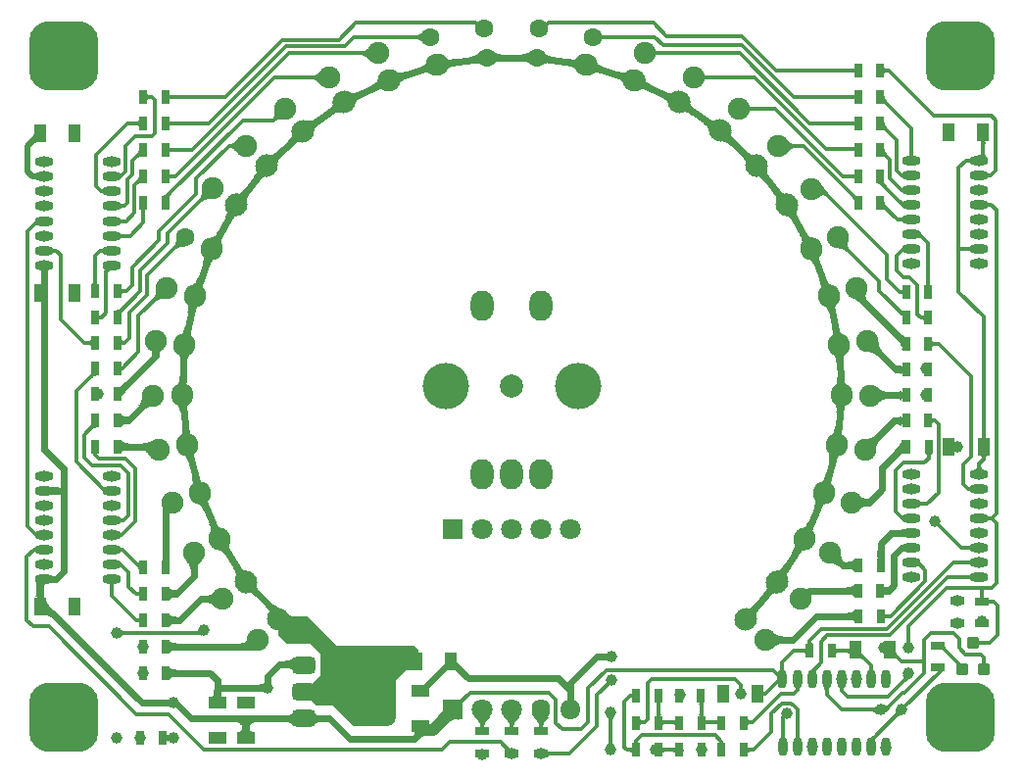
<source format=gtl>
G04 Layer_Physical_Order=1*
G04 Layer_Color=255*
%FSLAX44Y44*%
%MOMM*%
G71*
G01*
G75*
%ADD10R,1.3000X0.7000*%
G04:AMPARAMS|DCode=11|XSize=1mm|YSize=1mm|CornerRadius=0.1mm|HoleSize=0mm|Usage=FLASHONLY|Rotation=0.000|XOffset=0mm|YOffset=0mm|HoleType=Round|Shape=RoundedRectangle|*
%AMROUNDEDRECTD11*
21,1,1.0000,0.8000,0,0,0.0*
21,1,0.8000,1.0000,0,0,0.0*
1,1,0.2000,0.4000,-0.4000*
1,1,0.2000,-0.4000,-0.4000*
1,1,0.2000,-0.4000,0.4000*
1,1,0.2000,0.4000,0.4000*
%
%ADD11ROUNDEDRECTD11*%
%ADD12R,1.0000X1.6000*%
%ADD13R,0.7000X1.3000*%
%ADD14O,1.6000X0.8000*%
%ADD15R,1.6000X1.0000*%
%ADD16O,0.8000X1.6000*%
G04:AMPARAMS|DCode=17|XSize=6mm|YSize=3mm|CornerRadius=0.75mm|HoleSize=0mm|Usage=FLASHONLY|Rotation=270.000|XOffset=0mm|YOffset=0mm|HoleType=Round|Shape=RoundedRectangle|*
%AMROUNDEDRECTD17*
21,1,6.0000,1.5000,0,0,270.0*
21,1,4.5000,3.0000,0,0,270.0*
1,1,1.5000,-0.7500,-2.2500*
1,1,1.5000,-0.7500,2.2500*
1,1,1.5000,0.7500,2.2500*
1,1,1.5000,0.7500,-2.2500*
%
%ADD17ROUNDEDRECTD17*%
G04:AMPARAMS|DCode=18|XSize=1.5mm|YSize=2mm|CornerRadius=0.375mm|HoleSize=0mm|Usage=FLASHONLY|Rotation=270.000|XOffset=0mm|YOffset=0mm|HoleType=Round|Shape=RoundedRectangle|*
%AMROUNDEDRECTD18*
21,1,1.5000,1.2500,0,0,270.0*
21,1,0.7500,2.0000,0,0,270.0*
1,1,0.7500,-0.6250,-0.3750*
1,1,0.7500,-0.6250,0.3750*
1,1,0.7500,0.6250,0.3750*
1,1,0.7500,0.6250,-0.3750*
%
%ADD18ROUNDEDRECTD18*%
%ADD19C,0.6000*%
%ADD20C,0.3000*%
%ADD21C,1.0000*%
%ADD22C,0.5000*%
%ADD23O,1.7000X1.8000*%
%ADD24O,1.6000X1.8000*%
%ADD25C,1.8000*%
%ADD26R,1.8000X1.8000*%
%ADD27C,2.0000*%
G04:AMPARAMS|DCode=28|XSize=6mm|YSize=6mm|CornerRadius=1.8mm|HoleSize=0mm|Usage=FLASHONLY|Rotation=0.000|XOffset=0mm|YOffset=0mm|HoleType=Round|Shape=RoundedRectangle|*
%AMROUNDEDRECTD28*
21,1,6.0000,2.4000,0,0,0.0*
21,1,2.4000,6.0000,0,0,0.0*
1,1,3.6000,1.2000,-1.2000*
1,1,3.6000,-1.2000,-1.2000*
1,1,3.6000,-1.2000,1.2000*
1,1,3.6000,1.2000,1.2000*
%
%ADD28ROUNDEDRECTD28*%
%ADD29C,1.9000*%
G04:AMPARAMS|DCode=30|XSize=1.9mm|YSize=2mm|CornerRadius=0mm|HoleSize=0mm|Usage=FLASHONLY|Rotation=315.063|XOffset=0mm|YOffset=0mm|HoleType=Round|Shape=Round|*
%AMOVALD30*
21,1,0.1000,1.9000,0.0000,0.0000,45.1*
1,1,1.9000,-0.0353,-0.0354*
1,1,1.9000,0.0353,0.0354*
%
%ADD30OVALD30*%

G04:AMPARAMS|DCode=31|XSize=1.9mm|YSize=2mm|CornerRadius=0mm|HoleSize=0mm|Usage=FLASHONLY|Rotation=24.678|XOffset=0mm|YOffset=0mm|HoleType=Round|Shape=Round|*
%AMOVALD31*
21,1,0.1000,1.9000,0.0000,0.0000,114.7*
1,1,1.9000,0.0209,-0.0454*
1,1,1.9000,-0.0209,0.0454*
%
%ADD31OVALD31*%

%ADD32C,1.6000*%
G04:AMPARAMS|DCode=33|XSize=1.9mm|YSize=2mm|CornerRadius=0mm|HoleSize=0mm|Usage=FLASHONLY|Rotation=163.883|XOffset=0mm|YOffset=0mm|HoleType=Round|Shape=Round|*
%AMOVALD33*
21,1,0.1000,1.9000,0.0000,0.0000,253.9*
1,1,1.9000,0.0139,0.0480*
1,1,1.9000,-0.0139,-0.0480*
%
%ADD33OVALD33*%

G04:AMPARAMS|DCode=34|XSize=1.9mm|YSize=2mm|CornerRadius=0mm|HoleSize=0mm|Usage=FLASHONLY|Rotation=323.650|XOffset=0mm|YOffset=0mm|HoleType=Round|Shape=Round|*
%AMOVALD34*
21,1,0.1000,1.9000,0.0000,0.0000,53.6*
1,1,1.9000,-0.0296,-0.0403*
1,1,1.9000,0.0296,0.0403*
%
%ADD34OVALD34*%

G04:AMPARAMS|DCode=35|XSize=1.9mm|YSize=2mm|CornerRadius=0mm|HoleSize=0mm|Usage=FLASHONLY|Rotation=33.388|XOffset=0mm|YOffset=0mm|HoleType=Round|Shape=Round|*
%AMOVALD35*
21,1,0.1000,1.9000,0.0000,0.0000,123.4*
1,1,1.9000,0.0275,-0.0418*
1,1,1.9000,-0.0275,0.0418*
%
%ADD35OVALD35*%

G04:AMPARAMS|DCode=36|XSize=1.9mm|YSize=2mm|CornerRadius=0mm|HoleSize=0mm|Usage=FLASHONLY|Rotation=103.066|XOffset=0mm|YOffset=0mm|HoleType=Round|Shape=Round|*
%AMOVALD36*
21,1,0.1000,1.9000,0.0000,0.0000,193.1*
1,1,1.9000,0.0487,0.0113*
1,1,1.9000,-0.0487,-0.0113*
%
%ADD36OVALD36*%

G04:AMPARAMS|DCode=37|XSize=1.9mm|YSize=2mm|CornerRadius=0mm|HoleSize=0mm|Usage=FLASHONLY|Rotation=172.744|XOffset=0mm|YOffset=0mm|HoleType=Round|Shape=Round|*
%AMOVALD37*
21,1,0.1000,1.9000,0.0000,0.0000,262.7*
1,1,1.9000,0.0063,0.0496*
1,1,1.9000,-0.0063,-0.0496*
%
%ADD37OVALD37*%

G04:AMPARAMS|DCode=38|XSize=1.9mm|YSize=2mm|CornerRadius=0mm|HoleSize=0mm|Usage=FLASHONLY|Rotation=332.467|XOffset=0mm|YOffset=0mm|HoleType=Round|Shape=Round|*
%AMOVALD38*
21,1,0.1000,1.9000,0.0000,0.0000,62.5*
1,1,1.9000,-0.0231,-0.0443*
1,1,1.9000,0.0231,0.0443*
%
%ADD38OVALD38*%

G04:AMPARAMS|DCode=39|XSize=1.9mm|YSize=2mm|CornerRadius=0mm|HoleSize=0mm|Usage=FLASHONLY|Rotation=42.098|XOffset=0mm|YOffset=0mm|HoleType=Round|Shape=Round|*
%AMOVALD39*
21,1,0.1000,1.9000,0.0000,0.0000,132.1*
1,1,1.9000,0.0335,-0.0371*
1,1,1.9000,-0.0335,0.0371*
%
%ADD39OVALD39*%

G04:AMPARAMS|DCode=40|XSize=1.9mm|YSize=2mm|CornerRadius=0mm|HoleSize=0mm|Usage=FLASHONLY|Rotation=111.776|XOffset=0mm|YOffset=0mm|HoleType=Round|Shape=Round|*
%AMOVALD40*
21,1,0.1000,1.9000,0.0000,0.0000,201.8*
1,1,1.9000,0.0464,0.0186*
1,1,1.9000,-0.0464,-0.0186*
%
%ADD40OVALD40*%

G04:AMPARAMS|DCode=41|XSize=1.9mm|YSize=2mm|CornerRadius=0mm|HoleSize=0mm|Usage=FLASHONLY|Rotation=181.453|XOffset=0mm|YOffset=0mm|HoleType=Round|Shape=Round|*
%AMOVALD41*
21,1,0.1000,1.9000,0.0000,0.0000,271.5*
1,1,1.9000,-0.0013,0.0500*
1,1,1.9000,0.0013,-0.0500*
%
%ADD41OVALD41*%

G04:AMPARAMS|DCode=42|XSize=1.9mm|YSize=2mm|CornerRadius=0mm|HoleSize=0mm|Usage=FLASHONLY|Rotation=341.100|XOffset=0mm|YOffset=0mm|HoleType=Round|Shape=Round|*
%AMOVALD42*
21,1,0.1000,1.9000,0.0000,0.0000,71.1*
1,1,1.9000,-0.0162,-0.0473*
1,1,1.9000,0.0162,0.0473*
%
%ADD42OVALD42*%

G04:AMPARAMS|DCode=43|XSize=1.9mm|YSize=2mm|CornerRadius=0mm|HoleSize=0mm|Usage=FLASHONLY|Rotation=50.807|XOffset=0mm|YOffset=0mm|HoleType=Round|Shape=Round|*
%AMOVALD43*
21,1,0.1000,1.9000,0.0000,0.0000,140.8*
1,1,1.9000,0.0387,-0.0316*
1,1,1.9000,-0.0387,0.0316*
%
%ADD43OVALD43*%

G04:AMPARAMS|DCode=44|XSize=1.9mm|YSize=2mm|CornerRadius=0mm|HoleSize=0mm|Usage=FLASHONLY|Rotation=120.486|XOffset=0mm|YOffset=0mm|HoleType=Round|Shape=Round|*
%AMOVALD44*
21,1,0.1000,1.9000,0.0000,0.0000,210.5*
1,1,1.9000,0.0431,0.0254*
1,1,1.9000,-0.0431,-0.0254*
%
%ADD44OVALD44*%

G04:AMPARAMS|DCode=45|XSize=1.9mm|YSize=2mm|CornerRadius=0mm|HoleSize=0mm|Usage=FLASHONLY|Rotation=190.163|XOffset=0mm|YOffset=0mm|HoleType=Round|Shape=Round|*
%AMOVALD45*
21,1,0.1000,1.9000,0.0000,0.0000,280.2*
1,1,1.9000,-0.0088,0.0492*
1,1,1.9000,0.0088,-0.0492*
%
%ADD45OVALD45*%

G04:AMPARAMS|DCode=46|XSize=1.9mm|YSize=2mm|CornerRadius=0mm|HoleSize=0mm|Usage=FLASHONLY|Rotation=349.821|XOffset=0mm|YOffset=0mm|HoleType=Round|Shape=Round|*
%AMOVALD46*
21,1,0.1000,1.9000,0.0000,0.0000,79.8*
1,1,1.9000,-0.0088,-0.0492*
1,1,1.9000,0.0088,0.0492*
%
%ADD46OVALD46*%

G04:AMPARAMS|DCode=47|XSize=1.9mm|YSize=2mm|CornerRadius=0mm|HoleSize=0mm|Usage=FLASHONLY|Rotation=59.517|XOffset=0mm|YOffset=0mm|HoleType=Round|Shape=Round|*
%AMOVALD47*
21,1,0.1000,1.9000,0.0000,0.0000,149.5*
1,1,1.9000,0.0431,-0.0254*
1,1,1.9000,-0.0431,0.0254*
%
%ADD47OVALD47*%

G04:AMPARAMS|DCode=48|XSize=1.9mm|YSize=2mm|CornerRadius=0mm|HoleSize=0mm|Usage=FLASHONLY|Rotation=129.199|XOffset=0mm|YOffset=0mm|HoleType=Round|Shape=Round|*
%AMOVALD48*
21,1,0.1000,1.9000,0.0000,0.0000,219.2*
1,1,1.9000,0.0387,0.0316*
1,1,1.9000,-0.0387,-0.0316*
%
%ADD48OVALD48*%

G04:AMPARAMS|DCode=49|XSize=1.9mm|YSize=2mm|CornerRadius=0mm|HoleSize=0mm|Usage=FLASHONLY|Rotation=198.889|XOffset=0mm|YOffset=0mm|HoleType=Round|Shape=Round|*
%AMOVALD49*
21,1,0.1000,1.9000,0.0000,0.0000,288.9*
1,1,1.9000,-0.0162,0.0473*
1,1,1.9000,0.0162,-0.0473*
%
%ADD49OVALD49*%

G04:AMPARAMS|DCode=50|XSize=1.9mm|YSize=2mm|CornerRadius=0mm|HoleSize=0mm|Usage=FLASHONLY|Rotation=358.549|XOffset=0mm|YOffset=0mm|HoleType=Round|Shape=Round|*
%AMOVALD50*
21,1,0.1000,1.9000,0.0000,0.0000,88.5*
1,1,1.9000,-0.0013,-0.0500*
1,1,1.9000,0.0013,0.0500*
%
%ADD50OVALD50*%

G04:AMPARAMS|DCode=51|XSize=1.9mm|YSize=2mm|CornerRadius=0mm|HoleSize=0mm|Usage=FLASHONLY|Rotation=68.227|XOffset=0mm|YOffset=0mm|HoleType=Round|Shape=Round|*
%AMOVALD51*
21,1,0.1000,1.9000,0.0000,0.0000,158.2*
1,1,1.9000,0.0464,-0.0186*
1,1,1.9000,-0.0464,0.0186*
%
%ADD51OVALD51*%

G04:AMPARAMS|DCode=52|XSize=1.9mm|YSize=2mm|CornerRadius=0mm|HoleSize=0mm|Usage=FLASHONLY|Rotation=137.905|XOffset=0mm|YOffset=0mm|HoleType=Round|Shape=Round|*
%AMOVALD52*
21,1,0.1000,1.9000,0.0000,0.0000,227.9*
1,1,1.9000,0.0335,0.0371*
1,1,1.9000,-0.0335,-0.0371*
%
%ADD52OVALD52*%

G04:AMPARAMS|DCode=53|XSize=1.9mm|YSize=2mm|CornerRadius=0mm|HoleSize=0mm|Usage=FLASHONLY|Rotation=207.583|XOffset=0mm|YOffset=0mm|HoleType=Round|Shape=Round|*
%AMOVALD53*
21,1,0.1000,1.9000,0.0000,0.0000,297.6*
1,1,1.9000,-0.0232,0.0443*
1,1,1.9000,0.0232,-0.0443*
%
%ADD53OVALD53*%

G04:AMPARAMS|DCode=54|XSize=1.9mm|YSize=2mm|CornerRadius=0mm|HoleSize=0mm|Usage=FLASHONLY|Rotation=7.259|XOffset=0mm|YOffset=0mm|HoleType=Round|Shape=Round|*
%AMOVALD54*
21,1,0.1000,1.9000,0.0000,0.0000,97.3*
1,1,1.9000,0.0063,-0.0496*
1,1,1.9000,-0.0063,0.0496*
%
%ADD54OVALD54*%

G04:AMPARAMS|DCode=55|XSize=1.9mm|YSize=2mm|CornerRadius=0mm|HoleSize=0mm|Usage=FLASHONLY|Rotation=76.940|XOffset=0mm|YOffset=0mm|HoleType=Round|Shape=Round|*
%AMOVALD55*
21,1,0.1000,1.9000,0.0000,0.0000,166.9*
1,1,1.9000,0.0487,-0.0113*
1,1,1.9000,-0.0487,0.0113*
%
%ADD55OVALD55*%

G04:AMPARAMS|DCode=56|XSize=1.9mm|YSize=2mm|CornerRadius=0mm|HoleSize=0mm|Usage=FLASHONLY|Rotation=216.983|XOffset=0mm|YOffset=0mm|HoleType=Round|Shape=Round|*
%AMOVALD56*
21,1,0.1000,1.9000,0.0000,0.0000,307.0*
1,1,1.9000,-0.0301,0.0399*
1,1,1.9000,0.0301,-0.0399*
%
%ADD56OVALD56*%

G04:AMPARAMS|DCode=57|XSize=1.9mm|YSize=2mm|CornerRadius=0mm|HoleSize=0mm|Usage=FLASHONLY|Rotation=15.844|XOffset=0mm|YOffset=0mm|HoleType=Round|Shape=Round|*
%AMOVALD57*
21,1,0.1000,1.9000,0.0000,0.0000,105.8*
1,1,1.9000,0.0137,-0.0481*
1,1,1.9000,-0.0137,0.0481*
%
%ADD57OVALD57*%

G04:AMPARAMS|DCode=58|XSize=1.9mm|YSize=2mm|CornerRadius=0mm|HoleSize=0mm|Usage=FLASHONLY|Rotation=157.434|XOffset=0mm|YOffset=0mm|HoleType=Round|Shape=Round|*
%AMOVALD58*
21,1,0.1000,1.9000,0.0000,0.0000,247.4*
1,1,1.9000,0.0192,0.0462*
1,1,1.9000,-0.0192,-0.0462*
%
%ADD58OVALD58*%

G04:AMPARAMS|DCode=59|XSize=1.9mm|YSize=2mm|CornerRadius=0mm|HoleSize=0mm|Usage=FLASHONLY|Rotation=225.000|XOffset=0mm|YOffset=0mm|HoleType=Round|Shape=Round|*
%AMOVALD59*
21,1,0.1000,1.9000,0.0000,0.0000,315.0*
1,1,1.9000,-0.0353,0.0353*
1,1,1.9000,0.0353,-0.0353*
%
%ADD59OVALD59*%

%ADD60O,2.0000X2.6000*%
%ADD61C,4.0000*%
%ADD62C,1.0000*%
G36*
X-401670Y-170423D02*
X-402240Y-170374D01*
X-402750Y-170470D01*
X-403200Y-170711D01*
X-403590Y-171097D01*
X-403920Y-171627D01*
X-404190Y-172303D01*
X-404400Y-173123D01*
X-404550Y-174088D01*
X-404640Y-175199D01*
X-404666Y-176273D01*
X-404650Y-177162D01*
X-404493Y-179083D01*
X-404355Y-179862D01*
X-404178Y-180522D01*
X-403961Y-181063D01*
X-403705Y-181483D01*
X-403410Y-181782D01*
X-403075Y-181963D01*
X-402701Y-182022D01*
X-412640D01*
X-412265Y-181963D01*
X-411931Y-181782D01*
X-411635Y-181483D01*
X-411379Y-181063D01*
X-411162Y-180522D01*
X-410985Y-179862D01*
X-410847Y-179083D01*
X-410749Y-178183D01*
X-410672Y-176079D01*
X-410677Y-175107D01*
X-411031Y-169576D01*
X-411142Y-169079D01*
X-411267Y-168705D01*
X-411407Y-168452D01*
X-401670Y-170423D01*
D02*
G37*
G36*
X-234564Y-155182D02*
X-233063Y-157138D01*
X-232358Y-157874D01*
X-231684Y-158449D01*
X-231039Y-158862D01*
X-230425Y-159115D01*
X-229841Y-159206D01*
X-229287Y-159135D01*
X-228764Y-158904D01*
X-238961Y-165166D01*
X-238518Y-164804D01*
X-238207Y-164345D01*
X-238028Y-163786D01*
X-237981Y-163129D01*
X-238065Y-162373D01*
X-238281Y-161519D01*
X-238629Y-160567D01*
X-239108Y-159516D01*
X-239719Y-158366D01*
X-240462Y-157118D01*
X-235359Y-153963D01*
X-234564Y-155182D01*
D02*
G37*
G36*
X296027Y-160432D02*
X295967Y-159862D01*
X295786Y-159352D01*
X295484Y-158902D01*
X295062Y-158512D01*
X294519Y-158182D01*
X293856Y-157912D01*
X293072Y-157702D01*
X292167Y-157552D01*
X291142Y-157462D01*
X289996Y-157432D01*
Y-151432D01*
X291142Y-151402D01*
X292167Y-151312D01*
X293072Y-151162D01*
X293856Y-150952D01*
X294519Y-150682D01*
X295062Y-150352D01*
X295484Y-149962D01*
X295786Y-149512D01*
X295967Y-149002D01*
X296027Y-148432D01*
Y-160432D01*
D02*
G37*
G36*
X321989Y-172961D02*
X322092Y-173027D01*
X322263Y-173086D01*
X322502Y-173136D01*
X322810Y-173179D01*
X323630Y-173241D01*
X325374Y-173276D01*
Y-179276D01*
X324724Y-179280D01*
X322502Y-179416D01*
X322263Y-179466D01*
X322092Y-179525D01*
X321989Y-179591D01*
X321955Y-179664D01*
Y-172887D01*
X321989Y-172961D01*
D02*
G37*
G36*
X228950Y-178798D02*
X228472Y-178484D01*
X227941Y-178326D01*
X227354Y-178323D01*
X226713Y-178475D01*
X226018Y-178782D01*
X225267Y-179245D01*
X224462Y-179862D01*
X223602Y-180635D01*
X222688Y-181562D01*
X221719Y-182645D01*
X217165Y-178738D01*
X218094Y-177611D01*
X219516Y-175588D01*
X220010Y-174693D01*
X220358Y-173876D01*
X220561Y-173136D01*
X220619Y-172473D01*
X220532Y-171888D01*
X220299Y-171381D01*
X219921Y-170951D01*
X228950Y-178798D01*
D02*
G37*
G36*
X-342725Y-170404D02*
X-342980Y-170495D01*
X-343205Y-170646D01*
X-343400Y-170858D01*
X-343565Y-171131D01*
X-343700Y-171464D01*
X-343805Y-171858D01*
X-343880Y-172313D01*
X-343925Y-172828D01*
X-343940Y-173404D01*
X-346940D01*
X-346955Y-172828D01*
X-347000Y-172313D01*
X-347075Y-171858D01*
X-347180Y-171464D01*
X-347315Y-171131D01*
X-347480Y-170858D01*
X-347675Y-170646D01*
X-347900Y-170495D01*
X-348155Y-170404D01*
X-348440Y-170373D01*
X-342440D01*
X-342725Y-170404D01*
D02*
G37*
G36*
X240295Y-157354D02*
X239552Y-158603D01*
X238460Y-160804D01*
X238112Y-161757D01*
X237895Y-162611D01*
X237810Y-163367D01*
X237857Y-164024D01*
X238035Y-164582D01*
X238346Y-165042D01*
X238787Y-165403D01*
X228598Y-159138D01*
X229121Y-159369D01*
X229675Y-159439D01*
X230259Y-159348D01*
X230874Y-159094D01*
X231520Y-158680D01*
X232195Y-158103D01*
X232901Y-157365D01*
X233638Y-156465D01*
X234405Y-155404D01*
X235203Y-154181D01*
X240295Y-157354D01*
D02*
G37*
G36*
X-321955Y-159523D02*
X-321987Y-159094D01*
X-322084Y-158642D01*
X-322244Y-158168D01*
X-322469Y-157671D01*
X-322758Y-157152D01*
X-323111Y-156610D01*
X-323529Y-156046D01*
X-324557Y-154851D01*
X-325168Y-154220D01*
X-324107Y-151038D01*
X-323698Y-151425D01*
X-323332Y-151726D01*
X-323009Y-151942D01*
X-322730Y-152071D01*
X-322493Y-152114D01*
X-322299Y-152071D01*
X-322149Y-151942D01*
X-322041Y-151726D01*
X-321977Y-151425D01*
X-321955Y-151038D01*
Y-159523D01*
D02*
G37*
G36*
X321775Y-143103D02*
X322071Y-147723D01*
X322150Y-147902D01*
X322239Y-147963D01*
X315301D01*
X315390Y-147902D01*
X315469Y-147723D01*
X315540Y-147423D01*
X315601Y-147002D01*
X315695Y-145802D01*
X315770Y-141962D01*
X321770D01*
X321775Y-143103D01*
D02*
G37*
G36*
X-243839Y-135793D02*
X-244146Y-136259D01*
X-244321Y-136824D01*
X-244364Y-137488D01*
X-244275Y-138250D01*
X-244055Y-139111D01*
X-243703Y-140070D01*
X-243219Y-141128D01*
X-242604Y-142284D01*
X-241857Y-143539D01*
X-246949Y-146712D01*
X-247743Y-145495D01*
X-249239Y-143546D01*
X-249941Y-142814D01*
X-250613Y-142243D01*
X-251254Y-141834D01*
X-251864Y-141587D01*
X-252444Y-141501D01*
X-252994Y-141577D01*
X-253513Y-141814D01*
X-243400Y-135425D01*
X-243839Y-135793D01*
D02*
G37*
G36*
X-268808Y-151049D02*
X-269429Y-151788D01*
X-269976Y-152542D01*
X-270451Y-153312D01*
X-270852Y-154097D01*
X-271181Y-154898D01*
X-271436Y-155714D01*
X-271619Y-156546D01*
X-271728Y-157393D01*
X-271765Y-158256D01*
X-277765D01*
X-277801Y-157393D01*
X-277911Y-156546D01*
X-278093Y-155714D01*
X-278349Y-154898D01*
X-278677Y-154097D01*
X-279079Y-153312D01*
X-279553Y-152542D01*
X-280101Y-151788D01*
X-280721Y-151049D01*
X-281415Y-150326D01*
X-268115D01*
X-268808Y-151049D01*
D02*
G37*
G36*
X-337894Y-151668D02*
X-337731Y-151785D01*
X-337487Y-151991D01*
X-336260Y-153135D01*
X-334295Y-155073D01*
X-335833Y-157779D01*
X-336365Y-157267D01*
X-337284Y-156518D01*
X-337670Y-156280D01*
X-338007Y-156133D01*
X-338296Y-156077D01*
X-338536Y-156112D01*
X-338727Y-156238D01*
X-338869Y-156456D01*
X-338963Y-156764D01*
X-337973Y-151698D01*
X-337974Y-151639D01*
X-337894Y-151668D01*
D02*
G37*
G36*
X284413Y-144401D02*
X284496Y-145362D01*
X284642Y-146282D01*
X284851Y-147162D01*
X285123Y-148001D01*
X285456Y-148799D01*
X285853Y-149557D01*
X286312Y-150274D01*
X286833Y-150951D01*
X287418Y-151587D01*
X283175Y-155829D01*
X282539Y-155245D01*
X281863Y-154724D01*
X281146Y-154264D01*
X280388Y-153868D01*
X279589Y-153534D01*
X278750Y-153263D01*
X277871Y-153054D01*
X276950Y-152908D01*
X275989Y-152824D01*
X274987Y-152803D01*
X284391Y-143399D01*
X284413Y-144401D01*
D02*
G37*
G36*
X-220338Y-170413D02*
X-220530Y-170937D01*
X-220572Y-171527D01*
X-220464Y-172183D01*
X-220205Y-172905D01*
X-219796Y-173694D01*
X-219237Y-174548D01*
X-218528Y-175468D01*
X-217668Y-176454D01*
X-216658Y-177506D01*
X-220849Y-181800D01*
X-221903Y-180788D01*
X-223811Y-179218D01*
X-224664Y-178660D01*
X-225450Y-178254D01*
X-226169Y-177998D01*
X-226821Y-177894D01*
X-227407Y-177942D01*
X-227925Y-178140D01*
X-228376Y-178490D01*
X-219996Y-169955D01*
X-220338Y-170413D01*
D02*
G37*
G36*
X-295713Y-196500D02*
X-295532Y-197010D01*
X-295230Y-197460D01*
X-294808Y-197850D01*
X-294265Y-198180D01*
X-293602Y-198450D01*
X-292818Y-198660D01*
X-291914Y-198810D01*
X-290888Y-198900D01*
X-289743Y-198930D01*
Y-204930D01*
X-290888Y-204960D01*
X-291914Y-205050D01*
X-292818Y-205200D01*
X-293602Y-205410D01*
X-294265Y-205680D01*
X-294808Y-206010D01*
X-295230Y-206400D01*
X-295532Y-206850D01*
X-295713Y-207360D01*
X-295773Y-207930D01*
Y-195930D01*
X-295713Y-196500D01*
D02*
G37*
G36*
X-321955Y-204557D02*
X-321982Y-204342D01*
X-322061Y-204151D01*
X-322194Y-203982D01*
X-322380Y-203836D01*
X-322619Y-203712D01*
X-322911Y-203610D01*
X-323257Y-203531D01*
X-323656Y-203475D01*
X-324107Y-203441D01*
X-324612Y-203430D01*
Y-200430D01*
X-324107Y-200419D01*
X-323656Y-200385D01*
X-323257Y-200329D01*
X-322911Y-200250D01*
X-322619Y-200148D01*
X-322380Y-200025D01*
X-322194Y-199878D01*
X-322061Y-199709D01*
X-321982Y-199517D01*
X-321955Y-199303D01*
Y-204557D01*
D02*
G37*
G36*
X296027Y-204374D02*
X295967Y-203804D01*
X295786Y-203294D01*
X295484Y-202844D01*
X295062Y-202454D01*
X294519Y-202124D01*
X293856Y-201854D01*
X293072Y-201644D01*
X292167Y-201494D01*
X291142Y-201404D01*
X289996Y-201374D01*
Y-195374D01*
X291142Y-195344D01*
X292167Y-195254D01*
X293072Y-195104D01*
X293856Y-194894D01*
X294519Y-194624D01*
X295062Y-194294D01*
X295484Y-193904D01*
X295786Y-193454D01*
X295967Y-192944D01*
X296027Y-192374D01*
Y-204374D01*
D02*
G37*
G36*
X258814Y-219970D02*
X258849Y-220430D01*
X258908Y-220835D01*
X258990Y-221187D01*
X259096Y-221485D01*
X259225Y-221728D01*
X259377Y-221917D01*
X259554Y-222053D01*
X259753Y-222134D01*
X259977Y-222161D01*
X254627D01*
X254851Y-222134D01*
X255050Y-222053D01*
X255226Y-221917D01*
X255379Y-221728D01*
X255508Y-221485D01*
X255614Y-221187D01*
X255696Y-220835D01*
X255755Y-220430D01*
X255790Y-219970D01*
X255802Y-219456D01*
X258802D01*
X258814Y-219970D01*
D02*
G37*
G36*
X-337664Y-209986D02*
X-337264Y-210326D01*
X-336858Y-210626D01*
X-336446Y-210886D01*
X-336029Y-211106D01*
X-335607Y-211286D01*
X-335178Y-211426D01*
X-334745Y-211526D01*
X-334305Y-211586D01*
X-333860Y-211606D01*
Y-214606D01*
X-334305Y-214626D01*
X-334745Y-214686D01*
X-335178Y-214786D01*
X-335607Y-214926D01*
X-336029Y-215106D01*
X-336446Y-215326D01*
X-336858Y-215586D01*
X-337264Y-215886D01*
X-337664Y-216226D01*
X-338059Y-216606D01*
Y-209606D01*
X-337664Y-209986D01*
D02*
G37*
G36*
X-267468Y-215326D02*
X-267916Y-215189D01*
X-269250Y-214865D01*
X-269692Y-214786D01*
X-271011Y-214635D01*
X-271448Y-214613D01*
X-271884Y-214606D01*
X-273829Y-211606D01*
X-273351Y-211584D01*
X-272913Y-211516D01*
X-272513Y-211404D01*
X-272151Y-211248D01*
X-271828Y-211046D01*
X-271544Y-210799D01*
X-271298Y-210508D01*
X-271091Y-210172D01*
X-270922Y-209791D01*
X-270792Y-209365D01*
X-267468Y-215326D01*
D02*
G37*
G36*
X-402666Y-183024D02*
X-402473Y-183933D01*
X-402152Y-184885D01*
X-401704Y-185881D01*
X-401128Y-186920D01*
X-400425Y-188002D01*
X-399594Y-189128D01*
X-397550Y-191509D01*
X-396337Y-192765D01*
X-398458Y-199129D01*
X-398710Y-198907D01*
X-399001Y-198709D01*
X-399330Y-198533D01*
X-399697Y-198382D01*
X-400102Y-198253D01*
X-400546Y-198148D01*
X-401027Y-198067D01*
X-401547Y-198008D01*
X-402701Y-197962D01*
X-402731Y-182158D01*
X-402666Y-183024D01*
D02*
G37*
G36*
X-295713Y-173640D02*
X-295532Y-174150D01*
X-295230Y-174600D01*
X-294808Y-174990D01*
X-294265Y-175320D01*
X-293602Y-175590D01*
X-292818Y-175800D01*
X-291914Y-175950D01*
X-290888Y-176040D01*
X-289743Y-176070D01*
Y-182070D01*
X-290888Y-182100D01*
X-291914Y-182190D01*
X-292818Y-182340D01*
X-293602Y-182550D01*
X-294265Y-182820D01*
X-294808Y-183150D01*
X-295230Y-183540D01*
X-295532Y-183990D01*
X-295713Y-184500D01*
X-295773Y-185070D01*
Y-173070D01*
X-295713Y-173640D01*
D02*
G37*
G36*
X295773Y-182276D02*
X295713Y-181706D01*
X295532Y-181196D01*
X295230Y-180746D01*
X294808Y-180356D01*
X294265Y-180026D01*
X293602Y-179756D01*
X292818Y-179546D01*
X291914Y-179396D01*
X290888Y-179306D01*
X289743Y-179276D01*
Y-173276D01*
X290888Y-173246D01*
X291914Y-173156D01*
X292818Y-173006D01*
X293602Y-172796D01*
X294265Y-172526D01*
X294808Y-172196D01*
X295230Y-171806D01*
X295532Y-171356D01*
X295713Y-170846D01*
X295773Y-170276D01*
Y-182276D01*
D02*
G37*
G36*
X-321955Y-181950D02*
X-321984Y-181688D01*
X-322071Y-181453D01*
X-322217Y-181246D01*
X-322421Y-181067D01*
X-322683Y-180915D01*
X-323003Y-180791D01*
X-323381Y-180694D01*
X-323818Y-180625D01*
X-324313Y-180584D01*
X-324866Y-180570D01*
Y-177570D01*
X-324313Y-177556D01*
X-323818Y-177515D01*
X-323381Y-177446D01*
X-323003Y-177349D01*
X-322683Y-177225D01*
X-322421Y-177073D01*
X-322217Y-176894D01*
X-322071Y-176686D01*
X-321984Y-176452D01*
X-321955Y-176189D01*
Y-181950D01*
D02*
G37*
G36*
X-206003Y-188125D02*
X-205278Y-188744D01*
X-204519Y-189326D01*
X-202896Y-190381D01*
X-202034Y-190854D01*
X-200205Y-191690D01*
X-199238Y-192054D01*
X-198238Y-192381D01*
X-210187Y-196692D01*
X-209652Y-196423D01*
X-209290Y-196066D01*
X-209102Y-195620D01*
X-209086Y-195086D01*
X-209244Y-194463D01*
X-209574Y-193752D01*
X-210078Y-192952D01*
X-210756Y-192063D01*
X-211606Y-191086D01*
X-212629Y-190020D01*
X-206694Y-187470D01*
X-206003Y-188125D01*
D02*
G37*
G36*
X214122Y-191491D02*
X213198Y-192613D01*
X211786Y-194624D01*
X211297Y-195513D01*
X210953Y-196325D01*
X210755Y-197059D01*
X210701Y-197716D01*
X210793Y-198295D01*
X211029Y-198797D01*
X211411Y-199221D01*
X202290Y-191482D01*
X202773Y-191790D01*
X203309Y-191943D01*
X203901Y-191941D01*
X204547Y-191784D01*
X205248Y-191471D01*
X206004Y-191003D01*
X206814Y-190380D01*
X207679Y-189602D01*
X208598Y-188668D01*
X209573Y-187580D01*
X214122Y-191491D01*
D02*
G37*
G36*
X-256463Y-190388D02*
X-257186Y-189694D01*
X-257925Y-189074D01*
X-258679Y-188526D01*
X-259449Y-188052D01*
X-260234Y-187650D01*
X-261035Y-187322D01*
X-261851Y-187066D01*
X-262683Y-186884D01*
X-263530Y-186774D01*
X-264392Y-186738D01*
Y-180738D01*
X-263530Y-180701D01*
X-262683Y-180592D01*
X-261851Y-180409D01*
X-261035Y-180154D01*
X-260234Y-179825D01*
X-259449Y-179424D01*
X-258679Y-178949D01*
X-257925Y-178402D01*
X-257186Y-177781D01*
X-256463Y-177088D01*
Y-190388D01*
D02*
G37*
G36*
X253629Y-141596D02*
X253110Y-141359D01*
X252561Y-141283D01*
X251980Y-141369D01*
X251370Y-141616D01*
X250729Y-142025D01*
X250057Y-142596D01*
X249355Y-143328D01*
X248622Y-144221D01*
X247859Y-145277D01*
X247065Y-146494D01*
X241974Y-143319D01*
X242721Y-142064D01*
X243820Y-139851D01*
X244172Y-138892D01*
X244392Y-138031D01*
X244480Y-137269D01*
X244437Y-136606D01*
X244262Y-136041D01*
X243955Y-135574D01*
X243517Y-135206D01*
X253629Y-141596D01*
D02*
G37*
G36*
X284329Y-59489D02*
X283763Y-59418D01*
X283216Y-59510D01*
X282689Y-59766D01*
X282180Y-60185D01*
X281691Y-60767D01*
X281221Y-61513D01*
X280770Y-62422D01*
X280339Y-63494D01*
X279927Y-64730D01*
X279534Y-66129D01*
X273725Y-64627D01*
X274062Y-63206D01*
X274448Y-60764D01*
X274496Y-59744D01*
X274448Y-58856D01*
X274305Y-58103D01*
X274065Y-57483D01*
X273728Y-56996D01*
X273296Y-56643D01*
X272768Y-56423D01*
X284329Y-59489D01*
D02*
G37*
G36*
X-313617Y-58980D02*
X-314062Y-58190D01*
X-314557Y-57483D01*
X-315103Y-56859D01*
X-315700Y-56318D01*
X-316346Y-55860D01*
X-317043Y-55486D01*
X-317791Y-55194D01*
X-318588Y-54986D01*
X-319437Y-54862D01*
X-320335Y-54820D01*
X-318298Y-48820D01*
X-317496Y-48795D01*
X-316679Y-48719D01*
X-315846Y-48594D01*
X-314998Y-48418D01*
X-313255Y-47915D01*
X-312361Y-47588D01*
X-310526Y-46784D01*
X-309585Y-46306D01*
X-313617Y-58980D01*
D02*
G37*
G36*
X337398Y-58285D02*
X337356Y-58033D01*
X337229Y-57897D01*
X337017Y-57876D01*
X336720Y-57972D01*
X336338Y-58183D01*
X335871Y-58510D01*
X335320Y-58953D01*
X333962Y-60186D01*
X333156Y-60977D01*
X331035Y-54613D01*
X332244Y-53375D01*
X335107Y-50075D01*
X335807Y-49114D01*
X336380Y-48222D01*
X336826Y-47400D01*
X337144Y-46646D01*
X337335Y-45962D01*
X337398Y-45346D01*
Y-58285D01*
D02*
G37*
G36*
X-273307Y-56564D02*
X-273740Y-56917D01*
X-274076Y-57404D01*
X-274316Y-58024D01*
X-274459Y-58778D01*
X-274507Y-59665D01*
X-274458Y-60686D01*
X-274313Y-61840D01*
X-274072Y-63127D01*
X-273734Y-64548D01*
X-279543Y-66052D01*
X-279936Y-64654D01*
X-280780Y-62346D01*
X-281231Y-61437D01*
X-281701Y-60692D01*
X-282190Y-60110D01*
X-282699Y-59691D01*
X-283227Y-59435D01*
X-283774Y-59343D01*
X-284340Y-59414D01*
X-272779Y-56344D01*
X-273307Y-56564D01*
D02*
G37*
G36*
X410399Y-60039D02*
X410144Y-60130D01*
X409919Y-60282D01*
X409724Y-60494D01*
X409559Y-60767D01*
X409424Y-61100D01*
X409319Y-61494D01*
X409244Y-61948D01*
X409199Y-62464D01*
X409184Y-63039D01*
X406184D01*
X406169Y-62464D01*
X406124Y-61948D01*
X406049Y-61494D01*
X405944Y-61100D01*
X405809Y-60767D01*
X405644Y-60494D01*
X405449Y-60282D01*
X405224Y-60130D01*
X404969Y-60039D01*
X404684Y-60009D01*
X410684D01*
X410399Y-60039D01*
D02*
G37*
G36*
X362887Y-58285D02*
X362632Y-58376D01*
X362407Y-58528D01*
X362212Y-58740D01*
X362047Y-59013D01*
X361912Y-59346D01*
X361807Y-59740D01*
X361732Y-60195D01*
X361687Y-60710D01*
X361672Y-61286D01*
X358672D01*
X358657Y-60710D01*
X358612Y-60195D01*
X358537Y-59740D01*
X358432Y-59346D01*
X358297Y-59013D01*
X358132Y-58740D01*
X357937Y-58528D01*
X357712Y-58376D01*
X357457Y-58285D01*
X357172Y-58255D01*
X363172D01*
X362887Y-58285D01*
D02*
G37*
G36*
X-337115Y-46390D02*
X-336934Y-46900D01*
X-336632Y-47350D01*
X-336210Y-47740D01*
X-335667Y-48070D01*
X-335004Y-48340D01*
X-334220Y-48550D01*
X-333316Y-48700D01*
X-332290Y-48790D01*
X-331144Y-48820D01*
Y-54820D01*
X-332290Y-54850D01*
X-333316Y-54940D01*
X-334220Y-55090D01*
X-335004Y-55300D01*
X-335667Y-55570D01*
X-336210Y-55900D01*
X-336632Y-56290D01*
X-336934Y-56740D01*
X-337115Y-57250D01*
X-337175Y-57820D01*
Y-45820D01*
X-337115Y-46390D01*
D02*
G37*
G36*
X-278936Y-36007D02*
X-278449Y-38430D01*
X-278140Y-39404D01*
X-277787Y-40219D01*
X-277391Y-40876D01*
X-276950Y-41374D01*
X-276466Y-41714D01*
X-275938Y-41895D01*
X-275366Y-41918D01*
X-287274Y-43056D01*
X-286718Y-42926D01*
X-286237Y-42650D01*
X-285831Y-42227D01*
X-285499Y-41658D01*
X-285243Y-40942D01*
X-285061Y-40079D01*
X-284954Y-39070D01*
X-284922Y-37915D01*
X-284965Y-36613D01*
X-285082Y-35165D01*
X-279113Y-34557D01*
X-278936Y-36007D01*
D02*
G37*
G36*
X337175Y-35718D02*
X337115Y-35148D01*
X336934Y-34638D01*
X336632Y-34188D01*
X336210Y-33798D01*
X335667Y-33468D01*
X335004Y-33198D01*
X334220Y-32988D01*
X333316Y-32838D01*
X332290Y-32748D01*
X331144Y-32718D01*
Y-26718D01*
X332290Y-26688D01*
X333316Y-26598D01*
X334220Y-26448D01*
X335004Y-26238D01*
X335667Y-25968D01*
X336210Y-25638D01*
X336632Y-25248D01*
X336934Y-24798D01*
X337115Y-24288D01*
X337175Y-23718D01*
Y-35718D01*
D02*
G37*
G36*
X-359097Y-35680D02*
X-359332Y-35512D01*
X-359610Y-35429D01*
X-359929Y-35430D01*
X-360291Y-35516D01*
X-360694Y-35686D01*
X-361139Y-35940D01*
X-361626Y-36279D01*
X-362155Y-36702D01*
X-363340Y-37801D01*
X-365509Y-35728D01*
X-364913Y-35110D01*
X-363976Y-34004D01*
X-363636Y-33516D01*
X-363382Y-33070D01*
X-363212Y-32667D01*
X-363128Y-32307D01*
X-363129Y-31990D01*
X-363216Y-31716D01*
X-363387Y-31485D01*
X-359097Y-35680D01*
D02*
G37*
G36*
X317647Y-46500D02*
X317063Y-47136D01*
X316541Y-47813D01*
X316082Y-48530D01*
X315686Y-49288D01*
X315352Y-50086D01*
X315080Y-50925D01*
X314872Y-51805D01*
X314725Y-52725D01*
X314642Y-53686D01*
X314621Y-54688D01*
X305216Y-45284D01*
X306218Y-45263D01*
X307179Y-45179D01*
X308100Y-45033D01*
X308979Y-44824D01*
X309819Y-44553D01*
X310617Y-44219D01*
X311375Y-43822D01*
X312092Y-43363D01*
X312768Y-42842D01*
X313404Y-42258D01*
X317647Y-46500D01*
D02*
G37*
G36*
X409199Y-41670D02*
X409244Y-42181D01*
X409319Y-42631D01*
X409424Y-43021D01*
X409559Y-43351D01*
X409724Y-43621D01*
X409919Y-43830D01*
X410144Y-43980D01*
X410399Y-44071D01*
X410684Y-44100D01*
X404684D01*
X404969Y-44071D01*
X405224Y-43980D01*
X405449Y-43830D01*
X405644Y-43621D01*
X405809Y-43351D01*
X405944Y-43021D01*
X406049Y-42631D01*
X406124Y-42181D01*
X406169Y-41670D01*
X406184Y-41101D01*
X409184D01*
X409199Y-41670D01*
D02*
G37*
G36*
X285070Y-35242D02*
X284953Y-36690D01*
X284942Y-39147D01*
X285049Y-40156D01*
X285231Y-41019D01*
X285487Y-41735D01*
X285818Y-42304D01*
X286224Y-42727D01*
X286705Y-43004D01*
X287261Y-43134D01*
X275354Y-41994D01*
X275926Y-41971D01*
X276454Y-41790D01*
X276938Y-41451D01*
X277379Y-40953D01*
X277775Y-40296D01*
X278128Y-39481D01*
X278437Y-38507D01*
X278702Y-37374D01*
X278924Y-36083D01*
X279101Y-34634D01*
X285070Y-35242D01*
D02*
G37*
G36*
X405460Y-68625D02*
X405520Y-69065D01*
X405620Y-69499D01*
X405760Y-69927D01*
X405940Y-70349D01*
X406160Y-70767D01*
X406420Y-71178D01*
X406720Y-71584D01*
X407060Y-71985D01*
X407440Y-72379D01*
X400440D01*
X400820Y-71985D01*
X401160Y-71584D01*
X401460Y-71178D01*
X401720Y-70767D01*
X401940Y-70349D01*
X402120Y-69927D01*
X402260Y-69499D01*
X402360Y-69065D01*
X402420Y-68625D01*
X402440Y-68180D01*
X405440D01*
X405460Y-68625D01*
D02*
G37*
G36*
X261585Y-118673D02*
X261044Y-120012D01*
X260310Y-122342D01*
X260116Y-123333D01*
X260037Y-124207D01*
X260074Y-124965D01*
X260226Y-125607D01*
X260494Y-126133D01*
X260878Y-126542D01*
X261377Y-126835D01*
X250284Y-122157D01*
X250842Y-122310D01*
X251405Y-122298D01*
X251972Y-122123D01*
X252544Y-121784D01*
X253120Y-121282D01*
X253701Y-120615D01*
X254287Y-119784D01*
X254877Y-118790D01*
X255471Y-117632D01*
X256070Y-116310D01*
X261585Y-118673D01*
D02*
G37*
G36*
X-338214Y-113246D02*
X-338120Y-113383D01*
X-337963Y-113504D01*
X-337744Y-113609D01*
X-337462Y-113698D01*
X-337117Y-113771D01*
X-336709Y-113827D01*
X-335706Y-113892D01*
X-335110Y-113900D01*
Y-116900D01*
X-335706Y-116908D01*
X-337117Y-117029D01*
X-337462Y-117102D01*
X-337744Y-117191D01*
X-337963Y-117296D01*
X-338120Y-117417D01*
X-338214Y-117554D01*
X-338246Y-117708D01*
Y-113092D01*
X-338214Y-113246D01*
D02*
G37*
G36*
X-261565Y-97374D02*
X-261938Y-97788D01*
X-262197Y-98321D01*
X-262340Y-98970D01*
X-262368Y-99737D01*
X-262280Y-100621D01*
X-262078Y-101622D01*
X-261759Y-102741D01*
X-261326Y-103977D01*
X-260777Y-105331D01*
X-266291Y-107697D01*
X-266892Y-106374D01*
X-268076Y-104220D01*
X-268659Y-103390D01*
X-269237Y-102725D01*
X-269808Y-102223D01*
X-270375Y-101886D01*
X-270935Y-101714D01*
X-271490Y-101706D01*
X-272038Y-101862D01*
X-261076Y-97077D01*
X-261565Y-97374D01*
D02*
G37*
G36*
X400369Y-143200D02*
X399974Y-142820D01*
X399574Y-142480D01*
X399168Y-142180D01*
X398756Y-141920D01*
X398339Y-141700D01*
X397917Y-141520D01*
X397488Y-141380D01*
X397347Y-141348D01*
Y-142676D01*
X397307Y-142395D01*
X397184Y-142144D01*
X396980Y-141923D01*
X396694Y-141731D01*
X396327Y-141569D01*
X395878Y-141436D01*
X395347Y-141333D01*
X394734Y-141259D01*
X394040Y-141215D01*
X393265Y-141200D01*
Y-138200D01*
X394040Y-138185D01*
X395347Y-138067D01*
X395878Y-137964D01*
X396327Y-137831D01*
X396694Y-137669D01*
X396980Y-137477D01*
X397184Y-137255D01*
X397307Y-137005D01*
X397347Y-136724D01*
Y-138053D01*
X397488Y-138020D01*
X397917Y-137880D01*
X398339Y-137700D01*
X398756Y-137480D01*
X399168Y-137220D01*
X399574Y-136920D01*
X399974Y-136580D01*
X400369Y-136200D01*
Y-143200D01*
D02*
G37*
G36*
X339438Y-130467D02*
X339262Y-130379D01*
X338979Y-130299D01*
X338587Y-130229D01*
X338088Y-130168D01*
X335944Y-130042D01*
X332829Y-130000D01*
Y-124000D01*
X333975Y-123995D01*
X338979Y-123701D01*
X339262Y-123621D01*
X339438Y-123533D01*
Y-130467D01*
D02*
G37*
G36*
X-255365Y-117862D02*
X-254175Y-120029D01*
X-253588Y-120866D01*
X-253007Y-121538D01*
X-252432Y-122046D01*
X-251863Y-122389D01*
X-251299Y-122568D01*
X-250741Y-122583D01*
X-250189Y-122433D01*
X-261208Y-127086D01*
X-260717Y-126796D01*
X-260341Y-126388D01*
X-260080Y-125863D01*
X-259935Y-125220D01*
X-259904Y-124460D01*
X-259989Y-123583D01*
X-260189Y-122589D01*
X-260505Y-121476D01*
X-260935Y-120247D01*
X-261481Y-118900D01*
X-255968Y-116532D01*
X-255365Y-117862D01*
D02*
G37*
G36*
X300897Y-94152D02*
X301636Y-94773D01*
X302390Y-95321D01*
X303160Y-95795D01*
X303945Y-96196D01*
X304746Y-96525D01*
X305562Y-96781D01*
X306394Y-96963D01*
X307241Y-97072D01*
X308104Y-97109D01*
Y-103109D01*
X307241Y-103146D01*
X306394Y-103255D01*
X305562Y-103438D01*
X304746Y-103693D01*
X303945Y-104022D01*
X303160Y-104423D01*
X302390Y-104897D01*
X301636Y-105445D01*
X300897Y-106066D01*
X300174Y-106759D01*
Y-93459D01*
X300897Y-94152D01*
D02*
G37*
G36*
X-353805Y-85504D02*
X-352876Y-86265D01*
X-352471Y-86523D01*
X-352107Y-86698D01*
X-351783Y-86790D01*
X-351499Y-86800D01*
X-351256Y-86728D01*
X-351052Y-86573D01*
X-350889Y-86337D01*
X-353307Y-91036D01*
X-353351Y-90847D01*
X-353434Y-90632D01*
X-353558Y-90393D01*
X-353722Y-90129D01*
X-353925Y-89841D01*
X-354453Y-89190D01*
X-355141Y-88440D01*
X-355546Y-88028D01*
X-354330Y-85000D01*
X-353805Y-85504D01*
D02*
G37*
G36*
X-270243Y-77906D02*
X-269395Y-80228D01*
X-268942Y-81144D01*
X-268469Y-81896D01*
X-267978Y-82485D01*
X-267467Y-82911D01*
X-266937Y-83173D01*
X-266388Y-83272D01*
X-265819Y-83208D01*
X-277416Y-86138D01*
X-276887Y-85925D01*
X-276453Y-85579D01*
X-276116Y-85099D01*
X-275875Y-84486D01*
X-275729Y-83740D01*
X-275680Y-82860D01*
X-275728Y-81846D01*
X-275871Y-80700D01*
X-276110Y-79419D01*
X-276446Y-78005D01*
X-270638Y-76500D01*
X-270243Y-77906D01*
D02*
G37*
G36*
X276527Y-77750D02*
X276192Y-79164D01*
X275810Y-81591D01*
X275763Y-82604D01*
X275812Y-83484D01*
X275958Y-84231D01*
X276199Y-84844D01*
X276537Y-85323D01*
X276970Y-85669D01*
X277500Y-85881D01*
X265901Y-82955D01*
X266470Y-83020D01*
X267020Y-82920D01*
X267550Y-82658D01*
X268060Y-82232D01*
X268552Y-81643D01*
X269024Y-80891D01*
X269476Y-79975D01*
X269910Y-78895D01*
X270324Y-77653D01*
X270718Y-76247D01*
X276527Y-77750D01*
D02*
G37*
G36*
X352073Y-98705D02*
X352196Y-98955D01*
X352400Y-99177D01*
X352686Y-99369D01*
X353053Y-99531D01*
X353502Y-99664D01*
X354033Y-99767D01*
X354645Y-99841D01*
X355340Y-99885D01*
X356115Y-99900D01*
Y-102900D01*
X355340Y-102915D01*
X354033Y-103033D01*
X353502Y-103136D01*
X353053Y-103269D01*
X352686Y-103431D01*
X352400Y-103623D01*
X352196Y-103844D01*
X352073Y-104095D01*
X352032Y-104376D01*
Y-98424D01*
X352073Y-98705D01*
D02*
G37*
G36*
X272134Y-101604D02*
X271585Y-101449D01*
X271030Y-101458D01*
X270470Y-101631D01*
X269904Y-101968D01*
X269333Y-102471D01*
X268756Y-103137D01*
X268173Y-103968D01*
X267585Y-104963D01*
X266991Y-106122D01*
X266392Y-107446D01*
X260875Y-105088D01*
X261423Y-103733D01*
X262172Y-101377D01*
X262374Y-100375D01*
X262460Y-99490D01*
X262432Y-98723D01*
X262288Y-98074D01*
X262029Y-97542D01*
X261655Y-97128D01*
X261166Y-96831D01*
X272134Y-101604D01*
D02*
G37*
G36*
X-397762Y-86622D02*
X-397479Y-86701D01*
X-397088Y-86771D01*
X-396588Y-86832D01*
X-394444Y-86958D01*
X-391329Y-87000D01*
Y-93000D01*
X-392475Y-93005D01*
X-397479Y-93299D01*
X-397762Y-93379D01*
X-397938Y-93468D01*
Y-86533D01*
X-397762Y-86622D01*
D02*
G37*
G36*
X226949Y-213002D02*
X227688Y-213623D01*
X228442Y-214170D01*
X229212Y-214645D01*
X229997Y-215046D01*
X230798Y-215375D01*
X231614Y-215630D01*
X232446Y-215813D01*
X233293Y-215922D01*
X234155Y-215959D01*
Y-221959D01*
X233293Y-221995D01*
X232446Y-222105D01*
X231614Y-222287D01*
X230798Y-222543D01*
X229997Y-222871D01*
X229212Y-223273D01*
X228442Y-223747D01*
X227688Y-224295D01*
X226949Y-224915D01*
X226226Y-225609D01*
Y-212309D01*
X226949Y-213002D01*
D02*
G37*
G36*
X-194055Y-196111D02*
X-193799Y-196618D01*
X-193391Y-197065D01*
X-192832Y-197452D01*
X-192121Y-197780D01*
X-191258Y-198048D01*
X-190245Y-198257D01*
X-189079Y-198406D01*
X-187762Y-198496D01*
X-186294Y-198525D01*
X-186186Y-201525D01*
X-177655D01*
X-154898Y-224282D01*
X-84582D01*
X-81026Y-227838D01*
Y-245364D01*
X-91694D01*
X-101854Y-255524D01*
X-101854Y-288290D01*
X-107442Y-293878D01*
X-136398D01*
X-154432Y-275844D01*
X-168656D01*
X-175768Y-268732D01*
X-173482Y-266446D01*
X-173228D01*
X-180020Y-264160D01*
X-165354Y-249494D01*
Y-230886D01*
X-165608D01*
X-174498Y-221996D01*
X-194564D01*
X-201525Y-215035D01*
Y-201525D01*
X-193869D01*
X-194160Y-195545D01*
X-194055Y-196111D01*
D02*
G37*
G36*
X110911Y-287353D02*
X111002Y-287608D01*
X111154Y-287833D01*
X111366Y-288028D01*
X111639Y-288193D01*
X111972Y-288328D01*
X112366Y-288433D01*
X112821Y-288508D01*
X113336Y-288553D01*
X113912Y-288568D01*
Y-291568D01*
X113336Y-291583D01*
X112821Y-291628D01*
X112366Y-291703D01*
X111972Y-291808D01*
X111639Y-291943D01*
X111366Y-292108D01*
X111154Y-292303D01*
X111002Y-292528D01*
X110911Y-292783D01*
X110881Y-293068D01*
Y-287068D01*
X110911Y-287353D01*
D02*
G37*
G36*
X130215D02*
X130306Y-287608D01*
X130458Y-287833D01*
X130670Y-288028D01*
X130943Y-288193D01*
X131276Y-288328D01*
X131670Y-288433D01*
X132125Y-288508D01*
X132640Y-288553D01*
X133216Y-288568D01*
Y-291568D01*
X132640Y-291583D01*
X132125Y-291628D01*
X131670Y-291703D01*
X131276Y-291808D01*
X130943Y-291943D01*
X130670Y-292108D01*
X130458Y-292303D01*
X130306Y-292528D01*
X130215Y-292783D01*
X130185Y-293068D01*
Y-287068D01*
X130215Y-287353D01*
D02*
G37*
G36*
X-20012Y-286753D02*
X-21548Y-288510D01*
X-22172Y-289341D01*
X-22700Y-290142D01*
X-23132Y-290910D01*
X-23468Y-291648D01*
X-23708Y-292355D01*
X-23802Y-292795D01*
X-23765Y-293018D01*
X-23660Y-293412D01*
X-23525Y-293745D01*
X-23360Y-294018D01*
X-23165Y-294230D01*
X-22940Y-294382D01*
X-22685Y-294473D01*
X-22400Y-294503D01*
X-28400D01*
X-28115Y-294473D01*
X-27860Y-294382D01*
X-27635Y-294230D01*
X-27440Y-294018D01*
X-27275Y-293745D01*
X-27140Y-293412D01*
X-27035Y-293018D01*
X-26998Y-292795D01*
X-27092Y-292355D01*
X-27332Y-291648D01*
X-27668Y-290910D01*
X-28100Y-290142D01*
X-28628Y-289341D01*
X-29252Y-288510D01*
X-30788Y-286753D01*
X-31700Y-285827D01*
X-19100D01*
X-20012Y-286753D01*
D02*
G37*
G36*
X5388D02*
X3852Y-288510D01*
X3228Y-289341D01*
X2700Y-290142D01*
X2268Y-290910D01*
X1932Y-291648D01*
X1692Y-292355D01*
X1598Y-292795D01*
X1635Y-293018D01*
X1740Y-293412D01*
X1875Y-293745D01*
X2040Y-294018D01*
X2235Y-294230D01*
X2460Y-294382D01*
X2715Y-294473D01*
X3000Y-294503D01*
X-3000D01*
X-2715Y-294473D01*
X-2460Y-294382D01*
X-2235Y-294230D01*
X-2040Y-294018D01*
X-1875Y-293745D01*
X-1740Y-293412D01*
X-1635Y-293018D01*
X-1598Y-292795D01*
X-1692Y-292355D01*
X-1932Y-291648D01*
X-2268Y-290910D01*
X-2700Y-290142D01*
X-3228Y-289341D01*
X-3852Y-288510D01*
X-5388Y-286753D01*
X-6300Y-285827D01*
X6300D01*
X5388Y-286753D01*
D02*
G37*
G36*
X30788D02*
X29252Y-288510D01*
X28628Y-289341D01*
X28100Y-290142D01*
X27668Y-290910D01*
X27332Y-291648D01*
X27092Y-292355D01*
X26998Y-292795D01*
X27035Y-293018D01*
X27140Y-293412D01*
X27275Y-293745D01*
X27440Y-294018D01*
X27635Y-294230D01*
X27860Y-294382D01*
X28115Y-294473D01*
X28400Y-294503D01*
X22400D01*
X22685Y-294473D01*
X22940Y-294382D01*
X23165Y-294230D01*
X23360Y-294018D01*
X23525Y-293745D01*
X23660Y-293412D01*
X23765Y-293018D01*
X23802Y-292795D01*
X23708Y-292355D01*
X23468Y-291648D01*
X23132Y-290910D01*
X22700Y-290142D01*
X22172Y-289341D01*
X21548Y-288510D01*
X20012Y-286753D01*
X19100Y-285827D01*
X31700D01*
X30788Y-286753D01*
D02*
G37*
G36*
X141087Y-293068D02*
X141057Y-292783D01*
X140966Y-292528D01*
X140814Y-292303D01*
X140602Y-292108D01*
X140329Y-291943D01*
X139996Y-291808D01*
X139602Y-291703D01*
X139148Y-291628D01*
X138632Y-291583D01*
X138056Y-291568D01*
Y-288568D01*
X138632Y-288553D01*
X139148Y-288508D01*
X139602Y-288433D01*
X139996Y-288328D01*
X140329Y-288193D01*
X140602Y-288028D01*
X140814Y-287833D01*
X140966Y-287608D01*
X141057Y-287353D01*
X141087Y-287068D01*
Y-293068D01*
D02*
G37*
G36*
X-189208Y-293041D02*
X-189276Y-292475D01*
X-189480Y-291968D01*
X-189821Y-291521D01*
X-190298Y-291133D01*
X-190911Y-290805D01*
X-191661Y-290537D01*
X-192547Y-290328D01*
X-193569Y-290179D01*
X-194727Y-290090D01*
X-196022Y-290060D01*
Y-284060D01*
X-194727Y-284030D01*
X-193569Y-283941D01*
X-192547Y-283792D01*
X-191661Y-283583D01*
X-190911Y-283315D01*
X-190298Y-282987D01*
X-189821Y-282599D01*
X-189480Y-282152D01*
X-189276Y-281645D01*
X-189208Y-281079D01*
Y-293041D01*
D02*
G37*
G36*
X-170764Y-281645D02*
X-170560Y-282152D01*
X-170219Y-282599D01*
X-169742Y-282987D01*
X-169129Y-283315D01*
X-168379Y-283583D01*
X-167493Y-283792D01*
X-166471Y-283941D01*
X-165313Y-284030D01*
X-164018Y-284060D01*
Y-290060D01*
X-165313Y-290090D01*
X-166471Y-290179D01*
X-167493Y-290328D01*
X-168379Y-290537D01*
X-169129Y-290805D01*
X-169742Y-291133D01*
X-170219Y-291521D01*
X-170560Y-291968D01*
X-170764Y-292475D01*
X-170832Y-293041D01*
Y-281079D01*
X-170764Y-281645D01*
D02*
G37*
G36*
X88956Y-285390D02*
X88566Y-285767D01*
X88217Y-286151D01*
X87909Y-286543D01*
X87642Y-286943D01*
X87416Y-287352D01*
X87232Y-287768D01*
X87088Y-288192D01*
X86985Y-288624D01*
X86924Y-289065D01*
X86903Y-289513D01*
X83903Y-289390D01*
X83884Y-288948D01*
X83825Y-288510D01*
X83728Y-288075D01*
X83592Y-287643D01*
X83418Y-287214D01*
X83204Y-286789D01*
X82952Y-286366D01*
X82660Y-285947D01*
X82330Y-285531D01*
X81961Y-285117D01*
X88956Y-285390D01*
D02*
G37*
G36*
X167299Y-287353D02*
X167390Y-287608D01*
X167542Y-287833D01*
X167754Y-288028D01*
X168027Y-288193D01*
X168360Y-288328D01*
X168754Y-288433D01*
X169209Y-288508D01*
X169724Y-288553D01*
X170299Y-288568D01*
Y-291568D01*
X169724Y-291583D01*
X169209Y-291628D01*
X168754Y-291703D01*
X168360Y-291808D01*
X168027Y-291943D01*
X167754Y-292108D01*
X167542Y-292303D01*
X167390Y-292528D01*
X167299Y-292783D01*
X167269Y-293068D01*
Y-287068D01*
X167299Y-287353D01*
D02*
G37*
G36*
X177917Y-293068D02*
X177887Y-292783D01*
X177796Y-292528D01*
X177644Y-292303D01*
X177432Y-292108D01*
X177159Y-291943D01*
X176826Y-291808D01*
X176432Y-291703D01*
X175977Y-291628D01*
X175462Y-291583D01*
X174886Y-291568D01*
Y-288568D01*
X175462Y-288553D01*
X175977Y-288508D01*
X176432Y-288433D01*
X176826Y-288328D01*
X177159Y-288193D01*
X177432Y-288028D01*
X177644Y-287833D01*
X177796Y-287608D01*
X177887Y-287353D01*
X177917Y-287068D01*
Y-293068D01*
D02*
G37*
G36*
X204129Y-287353D02*
X204220Y-287608D01*
X204372Y-287833D01*
X204584Y-288028D01*
X204857Y-288193D01*
X205190Y-288328D01*
X205584Y-288433D01*
X206038Y-288508D01*
X206554Y-288553D01*
X207129Y-288568D01*
Y-291568D01*
X206554Y-291583D01*
X206038Y-291628D01*
X205584Y-291703D01*
X205190Y-291808D01*
X204857Y-291943D01*
X204584Y-292108D01*
X204372Y-292303D01*
X204220Y-292528D01*
X204129Y-292783D01*
X204099Y-293068D01*
Y-287068D01*
X204129Y-287353D01*
D02*
G37*
G36*
X-79478Y-298082D02*
X-70771Y-298099D01*
X-71280Y-298163D01*
X-71870Y-298354D01*
X-72540Y-298672D01*
X-73290Y-299118D01*
X-74121Y-299690D01*
X-76024Y-301218D01*
X-76190Y-301370D01*
X-75650Y-301910D01*
X-75971Y-301988D01*
X-76361Y-302161D01*
X-76819Y-302427D01*
X-77345Y-302788D01*
X-78603Y-303790D01*
X-80134Y-305168D01*
X-81939Y-306921D01*
X-86181Y-302679D01*
X-85734Y-302225D01*
X-85077Y-301532D01*
X-84480Y-300807D01*
X-84054Y-300166D01*
X-83798Y-299611D01*
X-83713Y-299142D01*
X-83798Y-298757D01*
X-84054Y-298457D01*
X-84480Y-298243D01*
X-85077Y-298113D01*
X-85845Y-298069D01*
X-82042Y-298077D01*
X-81687Y-297559D01*
X-81421Y-297101D01*
X-81248Y-296712D01*
X-81170Y-296390D01*
X-79478Y-298082D01*
D02*
G37*
G36*
X128172Y-311078D02*
X128572Y-311418D01*
X128978Y-311718D01*
X129390Y-311978D01*
X129807Y-312198D01*
X130185Y-312359D01*
Y-311198D01*
X130215Y-311483D01*
X130306Y-311738D01*
X130458Y-311963D01*
X130670Y-312158D01*
X130943Y-312323D01*
X131276Y-312458D01*
X131670Y-312563D01*
X132125Y-312638D01*
X132640Y-312683D01*
X133216Y-312698D01*
Y-315698D01*
X132640Y-315713D01*
X132125Y-315758D01*
X131670Y-315833D01*
X131276Y-315938D01*
X130943Y-316073D01*
X130670Y-316238D01*
X130458Y-316433D01*
X130306Y-316658D01*
X130215Y-316913D01*
X130185Y-317198D01*
Y-316037D01*
X129807Y-316198D01*
X129390Y-316418D01*
X128978Y-316678D01*
X128572Y-316978D01*
X128172Y-317318D01*
X127777Y-317698D01*
Y-310698D01*
X128172Y-311078D01*
D02*
G37*
G36*
X141087Y-317198D02*
X141057Y-316913D01*
X140966Y-316658D01*
X140814Y-316433D01*
X140602Y-316238D01*
X140329Y-316073D01*
X139996Y-315938D01*
X139602Y-315833D01*
X139148Y-315758D01*
X138632Y-315713D01*
X138056Y-315698D01*
Y-312698D01*
X138632Y-312683D01*
X139148Y-312638D01*
X139602Y-312563D01*
X139996Y-312458D01*
X140329Y-312323D01*
X140602Y-312158D01*
X140814Y-311963D01*
X140966Y-311738D01*
X141057Y-311483D01*
X141087Y-311198D01*
Y-317198D01*
D02*
G37*
G36*
X204129Y-311483D02*
X204220Y-311738D01*
X204372Y-311963D01*
X204584Y-312158D01*
X204857Y-312323D01*
X205190Y-312458D01*
X205584Y-312563D01*
X206038Y-312638D01*
X206554Y-312683D01*
X207129Y-312698D01*
Y-315698D01*
X206554Y-315713D01*
X206038Y-315758D01*
X205584Y-315833D01*
X205190Y-315938D01*
X204857Y-316073D01*
X204584Y-316238D01*
X204372Y-316433D01*
X204220Y-316658D01*
X204129Y-316913D01*
X204099Y-317198D01*
Y-311198D01*
X204129Y-311483D01*
D02*
G37*
G36*
X29366Y-314126D02*
X29766Y-314466D01*
X30172Y-314766D01*
X30584Y-315026D01*
X31001Y-315246D01*
X31423Y-315426D01*
X31852Y-315566D01*
X31869Y-315570D01*
Y-314246D01*
X31899Y-314531D01*
X31990Y-314786D01*
X32139Y-315011D01*
X32350Y-315206D01*
X32620Y-315371D01*
X32950Y-315506D01*
X33340Y-315611D01*
X33790Y-315686D01*
X34299Y-315731D01*
X34869Y-315746D01*
Y-318746D01*
X34299Y-318761D01*
X33790Y-318806D01*
X33340Y-318881D01*
X32950Y-318986D01*
X32620Y-319121D01*
X32350Y-319286D01*
X32139Y-319481D01*
X31990Y-319706D01*
X31899Y-319961D01*
X31869Y-320246D01*
Y-318922D01*
X31852Y-318926D01*
X31423Y-319066D01*
X31001Y-319246D01*
X30584Y-319466D01*
X30172Y-319726D01*
X29766Y-320026D01*
X29366Y-320366D01*
X28971Y-320746D01*
Y-313746D01*
X29366Y-314126D01*
D02*
G37*
G36*
X123307Y-318349D02*
X123301Y-318140D01*
X123284Y-317965D01*
X123255Y-317824D01*
X123214Y-317718D01*
X123162Y-317646D01*
X123098Y-317608D01*
X123023Y-317604D01*
X122936Y-317635D01*
X122837Y-317700D01*
X122727Y-317799D01*
X120605Y-315677D01*
X121119Y-315153D01*
X122632Y-313384D01*
X122875Y-313023D01*
X123064Y-312695D01*
X123199Y-312400D01*
X123280Y-312137D01*
X123307Y-311907D01*
Y-318349D01*
D02*
G37*
G36*
X104003Y-317198D02*
X103973Y-316913D01*
X103882Y-316658D01*
X103730Y-316433D01*
X103518Y-316238D01*
X103245Y-316073D01*
X102912Y-315938D01*
X102518Y-315833D01*
X102064Y-315758D01*
X101548Y-315713D01*
X100972Y-315698D01*
Y-312698D01*
X101548Y-312683D01*
X102064Y-312638D01*
X102518Y-312563D01*
X102912Y-312458D01*
X103245Y-312323D01*
X103518Y-312158D01*
X103730Y-311963D01*
X103882Y-311738D01*
X103973Y-311483D01*
X104003Y-311198D01*
Y-317198D01*
D02*
G37*
G36*
X86923Y-306619D02*
X86983Y-307059D01*
X87083Y-307492D01*
X87223Y-307921D01*
X87403Y-308343D01*
X87623Y-308760D01*
X87883Y-309172D01*
X88183Y-309578D01*
X88523Y-309978D01*
X88903Y-310373D01*
X81903D01*
X82283Y-309978D01*
X82623Y-309578D01*
X82923Y-309172D01*
X83183Y-308760D01*
X83403Y-308343D01*
X83583Y-307921D01*
X83723Y-307492D01*
X83823Y-307059D01*
X83883Y-306619D01*
X83903Y-306174D01*
X86903D01*
X86923Y-306619D01*
D02*
G37*
G36*
X248149Y-301758D02*
X248267Y-303065D01*
X248370Y-303596D01*
X248503Y-304045D01*
X248665Y-304412D01*
X248857Y-304698D01*
X249079Y-304902D01*
X249329Y-305025D01*
X249610Y-305066D01*
X243658D01*
X243939Y-305025D01*
X244189Y-304902D01*
X244411Y-304698D01*
X244603Y-304412D01*
X244765Y-304045D01*
X244898Y-303596D01*
X245001Y-303065D01*
X245075Y-302453D01*
X245119Y-301758D01*
X245134Y-300983D01*
X248134D01*
X248149Y-301758D01*
D02*
G37*
G36*
X-296179Y-302001D02*
X-295858Y-302029D01*
X-295282Y-302044D01*
Y-305044D01*
X-295858Y-305059D01*
X-296179Y-305087D01*
Y-307044D01*
X-296574Y-306664D01*
X-296974Y-306324D01*
X-297380Y-306024D01*
X-297792Y-305764D01*
X-297939Y-305686D01*
X-298040Y-305779D01*
X-298192Y-306004D01*
X-298283Y-306259D01*
X-298313Y-306544D01*
Y-305500D01*
X-298631Y-305364D01*
X-299060Y-305224D01*
X-299493Y-305124D01*
X-299933Y-305064D01*
X-300378Y-305044D01*
Y-302044D01*
X-299933Y-302024D01*
X-299493Y-301964D01*
X-299060Y-301864D01*
X-298631Y-301724D01*
X-298313Y-301588D01*
Y-300544D01*
X-298283Y-300829D01*
X-298192Y-301084D01*
X-298040Y-301309D01*
X-297939Y-301402D01*
X-297792Y-301324D01*
X-297380Y-301064D01*
X-296974Y-300764D01*
X-296574Y-300424D01*
X-296179Y-300044D01*
Y-302001D01*
D02*
G37*
G36*
X-220870Y-290060D02*
X-222010Y-290120D01*
X-223030Y-290300D01*
X-223930Y-290600D01*
X-224710Y-291020D01*
X-225370Y-291560D01*
X-225910Y-292220D01*
X-226330Y-293000D01*
X-226630Y-293900D01*
X-226742Y-294537D01*
X-226600Y-295396D01*
X-226390Y-296180D01*
X-226120Y-296843D01*
X-225790Y-297386D01*
X-225400Y-297808D01*
X-224950Y-298110D01*
X-224440Y-298291D01*
X-223870Y-298351D01*
X-235870D01*
X-235300Y-298291D01*
X-234790Y-298110D01*
X-234340Y-297808D01*
X-233950Y-297386D01*
X-233620Y-296843D01*
X-233350Y-296180D01*
X-233140Y-295396D01*
X-232998Y-294537D01*
X-233110Y-293900D01*
X-233410Y-293000D01*
X-233830Y-292220D01*
X-234370Y-291560D01*
X-235030Y-291020D01*
X-235810Y-290600D01*
X-236710Y-290300D01*
X-237730Y-290120D01*
X-238870Y-290060D01*
X-229870Y-284060D01*
X-220870Y-290060D01*
D02*
G37*
G36*
X108944Y-306391D02*
X109020Y-307607D01*
X109043Y-307691D01*
X109070Y-307742D01*
X109101Y-307759D01*
X105784D01*
X105814Y-307742D01*
X105841Y-307691D01*
X105864Y-307607D01*
X105885Y-307489D01*
X105902Y-307337D01*
X105936Y-306678D01*
X105942Y-306070D01*
X108942D01*
X108944Y-306391D01*
D02*
G37*
G36*
X315431Y-302894D02*
X314925Y-303421D01*
X314160Y-304355D01*
X313900Y-304762D01*
X313722Y-305130D01*
X313626Y-305457D01*
X313612Y-305744D01*
X313680Y-305992D01*
X313831Y-306199D01*
X314063Y-306367D01*
X309298Y-303791D01*
X309536Y-303741D01*
X309794Y-303653D01*
X310070Y-303525D01*
X310366Y-303359D01*
X310681Y-303154D01*
X311014Y-302910D01*
X311738Y-302304D01*
X312539Y-301544D01*
X315431Y-302894D01*
D02*
G37*
G36*
X235449Y-301758D02*
X235567Y-303065D01*
X235670Y-303596D01*
X235803Y-304045D01*
X235965Y-304412D01*
X236157Y-304698D01*
X236378Y-304902D01*
X236629Y-305025D01*
X236910Y-305066D01*
X230958D01*
X231239Y-305025D01*
X231490Y-304902D01*
X231711Y-304698D01*
X231903Y-304412D01*
X232065Y-304045D01*
X232198Y-303596D01*
X232301Y-303065D01*
X232375Y-302453D01*
X232419Y-301758D01*
X232434Y-300983D01*
X235434D01*
X235449Y-301758D01*
D02*
G37*
G36*
X-45627Y-288370D02*
X-46405Y-287804D01*
X-47324Y-287521D01*
X-48385D01*
X-49587Y-287804D01*
X-50931Y-288370D01*
X-52416Y-289218D01*
X-54042Y-290349D01*
X-55810Y-291764D01*
X-59770Y-295441D01*
X-66841Y-288370D01*
X-64861Y-286319D01*
X-61749Y-282642D01*
X-60618Y-281016D01*
X-59770Y-279531D01*
X-59204Y-278187D01*
X-58921Y-276985D01*
Y-275924D01*
X-59204Y-275005D01*
X-59770Y-274227D01*
X-45627Y-288370D01*
D02*
G37*
G36*
X235399Y-243258D02*
X235517Y-244565D01*
X235620Y-245096D01*
X235753Y-245545D01*
X235915Y-245912D01*
X236107Y-246198D01*
X236329Y-246402D01*
X236579Y-246525D01*
X236860Y-246566D01*
X230908D01*
X231189Y-246525D01*
X231439Y-246402D01*
X231661Y-246198D01*
X231853Y-245912D01*
X232015Y-245545D01*
X232148Y-245096D01*
X232251Y-244565D01*
X232325Y-243953D01*
X232369Y-243258D01*
X232384Y-242483D01*
X235384D01*
X235399Y-243258D01*
D02*
G37*
G36*
X311849D02*
X311967Y-244565D01*
X312070Y-245096D01*
X312203Y-245545D01*
X312365Y-245912D01*
X312557Y-246198D01*
X312778Y-246402D01*
X313029Y-246525D01*
X313310Y-246566D01*
X307358D01*
X307639Y-246525D01*
X307889Y-246402D01*
X308111Y-246198D01*
X308303Y-245912D01*
X308465Y-245545D01*
X308598Y-245096D01*
X308701Y-244565D01*
X308775Y-243953D01*
X308819Y-243258D01*
X308834Y-242483D01*
X311834D01*
X311849Y-243258D01*
D02*
G37*
G36*
X-189845Y-246018D02*
X-189829Y-245450D01*
X-189954Y-244942D01*
X-190220Y-244494D01*
X-190626Y-244106D01*
X-191173Y-243777D01*
X-191861Y-243508D01*
X-192690Y-243299D01*
X-193660Y-243150D01*
X-194770Y-243060D01*
X-196022Y-243030D01*
X-195958Y-237030D01*
X-195124Y-237002D01*
X-194301Y-236919D01*
X-193490Y-236781D01*
X-192691Y-236587D01*
X-191903Y-236338D01*
X-191128Y-236033D01*
X-190365Y-235673D01*
X-189613Y-235258D01*
X-188874Y-234787D01*
X-188146Y-234261D01*
X-189845Y-246018D01*
D02*
G37*
G36*
X344543Y-251909D02*
X344069Y-252147D01*
X343125Y-252694D01*
X342654Y-253004D01*
X341717Y-253693D01*
X340784Y-254477D01*
X339855Y-255356D01*
X337374Y-253594D01*
X337694Y-253243D01*
X337957Y-252884D01*
X338162Y-252519D01*
X338310Y-252147D01*
X338400Y-251769D01*
X338433Y-251384D01*
X338409Y-250992D01*
X338328Y-250593D01*
X338189Y-250188D01*
X337993Y-249776D01*
X344543Y-251909D01*
D02*
G37*
G36*
X-295459Y-242220D02*
X-295278Y-242730D01*
X-294976Y-243180D01*
X-294554Y-243570D01*
X-294011Y-243900D01*
X-293348Y-244170D01*
X-292564Y-244380D01*
X-291660Y-244530D01*
X-290634Y-244620D01*
X-289489Y-244650D01*
Y-250650D01*
X-290634Y-250680D01*
X-291660Y-250770D01*
X-292564Y-250920D01*
X-293348Y-251130D01*
X-294011Y-251400D01*
X-294554Y-251730D01*
X-294976Y-252120D01*
X-295278Y-252570D01*
X-295459Y-253080D01*
X-295519Y-253650D01*
Y-241650D01*
X-295459Y-242220D01*
D02*
G37*
G36*
X264059Y-244031D02*
X263537Y-244573D01*
X262761Y-245518D01*
X262506Y-245920D01*
X262341Y-246275D01*
X262264Y-246583D01*
X262276Y-246844D01*
X262378Y-247059D01*
X262568Y-247226D01*
X262847Y-247347D01*
X257332Y-245691D01*
X257619Y-245560D01*
X257918Y-245402D01*
X258227Y-245215D01*
X258881Y-244759D01*
X259226Y-244489D01*
X260327Y-243512D01*
X260716Y-243130D01*
X264059Y-244031D01*
D02*
G37*
G36*
X301620Y-228477D02*
X301686Y-228899D01*
X301794Y-229321D01*
X301946Y-229743D01*
X302139Y-230167D01*
X302376Y-230592D01*
X302655Y-231018D01*
X302977Y-231444D01*
X303342Y-231871D01*
X303749Y-232299D01*
Y-236542D01*
X303504Y-236306D01*
X303036Y-235908D01*
X302813Y-235747D01*
X302597Y-235610D01*
X302389Y-235498D01*
X302188Y-235411D01*
X301994Y-235349D01*
X301807Y-235312D01*
X301628Y-235299D01*
X301597Y-228057D01*
X301620Y-228477D01*
D02*
G37*
G36*
X291719Y-231600D02*
X291689Y-231315D01*
X291598Y-231060D01*
X291446Y-230835D01*
X291234Y-230640D01*
X290961Y-230475D01*
X290628Y-230340D01*
X290234Y-230235D01*
X289779Y-230160D01*
X289264Y-230115D01*
X288689Y-230100D01*
Y-227100D01*
X289264Y-227085D01*
X289779Y-227040D01*
X290234Y-226965D01*
X290628Y-226860D01*
X290961Y-226725D01*
X291234Y-226560D01*
X291446Y-226365D01*
X291598Y-226140D01*
X291689Y-225885D01*
X291719Y-225600D01*
Y-231600D01*
D02*
G37*
G36*
X-295713Y-219360D02*
X-295532Y-219870D01*
X-295230Y-220320D01*
X-294808Y-220710D01*
X-294265Y-221040D01*
X-293602Y-221310D01*
X-292818Y-221520D01*
X-291914Y-221670D01*
X-290888Y-221760D01*
X-289743Y-221790D01*
Y-227790D01*
X-290888Y-227820D01*
X-291914Y-227910D01*
X-292818Y-228060D01*
X-293602Y-228270D01*
X-294265Y-228540D01*
X-294808Y-228870D01*
X-295230Y-229260D01*
X-295532Y-229710D01*
X-295713Y-230220D01*
X-295773Y-230790D01*
Y-218790D01*
X-295713Y-219360D01*
D02*
G37*
G36*
X-221562Y-228405D02*
X-222105Y-228289D01*
X-222772Y-228184D01*
X-224479Y-228012D01*
X-227973Y-227845D01*
X-232587Y-227790D01*
X-234044Y-221790D01*
X-233116Y-221750D01*
X-232273Y-221631D01*
X-231515Y-221432D01*
X-230843Y-221154D01*
X-230256Y-220796D01*
X-229754Y-220359D01*
X-229338Y-219842D01*
X-229007Y-219246D01*
X-228761Y-218570D01*
X-228601Y-217815D01*
X-221562Y-228405D01*
D02*
G37*
G36*
X331620Y-228477D02*
X331686Y-228899D01*
X331794Y-229321D01*
X331946Y-229743D01*
X332139Y-230167D01*
X332376Y-230592D01*
X332655Y-231018D01*
X332977Y-231444D01*
X333342Y-231871D01*
X333749Y-232299D01*
Y-236542D01*
X333504Y-236306D01*
X333036Y-235908D01*
X332813Y-235747D01*
X332597Y-235610D01*
X332389Y-235498D01*
X332188Y-235411D01*
X331993Y-235349D01*
X331807Y-235312D01*
X331628Y-235299D01*
X331597Y-228057D01*
X331620Y-228477D01*
D02*
G37*
G36*
X253863Y-231600D02*
X253833Y-231315D01*
X253742Y-231060D01*
X253590Y-230835D01*
X253378Y-230640D01*
X253105Y-230475D01*
X252772Y-230340D01*
X252378Y-230235D01*
X251924Y-230160D01*
X251408Y-230115D01*
X250833Y-230100D01*
Y-227100D01*
X251408Y-227085D01*
X251924Y-227040D01*
X252378Y-226965D01*
X252772Y-226860D01*
X253105Y-226725D01*
X253378Y-226560D01*
X253590Y-226365D01*
X253742Y-226140D01*
X253833Y-225885D01*
X253863Y-225600D01*
Y-231600D01*
D02*
G37*
G36*
X280075Y-225885D02*
X280166Y-226140D01*
X280318Y-226365D01*
X280530Y-226560D01*
X280803Y-226725D01*
X281136Y-226860D01*
X281530Y-226965D01*
X281985Y-227040D01*
X282500Y-227085D01*
X283076Y-227100D01*
Y-230100D01*
X282500Y-230115D01*
X281985Y-230160D01*
X281530Y-230235D01*
X281136Y-230340D01*
X280803Y-230475D01*
X280530Y-230640D01*
X280318Y-230835D01*
X280166Y-231060D01*
X280075Y-231315D01*
X280045Y-231600D01*
Y-225600D01*
X280075Y-225885D01*
D02*
G37*
G36*
X-207815Y-253913D02*
X-207695Y-255677D01*
X-207640Y-255995D01*
X-207575Y-256265D01*
X-207500Y-256485D01*
X-207415Y-256657D01*
X-207320Y-256779D01*
X-214320D01*
X-214225Y-256657D01*
X-214140Y-256485D01*
X-214065Y-256265D01*
X-214000Y-255995D01*
X-213945Y-255677D01*
X-213865Y-254893D01*
X-213825Y-253913D01*
X-213820Y-253350D01*
X-207820D01*
X-207815Y-253913D01*
D02*
G37*
G36*
X315199Y-282900D02*
X314804Y-282520D01*
X314404Y-282180D01*
X313998Y-281880D01*
X313586Y-281620D01*
X313169Y-281400D01*
X312747Y-281220D01*
X312318Y-281080D01*
X311885Y-280980D01*
X311445Y-280920D01*
X311000Y-280900D01*
Y-277900D01*
X311445Y-277880D01*
X311885Y-277820D01*
X312318Y-277720D01*
X312747Y-277580D01*
X313169Y-277400D01*
X313586Y-277180D01*
X313998Y-276920D01*
X314404Y-276620D01*
X314804Y-276280D01*
X315199Y-275900D01*
Y-282900D01*
D02*
G37*
G36*
X129715Y-273677D02*
X129460Y-273768D01*
X129235Y-273920D01*
X129040Y-274132D01*
X128875Y-274405D01*
X128740Y-274738D01*
X128635Y-275132D01*
X128560Y-275586D01*
X128515Y-276102D01*
X128500Y-276677D01*
X125500D01*
X125485Y-276102D01*
X125440Y-275586D01*
X125365Y-275132D01*
X125260Y-274738D01*
X125125Y-274405D01*
X124960Y-274132D01*
X124765Y-273920D01*
X124540Y-273768D01*
X124285Y-273677D01*
X124000Y-273647D01*
X130000D01*
X129715Y-273677D01*
D02*
G37*
G36*
X166545Y-273708D02*
X166290Y-273797D01*
X166065Y-273948D01*
X165870Y-274158D01*
X165705Y-274428D01*
X165570Y-274757D01*
X165465Y-275147D01*
X165390Y-275597D01*
X165345Y-276108D01*
X165330Y-276677D01*
X162330D01*
X162315Y-276108D01*
X162270Y-275597D01*
X162195Y-275147D01*
X162090Y-274757D01*
X161955Y-274428D01*
X161790Y-274158D01*
X161595Y-273948D01*
X161370Y-273797D01*
X161115Y-273708D01*
X160830Y-273678D01*
X166830D01*
X166545Y-273708D01*
D02*
G37*
G36*
X336754Y-284400D02*
X336206Y-284410D01*
X335682Y-284453D01*
X335183Y-284528D01*
X334708Y-284635D01*
X334258Y-284774D01*
X333832Y-284946D01*
X333430Y-285150D01*
X333052Y-285386D01*
X332699Y-285654D01*
X332371Y-285955D01*
X330249Y-283833D01*
X330550Y-283505D01*
X330818Y-283151D01*
X331054Y-282774D01*
X331258Y-282372D01*
X331429Y-281946D01*
X331569Y-281496D01*
X331676Y-281021D01*
X331751Y-280522D01*
X331794Y-279998D01*
X331804Y-279450D01*
X336754Y-284400D01*
D02*
G37*
G36*
X128515Y-281682D02*
X128560Y-282197D01*
X128635Y-282652D01*
X128740Y-283046D01*
X128875Y-283379D01*
X129040Y-283652D01*
X129235Y-283864D01*
X129460Y-284016D01*
X129715Y-284107D01*
X130000Y-284137D01*
X124000D01*
X124285Y-284107D01*
X124540Y-284016D01*
X124765Y-283864D01*
X124960Y-283652D01*
X125125Y-283379D01*
X125260Y-283046D01*
X125365Y-282652D01*
X125440Y-282197D01*
X125485Y-281682D01*
X125500Y-281106D01*
X128500D01*
X128515Y-281682D01*
D02*
G37*
G36*
X165345Y-281677D02*
X165390Y-282187D01*
X165465Y-282637D01*
X165570Y-283027D01*
X165705Y-283356D01*
X165870Y-283626D01*
X166065Y-283836D01*
X166290Y-283986D01*
X166545Y-284076D01*
X166830Y-284107D01*
X160830D01*
X161115Y-284076D01*
X161370Y-283986D01*
X161595Y-283836D01*
X161790Y-283626D01*
X161955Y-283356D01*
X162090Y-283027D01*
X162195Y-282637D01*
X162270Y-282187D01*
X162315Y-281677D01*
X162330Y-281106D01*
X165330D01*
X165345Y-281677D01*
D02*
G37*
G36*
X326877Y-277478D02*
X326319Y-278043D01*
X323811Y-280861D01*
X323533Y-281236D01*
X323099Y-281902D01*
X321684Y-275337D01*
X322044Y-275565D01*
X322403Y-275731D01*
X322762Y-275836D01*
X323121Y-275879D01*
X323479Y-275861D01*
X323836Y-275782D01*
X324193Y-275641D01*
X324550Y-275439D01*
X324906Y-275175D01*
X325262Y-274851D01*
X326877Y-277478D01*
D02*
G37*
G36*
X-214391Y-263850D02*
X-214513Y-263755D01*
X-214685Y-263670D01*
X-214905Y-263595D01*
X-215175Y-263530D01*
X-215493Y-263475D01*
X-216277Y-263395D01*
X-217257Y-263355D01*
X-217820Y-263350D01*
Y-257350D01*
X-217257Y-257345D01*
X-215493Y-257225D01*
X-215175Y-257170D01*
X-214905Y-257105D01*
X-214685Y-257030D01*
X-214513Y-256945D01*
X-214391Y-256850D01*
Y-263850D01*
D02*
G37*
G36*
X274729Y-259791D02*
X274478Y-259914D01*
X274257Y-260118D01*
X274065Y-260404D01*
X273903Y-260771D01*
X273770Y-261220D01*
X273667Y-261751D01*
X273593Y-262363D01*
X273549Y-263057D01*
X273534Y-263833D01*
X270534D01*
X270519Y-263057D01*
X270401Y-261751D01*
X270298Y-261220D01*
X270165Y-260771D01*
X270003Y-260404D01*
X269811Y-260118D01*
X269590Y-259914D01*
X269339Y-259791D01*
X269058Y-259750D01*
X275010D01*
X274729Y-259791D01*
D02*
G37*
G36*
X288004Y-257124D02*
X287664Y-257524D01*
X287364Y-257930D01*
X287104Y-258342D01*
X286884Y-258759D01*
X286704Y-259181D01*
X286564Y-259610D01*
X286464Y-260043D01*
X286404Y-260483D01*
X286397Y-260648D01*
X286751D01*
X286681Y-260672D01*
X286619Y-260744D01*
X286564Y-260864D01*
X286516Y-261031D01*
X286476Y-261246D01*
X286443Y-261509D01*
X286399Y-262179D01*
X286384Y-263040D01*
X283384D01*
X283380Y-262586D01*
X283292Y-261246D01*
X283252Y-261031D01*
X283204Y-260864D01*
X283149Y-260744D01*
X283087Y-260672D01*
X283017Y-260648D01*
X283371D01*
X283364Y-260483D01*
X283304Y-260043D01*
X283204Y-259610D01*
X283064Y-259181D01*
X282884Y-258759D01*
X282664Y-258342D01*
X282404Y-257930D01*
X282104Y-257524D01*
X281764Y-257124D01*
X281384Y-256729D01*
X288384D01*
X288004Y-257124D01*
D02*
G37*
G36*
X104257Y-269580D02*
X104233Y-269415D01*
X104161Y-269266D01*
X104041Y-269135D01*
X103872Y-269022D01*
X103656Y-268926D01*
X103392Y-268848D01*
X103080Y-268787D01*
X102719Y-268743D01*
X102311Y-268717D01*
X101854Y-268708D01*
Y-265708D01*
X102311Y-265699D01*
X103080Y-265630D01*
X103392Y-265568D01*
X103656Y-265490D01*
X103872Y-265394D01*
X104041Y-265280D01*
X104161Y-265150D01*
X104233Y-265001D01*
X104257Y-264835D01*
Y-269580D01*
D02*
G37*
G36*
X-251478Y-263452D02*
X-251388Y-264478D01*
X-251238Y-265382D01*
X-251028Y-266166D01*
X-250758Y-266829D01*
X-250428Y-267372D01*
X-250038Y-267794D01*
X-249588Y-268096D01*
X-249078Y-268277D01*
X-248508Y-268337D01*
X-260508D01*
X-259938Y-268277D01*
X-259428Y-268096D01*
X-258978Y-267794D01*
X-258588Y-267372D01*
X-258258Y-266829D01*
X-257988Y-266166D01*
X-257778Y-265382D01*
X-257628Y-264478D01*
X-257538Y-263452D01*
X-257508Y-262306D01*
X-251508D01*
X-251478Y-263452D01*
D02*
G37*
G36*
X217316Y-263881D02*
X217373Y-263944D01*
X217468Y-264000D01*
X217602Y-264049D01*
X217773Y-264090D01*
X217983Y-264124D01*
X218230Y-264150D01*
X218840Y-264180D01*
X219202Y-264184D01*
Y-267184D01*
X218840Y-267188D01*
X217983Y-267244D01*
X217773Y-267278D01*
X217602Y-267319D01*
X217468Y-267367D01*
X217373Y-267424D01*
X217316Y-267487D01*
X217297Y-267558D01*
Y-263809D01*
X217316Y-263881D01*
D02*
G37*
G36*
X407927Y202167D02*
X408930Y202124D01*
X408945Y201441D01*
X409063Y200277D01*
X409167Y199796D01*
X409300Y199382D01*
X409463Y199035D01*
X409656Y198755D01*
X409878Y198543D01*
X410130Y198397D01*
X410411Y198319D01*
X408899Y198547D01*
X408876Y196050D01*
X405289Y199093D01*
X404430Y199223D01*
X404715Y199213D01*
X404970Y199272D01*
X405035Y199309D01*
X403926Y200250D01*
X404307Y200277D01*
X404647Y200355D01*
X404948Y200485D01*
X405209Y200667D01*
X405429Y200900D01*
X405609Y201184D01*
X405750Y201520D01*
X405850Y201908D01*
X405910Y202346D01*
X405930Y202837D01*
X407927Y202167D01*
D02*
G37*
G36*
X-198174Y199563D02*
X-199212Y198536D01*
X-200830Y196667D01*
X-201411Y195827D01*
X-201840Y195049D01*
X-202117Y194333D01*
X-202241Y193680D01*
X-202213Y193089D01*
X-202034Y192561D01*
X-201701Y192095D01*
X-209890Y200814D01*
X-209448Y200454D01*
X-208935Y200243D01*
X-208352Y200180D01*
X-207698Y200267D01*
X-206975Y200502D01*
X-206182Y200886D01*
X-205319Y201419D01*
X-204386Y202101D01*
X-203382Y202932D01*
X-202309Y203911D01*
X-198174Y199563D01*
D02*
G37*
G36*
X237797Y213494D02*
X239672Y211847D01*
X240556Y211177D01*
X241403Y210611D01*
X242215Y210147D01*
X242991Y209786D01*
X243730Y209529D01*
X244434Y209375D01*
X245102Y209323D01*
Y206323D01*
X244434Y206271D01*
X243730Y206117D01*
X242991Y205860D01*
X242215Y205499D01*
X241403Y205035D01*
X240556Y204469D01*
X239672Y203799D01*
X237797Y202152D01*
X236805Y201173D01*
Y214473D01*
X237797Y213494D01*
D02*
G37*
G36*
X-321986Y198001D02*
X-322165Y197988D01*
X-322352Y197951D01*
X-322546Y197889D01*
X-322747Y197802D01*
X-322955Y197690D01*
X-323171Y197553D01*
X-323394Y197392D01*
X-323624Y197205D01*
X-324107Y196758D01*
Y201000D01*
X-323700Y201429D01*
X-323335Y201856D01*
X-323013Y202282D01*
X-322734Y202708D01*
X-322497Y203133D01*
X-322304Y203556D01*
X-322152Y203979D01*
X-322044Y204401D01*
X-321978Y204823D01*
X-321955Y205243D01*
X-321986Y198001D01*
D02*
G37*
G36*
X321978Y204823D02*
X322044Y204401D01*
X322152Y203979D01*
X322304Y203556D01*
X322497Y203133D01*
X322734Y202708D01*
X323013Y202282D01*
X323335Y201856D01*
X323700Y201429D01*
X324107Y201000D01*
Y196758D01*
X323862Y196994D01*
X323394Y197392D01*
X323171Y197553D01*
X322955Y197690D01*
X322747Y197802D01*
X322546Y197889D01*
X322352Y197951D01*
X322165Y197988D01*
X321986Y198001D01*
X321955Y205243D01*
X321978Y204823D01*
D02*
G37*
G36*
X346955Y201628D02*
X347000Y201113D01*
X347075Y200658D01*
X347180Y200264D01*
X347315Y199931D01*
X347480Y199658D01*
X347675Y199446D01*
X347900Y199295D01*
X348155Y199204D01*
X348440Y199173D01*
X342440D01*
X342725Y199204D01*
X342980Y199295D01*
X343205Y199446D01*
X343400Y199658D01*
X343565Y199931D01*
X343700Y200264D01*
X343805Y200658D01*
X343880Y201113D01*
X343925Y201628D01*
X343940Y202204D01*
X346940D01*
X346955Y201628D01*
D02*
G37*
G36*
X-295743Y207185D02*
X-295652Y206930D01*
X-295500Y206705D01*
X-295288Y206510D01*
X-295015Y206345D01*
X-294682Y206210D01*
X-294288Y206105D01*
X-293834Y206030D01*
X-293318Y205985D01*
X-292743Y205970D01*
Y202970D01*
X-293318Y202955D01*
X-293834Y202910D01*
X-294288Y202835D01*
X-294682Y202730D01*
X-295015Y202595D01*
X-295288Y202430D01*
X-295500Y202235D01*
X-295652Y202010D01*
X-295743Y201755D01*
X-295773Y201470D01*
Y207470D01*
X-295743Y207185D01*
D02*
G37*
G36*
X-408582Y210755D02*
X-408834Y211169D01*
X-409187Y211412D01*
X-409641Y211484D01*
X-410197Y211384D01*
X-410853Y211113D01*
X-411611Y210671D01*
X-412470Y210057D01*
X-413430Y209272D01*
X-415653Y207189D01*
X-416189Y213724D01*
X-415331Y214618D01*
X-413948Y216281D01*
X-413424Y217050D01*
X-413012Y217778D01*
X-412711Y218465D01*
X-412522Y219109D01*
X-412444Y219713D01*
X-412478Y220275D01*
X-412623Y220795D01*
X-408582Y210755D01*
D02*
G37*
G36*
X-181661Y211147D02*
X-182110Y211502D01*
X-182628Y211709D01*
X-183217Y211767D01*
X-183876Y211675D01*
X-184604Y211435D01*
X-185403Y211046D01*
X-186272Y210508D01*
X-187211Y209822D01*
X-188219Y208986D01*
X-189298Y208002D01*
X-193431Y212351D01*
X-192399Y213373D01*
X-190791Y215231D01*
X-190215Y216066D01*
X-189791Y216839D01*
X-189520Y217549D01*
X-189400Y218197D01*
X-189433Y218783D01*
X-189618Y219306D01*
X-189955Y219766D01*
X-181661Y211147D01*
D02*
G37*
G36*
X321978Y227683D02*
X322044Y227262D01*
X322152Y226839D01*
X322304Y226416D01*
X322497Y225993D01*
X322734Y225568D01*
X323013Y225142D01*
X323335Y224716D01*
X323700Y224289D01*
X324107Y223860D01*
Y219618D01*
X323862Y219854D01*
X323394Y220252D01*
X323171Y220413D01*
X322955Y220550D01*
X322747Y220662D01*
X322546Y220749D01*
X322352Y220811D01*
X322165Y220848D01*
X321986Y220861D01*
X321955Y228103D01*
X321978Y227683D01*
D02*
G37*
G36*
X-237852Y202419D02*
X-238399Y203159D01*
X-238963Y203820D01*
X-239547Y204404D01*
X-240149Y204910D01*
X-240769Y205338D01*
X-241409Y205689D01*
X-242067Y205961D01*
X-242744Y206156D01*
X-243439Y206273D01*
X-244153Y206311D01*
Y209311D01*
X-243439Y209350D01*
X-242744Y209467D01*
X-242067Y209662D01*
X-241409Y209934D01*
X-240769Y210285D01*
X-240149Y210713D01*
X-239547Y211219D01*
X-238963Y211803D01*
X-238399Y212464D01*
X-237852Y213204D01*
Y202419D01*
D02*
G37*
G36*
X189592Y219328D02*
X189407Y218805D01*
X189374Y218220D01*
X189494Y217572D01*
X189765Y216861D01*
X190189Y216089D01*
X190765Y215254D01*
X191493Y214356D01*
X192373Y213396D01*
X193406Y212374D01*
X189273Y208024D01*
X188194Y209008D01*
X186246Y210531D01*
X185377Y211068D01*
X184579Y211457D01*
X183850Y211697D01*
X183191Y211789D01*
X182603Y211731D01*
X182084Y211524D01*
X181635Y211169D01*
X189929Y219789D01*
X189592Y219328D01*
D02*
G37*
G36*
X410145Y211233D02*
X409890Y211142D01*
X409665Y210990D01*
X409470Y210778D01*
X409305Y210505D01*
X409170Y210172D01*
X409065Y209778D01*
X408990Y209324D01*
X408945Y208808D01*
X408930Y208232D01*
X405930D01*
X405915Y208808D01*
X405870Y209324D01*
X405795Y209778D01*
X405690Y210172D01*
X405555Y210505D01*
X405390Y210778D01*
X405195Y210990D01*
X404970Y211142D01*
X404715Y211233D01*
X404430Y211263D01*
X410430D01*
X410145Y211233D01*
D02*
G37*
G36*
X203372Y202942D02*
X205308Y201430D01*
X206172Y200897D01*
X206965Y200513D01*
X207688Y200277D01*
X208341Y200191D01*
X208924Y200253D01*
X209437Y200464D01*
X209880Y200824D01*
X201691Y192105D01*
X202024Y192571D01*
X202204Y193099D01*
X202232Y193690D01*
X202107Y194343D01*
X201831Y195059D01*
X201402Y195837D01*
X200821Y196677D01*
X200087Y197580D01*
X199202Y198545D01*
X198164Y199573D01*
X202298Y203921D01*
X203372Y202942D01*
D02*
G37*
G36*
X-293621Y166815D02*
X-294289Y166126D01*
X-295324Y164924D01*
X-295690Y164412D01*
X-295956Y163958D01*
X-296121Y163563D01*
X-296185Y163227D01*
X-296148Y162950D01*
X-296011Y162732D01*
X-295773Y162572D01*
X-301581Y165189D01*
X-301279Y165094D01*
X-300950Y165067D01*
X-300593Y165110D01*
X-300210Y165222D01*
X-299799Y165402D01*
X-299361Y165652D01*
X-298896Y165971D01*
X-298404Y166358D01*
X-297885Y166815D01*
X-297338Y167341D01*
X-293621Y166815D01*
D02*
G37*
G36*
X-226132Y167221D02*
X-227003Y166047D01*
X-228321Y163954D01*
X-228768Y163036D01*
X-229074Y162202D01*
X-229239Y161453D01*
X-229262Y160790D01*
X-229145Y160211D01*
X-228886Y159718D01*
X-228486Y159309D01*
X-237929Y166650D01*
X-237435Y166363D01*
X-236895Y166234D01*
X-236307Y166263D01*
X-235672Y166450D01*
X-234991Y166795D01*
X-234263Y167298D01*
X-233487Y167959D01*
X-232665Y168777D01*
X-231796Y169754D01*
X-230881Y170888D01*
X-226132Y167221D01*
D02*
G37*
G36*
X-352985Y166765D02*
X-353007Y166810D01*
X-353073Y166850D01*
X-353184Y166885D01*
X-353338Y166915D01*
X-353536Y166941D01*
X-354066Y166979D01*
X-355190Y167000D01*
Y170000D01*
X-354771Y170002D01*
X-353184Y170115D01*
X-353073Y170150D01*
X-353007Y170190D01*
X-352985Y170234D01*
Y166765D01*
D02*
G37*
G36*
X295193Y166689D02*
X296373Y165677D01*
X296880Y165316D01*
X297331Y165053D01*
X297728Y164886D01*
X298070Y164816D01*
X298356Y164844D01*
X298587Y164968D01*
X298763Y165189D01*
X295773Y159755D01*
X295885Y160040D01*
X295924Y160356D01*
X295891Y160703D01*
X295785Y161081D01*
X295606Y161490D01*
X295355Y161930D01*
X295030Y162400D01*
X294633Y162902D01*
X294164Y163434D01*
X293621Y163997D01*
X294520Y167341D01*
X295193Y166689D01*
D02*
G37*
G36*
X-258270Y162052D02*
X-259663Y162043D01*
X-262154Y161882D01*
X-263252Y161731D01*
X-264252Y161532D01*
X-265154Y161286D01*
X-265957Y160992D01*
X-266662Y160651D01*
X-267269Y160263D01*
X-267778Y159827D01*
X-269899Y161949D01*
X-269463Y162457D01*
X-269075Y163064D01*
X-268734Y163769D01*
X-268440Y164573D01*
X-268194Y165474D01*
X-267995Y166474D01*
X-267844Y167572D01*
X-267683Y170064D01*
X-267674Y171457D01*
X-258270Y162052D01*
D02*
G37*
G36*
X273400Y166871D02*
X272019Y164009D01*
X271424Y164529D01*
X270807Y164921D01*
X270168Y165183D01*
X269506Y165318D01*
X268823Y165324D01*
X268118Y165201D01*
X267390Y164951D01*
X266640Y164571D01*
X265868Y164064D01*
X265074Y163428D01*
X266770Y175824D01*
X273400Y166871D01*
D02*
G37*
G36*
X321695Y177165D02*
X321541Y176964D01*
X321493Y176699D01*
X321550Y176370D01*
X321712Y175978D01*
X321980Y175522D01*
X322354Y175002D01*
X322832Y174419D01*
X324107Y173060D01*
X319905Y173019D01*
X319380Y173523D01*
X318398Y174339D01*
X317940Y174650D01*
X317504Y174898D01*
X317091Y175081D01*
X316701Y175200D01*
X316332Y175254D01*
X315986Y175245D01*
X315663Y175171D01*
X321955Y177303D01*
X321695Y177165D01*
D02*
G37*
G36*
X-295743Y184325D02*
X-295652Y184070D01*
X-295500Y183845D01*
X-295288Y183650D01*
X-295015Y183485D01*
X-294682Y183350D01*
X-294288Y183245D01*
X-293834Y183170D01*
X-293318Y183125D01*
X-292743Y183110D01*
Y180110D01*
X-293318Y180095D01*
X-293834Y180050D01*
X-294288Y179975D01*
X-294682Y179870D01*
X-295015Y179735D01*
X-295288Y179570D01*
X-295500Y179375D01*
X-295652Y179150D01*
X-295743Y178895D01*
X-295773Y178610D01*
Y184610D01*
X-295743Y184325D01*
D02*
G37*
G36*
X-211527Y181218D02*
X-212024Y181501D01*
X-212568Y181627D01*
X-213159Y181595D01*
X-213796Y181405D01*
X-214480Y181057D01*
X-215210Y180552D01*
X-215988Y179889D01*
X-216812Y179068D01*
X-217682Y178089D01*
X-218600Y176953D01*
X-223344Y180626D01*
X-222478Y181793D01*
X-221170Y183873D01*
X-220727Y184785D01*
X-220425Y185613D01*
X-220264Y186357D01*
X-220244Y187015D01*
X-220365Y187589D01*
X-220627Y188078D01*
X-221030Y188482D01*
X-211527Y181218D01*
D02*
G37*
G36*
X-334347Y182962D02*
X-337973Y179198D01*
X-339212Y184455D01*
X-339107Y184158D01*
X-338955Y183951D01*
X-338755Y183833D01*
X-338507Y183806D01*
X-338211Y183869D01*
X-337867Y184023D01*
X-337476Y184266D01*
X-337037Y184599D01*
X-336550Y185023D01*
X-336015Y185536D01*
X-334347Y182962D01*
D02*
G37*
G36*
X-321986Y175140D02*
X-322165Y175128D01*
X-322352Y175091D01*
X-322546Y175029D01*
X-322747Y174942D01*
X-322955Y174830D01*
X-323171Y174693D01*
X-323394Y174532D01*
X-323624Y174345D01*
X-324107Y173898D01*
Y178141D01*
X-323700Y178569D01*
X-323335Y178996D01*
X-323013Y179422D01*
X-322734Y179848D01*
X-322497Y180273D01*
X-322304Y180697D01*
X-322152Y181119D01*
X-322044Y181542D01*
X-321978Y181963D01*
X-321955Y182383D01*
X-321986Y175140D01*
D02*
G37*
G36*
X220618Y188089D02*
X220356Y187600D01*
X220235Y187026D01*
X220255Y186368D01*
X220416Y185625D01*
X220718Y184797D01*
X221161Y183884D01*
X221745Y182886D01*
X222469Y181804D01*
X223335Y180637D01*
X218591Y176964D01*
X217674Y178100D01*
X215979Y179900D01*
X215202Y180563D01*
X214471Y181068D01*
X213787Y181416D01*
X213150Y181606D01*
X212559Y181638D01*
X212015Y181512D01*
X211518Y181229D01*
X221021Y188493D01*
X220618Y188089D01*
D02*
G37*
G36*
X-407511Y177700D02*
X-407725Y177890D01*
X-407975Y178060D01*
X-408261Y178210D01*
X-408583Y178340D01*
X-408941Y178450D01*
X-409335Y178540D01*
X-409765Y178610D01*
X-410230Y178660D01*
X-411270Y178700D01*
Y183700D01*
X-410732Y183710D01*
X-409765Y183790D01*
X-409335Y183860D01*
X-408941Y183950D01*
X-408583Y184060D01*
X-408261Y184190D01*
X-407975Y184340D01*
X-407725Y184510D01*
X-407511Y184700D01*
Y177700D01*
D02*
G37*
G36*
X170295Y231398D02*
X172439Y230196D01*
X173372Y229800D01*
X174215Y229541D01*
X174965Y229418D01*
X175624Y229431D01*
X176191Y229581D01*
X176666Y229867D01*
X177049Y230290D01*
X170275Y220431D01*
X170533Y220942D01*
X170631Y221492D01*
X170569Y222080D01*
X170347Y222707D01*
X169965Y223372D01*
X169424Y224076D01*
X168722Y224819D01*
X167860Y225601D01*
X166839Y226421D01*
X165657Y227279D01*
X169086Y232203D01*
X170295Y231398D01*
D02*
G37*
G36*
X73608Y280413D02*
X73673Y279862D01*
X73901Y279322D01*
X74294Y278793D01*
X74851Y278275D01*
X75571Y277768D01*
X76456Y277272D01*
X77505Y276787D01*
X78719Y276312D01*
X80096Y275849D01*
X78301Y270124D01*
X76898Y270533D01*
X74479Y271041D01*
X73463Y271141D01*
X72574Y271139D01*
X71814Y271033D01*
X71183Y270825D01*
X70680Y270514D01*
X70305Y270100D01*
X70059Y269584D01*
X73708Y280975D01*
X73608Y280413D01*
D02*
G37*
G36*
X96477Y261296D02*
X96570Y261861D01*
X96498Y262415D01*
X96263Y262957D01*
X95864Y263489D01*
X95300Y264010D01*
X94573Y264519D01*
X93681Y265018D01*
X92625Y265506D01*
X91405Y265982D01*
X90020Y266448D01*
X91817Y272172D01*
X93212Y271766D01*
X95617Y271261D01*
X96627Y271163D01*
X97508Y271168D01*
X98261Y271275D01*
X98885Y271485D01*
X99381Y271797D01*
X99749Y272213D01*
X99988Y272731D01*
X96477Y261296D01*
D02*
G37*
G36*
X-57392Y284176D02*
X-57092Y283710D01*
X-56649Y283325D01*
X-56063Y283023D01*
X-55335Y282803D01*
X-54465Y282666D01*
X-53452Y282610D01*
X-52296Y282636D01*
X-50998Y282745D01*
X-49558Y282935D01*
X-48648Y277005D01*
X-50087Y276754D01*
X-52483Y276145D01*
X-53440Y275788D01*
X-54236Y275394D01*
X-54872Y274965D01*
X-55347Y274500D01*
X-55662Y273999D01*
X-55816Y273462D01*
X-55810Y272890D01*
X-57550Y284724D01*
X-57392Y284176D01*
D02*
G37*
G36*
X-99763Y272208D02*
X-99395Y271793D01*
X-98899Y271480D01*
X-98275Y271270D01*
X-97522Y271163D01*
X-96641Y271158D01*
X-95631Y271257D01*
X-94493Y271458D01*
X-93226Y271761D01*
X-91831Y272168D01*
X-90034Y266444D01*
X-91418Y265978D01*
X-93694Y265014D01*
X-94586Y264515D01*
X-95314Y264005D01*
X-95877Y263485D01*
X-96276Y262953D01*
X-96512Y262410D01*
X-96583Y261856D01*
X-96490Y261292D01*
X-100002Y272726D01*
X-99763Y272208D01*
D02*
G37*
G36*
X-70088Y269576D02*
X-70334Y270093D01*
X-70709Y270507D01*
X-71212Y270818D01*
X-71843Y271026D01*
X-72603Y271131D01*
X-73492Y271134D01*
X-74509Y271034D01*
X-75654Y270830D01*
X-76928Y270525D01*
X-78330Y270116D01*
X-80125Y275841D01*
X-78748Y276304D01*
X-76486Y277264D01*
X-75601Y277760D01*
X-74880Y278267D01*
X-74324Y278785D01*
X-73931Y279314D01*
X-73702Y279855D01*
X-73638Y280406D01*
X-73738Y280967D01*
X-70088Y269576D01*
D02*
G37*
G36*
X321985Y275765D02*
X322076Y275510D01*
X322228Y275285D01*
X322440Y275090D01*
X322713Y274925D01*
X323046Y274790D01*
X323440Y274685D01*
X323895Y274610D01*
X324410Y274565D01*
X324986Y274550D01*
Y271550D01*
X324410Y271535D01*
X323895Y271490D01*
X323440Y271415D01*
X323046Y271310D01*
X322713Y271175D01*
X322440Y271010D01*
X322228Y270815D01*
X322076Y270590D01*
X321985Y270335D01*
X321955Y270050D01*
Y276050D01*
X321985Y275765D01*
D02*
G37*
G36*
X-26446Y277776D02*
X-27039Y278185D01*
X-27651Y278538D01*
X-28283Y278836D01*
X-28936Y279078D01*
X-29608Y279264D01*
X-30300Y279395D01*
X-31012Y279470D01*
X-31744Y279489D01*
X-32496Y279453D01*
X-33268Y279361D01*
X-34176Y285292D01*
X-33413Y285435D01*
X-32684Y285626D01*
X-31992Y285863D01*
X-31335Y286148D01*
X-30714Y286480D01*
X-30128Y286859D01*
X-29578Y287285D01*
X-29064Y287759D01*
X-28585Y288279D01*
X-28142Y288847D01*
X-26446Y277776D01*
D02*
G37*
G36*
X-121787Y281229D02*
X-122779Y282208D01*
X-124654Y283855D01*
X-125538Y284525D01*
X-126385Y285091D01*
X-127197Y285555D01*
X-127972Y285916D01*
X-128712Y286173D01*
X-129416Y286327D01*
X-130084Y286379D01*
Y289379D01*
X-129416Y289431D01*
X-128712Y289585D01*
X-127972Y289842D01*
X-127197Y290203D01*
X-126385Y290667D01*
X-125538Y291233D01*
X-124654Y291903D01*
X-122779Y293550D01*
X-121787Y294529D01*
Y281229D01*
D02*
G37*
G36*
X55781Y272894D02*
X55788Y273466D01*
X55634Y274003D01*
X55319Y274504D01*
X54843Y274969D01*
X54207Y275398D01*
X53411Y275791D01*
X52454Y276149D01*
X51336Y276470D01*
X50058Y276756D01*
X48619Y277007D01*
X49526Y282938D01*
X50967Y282747D01*
X53421Y282613D01*
X54433Y282669D01*
X55304Y282808D01*
X56032Y283028D01*
X56617Y283330D01*
X57060Y283714D01*
X57360Y284181D01*
X57518Y284729D01*
X55781Y272894D01*
D02*
G37*
G36*
X-75796Y296374D02*
X-76589Y297153D01*
X-78109Y298465D01*
X-78837Y298998D01*
X-79542Y299449D01*
X-80226Y299818D01*
X-80887Y300105D01*
X-81527Y300310D01*
X-82145Y300433D01*
X-82741Y300474D01*
Y303474D01*
X-82145Y303515D01*
X-81527Y303638D01*
X-80887Y303843D01*
X-80226Y304130D01*
X-79542Y304499D01*
X-78837Y304950D01*
X-78109Y305483D01*
X-77360Y306098D01*
X-75796Y307574D01*
Y296374D01*
D02*
G37*
G36*
X-15411Y289284D02*
X-14859Y288843D01*
X-14279Y288453D01*
X-13671Y288115D01*
X-13035Y287829D01*
X-12370Y287595D01*
X-11678Y287414D01*
X-10957Y287284D01*
X-10208Y287206D01*
X-9431Y287180D01*
X-9430Y281180D01*
X-10207Y281154D01*
X-10955Y281076D01*
X-11676Y280945D01*
X-12368Y280763D01*
X-13033Y280529D01*
X-13669Y280243D01*
X-14277Y279905D01*
X-14857Y279515D01*
X-15409Y279072D01*
X-15932Y278578D01*
X-15935Y289778D01*
X-15411Y289284D01*
D02*
G37*
G36*
X15784Y278587D02*
X15260Y279081D01*
X14708Y279523D01*
X14128Y279913D01*
X13520Y280250D01*
X12883Y280536D01*
X12219Y280770D01*
X11526Y280952D01*
X10806Y281082D01*
X10057Y281160D01*
X9280Y281185D01*
X9279Y287185D01*
X10055Y287212D01*
X10804Y287290D01*
X11525Y287420D01*
X12217Y287602D01*
X12881Y287836D01*
X13518Y288123D01*
X14126Y288461D01*
X14705Y288851D01*
X15257Y289293D01*
X15781Y289787D01*
X15784Y278587D01*
D02*
G37*
G36*
X28433Y288293D02*
X28911Y287773D01*
X29426Y287300D01*
X29976Y286874D01*
X30561Y286495D01*
X31183Y286163D01*
X31840Y285879D01*
X32532Y285641D01*
X33261Y285451D01*
X34025Y285308D01*
X33118Y279377D01*
X32346Y279468D01*
X31594Y279505D01*
X30862Y279485D01*
X30150Y279410D01*
X29458Y279279D01*
X28786Y279092D01*
X28134Y278850D01*
X27501Y278552D01*
X26889Y278199D01*
X26297Y277790D01*
X27989Y288861D01*
X28433Y288293D01*
D02*
G37*
G36*
X-164054Y260494D02*
X-165046Y261473D01*
X-166921Y263121D01*
X-167805Y263790D01*
X-168652Y264357D01*
X-169464Y264820D01*
X-170240Y265181D01*
X-170979Y265438D01*
X-171683Y265593D01*
X-172351Y265644D01*
Y268645D01*
X-171683Y268696D01*
X-170979Y268850D01*
X-170240Y269108D01*
X-169464Y269468D01*
X-168652Y269932D01*
X-167805Y270499D01*
X-166921Y271168D01*
X-165046Y272816D01*
X-164054Y273794D01*
Y260494D01*
D02*
G37*
G36*
X-197141Y230813D02*
X-198191Y230919D01*
X-199185Y230960D01*
X-200122Y230936D01*
X-201002Y230847D01*
X-201826Y230692D01*
X-202594Y230472D01*
X-203305Y230187D01*
X-203960Y229836D01*
X-204559Y229420D01*
X-205101Y228939D01*
X-207222Y231061D01*
X-206741Y231603D01*
X-206325Y232201D01*
X-205975Y232856D01*
X-205689Y233567D01*
X-205469Y234335D01*
X-205315Y235159D01*
X-205225Y236040D01*
X-205201Y236977D01*
X-205242Y237970D01*
X-205348Y239020D01*
X-197141Y230813D01*
D02*
G37*
G36*
X154192Y245509D02*
X154089Y244964D01*
X154145Y244380D01*
X154362Y243758D01*
X154738Y243097D01*
X155274Y242397D01*
X155969Y241659D01*
X156825Y240882D01*
X157840Y240066D01*
X159016Y239212D01*
X155589Y234287D01*
X154374Y235096D01*
X152218Y236306D01*
X151278Y236706D01*
X150429Y236969D01*
X149673Y237096D01*
X149008Y237087D01*
X148435Y236940D01*
X147953Y236658D01*
X147564Y236238D01*
X154456Y246015D01*
X154192Y245509D01*
D02*
G37*
G36*
X-147575Y236231D02*
X-147965Y236650D01*
X-148446Y236933D01*
X-149019Y237079D01*
X-149684Y237089D01*
X-150441Y236962D01*
X-151289Y236698D01*
X-152229Y236298D01*
X-153261Y235761D01*
X-154385Y235088D01*
X-155601Y234278D01*
X-159028Y239203D01*
X-157852Y240058D01*
X-155981Y241651D01*
X-155286Y242389D01*
X-154750Y243089D01*
X-154374Y243750D01*
X-154158Y244372D01*
X-154101Y244956D01*
X-154205Y245501D01*
X-154468Y246007D01*
X-147575Y236231D01*
D02*
G37*
G36*
X-321955Y224330D02*
X-321985Y224615D01*
X-322076Y224870D01*
X-322228Y225095D01*
X-322440Y225290D01*
X-322713Y225455D01*
X-323046Y225590D01*
X-323440Y225695D01*
X-323895Y225770D01*
X-324410Y225815D01*
X-324986Y225830D01*
Y228830D01*
X-324410Y228845D01*
X-323895Y228890D01*
X-323440Y228965D01*
X-323046Y229070D01*
X-322713Y229205D01*
X-322440Y229370D01*
X-322228Y229565D01*
X-322076Y229790D01*
X-321985Y230045D01*
X-321955Y230330D01*
Y224330D01*
D02*
G37*
G36*
X-295743Y230045D02*
X-295652Y229790D01*
X-295500Y229565D01*
X-295288Y229370D01*
X-295015Y229205D01*
X-294682Y229070D01*
X-294288Y228965D01*
X-293834Y228890D01*
X-293318Y228845D01*
X-292743Y228830D01*
Y225830D01*
X-293318Y225815D01*
X-293834Y225770D01*
X-294288Y225695D01*
X-294682Y225590D01*
X-295015Y225455D01*
X-295288Y225290D01*
X-295500Y225095D01*
X-295652Y224870D01*
X-295743Y224615D01*
X-295773Y224330D01*
Y230330D01*
X-295743Y230045D01*
D02*
G37*
G36*
X-165684Y227259D02*
X-166866Y226400D01*
X-168749Y224799D01*
X-169450Y224056D01*
X-169992Y223352D01*
X-170374Y222686D01*
X-170595Y222059D01*
X-170658Y221471D01*
X-170560Y220922D01*
X-170302Y220411D01*
X-177076Y230269D01*
X-176693Y229846D01*
X-176218Y229560D01*
X-175651Y229410D01*
X-174992Y229397D01*
X-174242Y229520D01*
X-173400Y229779D01*
X-172466Y230175D01*
X-171440Y230708D01*
X-170322Y231377D01*
X-169113Y232183D01*
X-165684Y227259D01*
D02*
G37*
G36*
X321978Y250543D02*
X322044Y250121D01*
X322152Y249699D01*
X322304Y249277D01*
X322497Y248853D01*
X322734Y248428D01*
X323013Y248002D01*
X323335Y247576D01*
X323700Y247149D01*
X324107Y246721D01*
Y242478D01*
X323862Y242714D01*
X323394Y243112D01*
X323171Y243273D01*
X322955Y243410D01*
X322747Y243522D01*
X322546Y243609D01*
X322352Y243671D01*
X322165Y243708D01*
X321986Y243720D01*
X321955Y250963D01*
X321978Y250543D01*
D02*
G37*
G36*
X-129343Y249737D02*
X-130641Y249067D01*
X-132744Y247770D01*
X-133550Y247141D01*
X-134192Y246528D01*
X-134671Y245928D01*
X-134985Y245341D01*
X-135135Y244769D01*
X-135122Y244211D01*
X-134944Y243667D01*
X-140147Y254438D01*
X-139833Y253962D01*
X-139406Y253607D01*
X-138869Y253373D01*
X-138220Y253260D01*
X-137459Y253268D01*
X-136587Y253397D01*
X-135604Y253647D01*
X-134510Y254018D01*
X-133304Y254510D01*
X-131986Y255123D01*
X-129343Y249737D01*
D02*
G37*
G36*
X115237Y266027D02*
X115217Y265472D01*
X115361Y264904D01*
X115669Y264322D01*
X116141Y263725D01*
X116777Y263115D01*
X117577Y262490D01*
X118540Y261852D01*
X119667Y261199D01*
X120958Y260533D01*
X118317Y255146D01*
X116993Y255762D01*
X114679Y256631D01*
X113689Y256884D01*
X112810Y257016D01*
X112043Y257027D01*
X111388Y256917D01*
X110843Y256686D01*
X110410Y256333D01*
X110089Y255860D01*
X115421Y266567D01*
X115237Y266027D01*
D02*
G37*
G36*
X-110101Y255854D02*
X-110423Y256328D01*
X-110856Y256680D01*
X-111400Y256911D01*
X-112056Y257021D01*
X-112823Y257010D01*
X-113702Y256878D01*
X-114692Y256625D01*
X-115793Y256251D01*
X-117006Y255756D01*
X-118330Y255140D01*
X-120971Y260527D01*
X-119680Y261193D01*
X-117590Y262484D01*
X-116790Y263109D01*
X-116154Y263719D01*
X-115683Y264316D01*
X-115375Y264898D01*
X-115231Y265467D01*
X-115251Y266021D01*
X-115434Y266561D01*
X-110101Y255854D01*
D02*
G37*
G36*
X133291Y254517D02*
X135591Y253654D01*
X136575Y253404D01*
X137446Y253275D01*
X138207Y253267D01*
X138856Y253380D01*
X139394Y253614D01*
X139820Y253969D01*
X140135Y254445D01*
X134932Y243674D01*
X135110Y244218D01*
X135123Y244776D01*
X134973Y245348D01*
X134658Y245934D01*
X134180Y246534D01*
X133538Y247148D01*
X132732Y247776D01*
X131762Y248418D01*
X130628Y249074D01*
X129330Y249744D01*
X131973Y255130D01*
X133291Y254517D01*
D02*
G37*
G36*
X-315047Y252905D02*
X-314956Y252650D01*
X-314804Y252425D01*
X-314592Y252230D01*
X-314319Y252065D01*
X-313986Y251930D01*
X-313592Y251825D01*
X-313137Y251750D01*
X-312622Y251705D01*
X-312047Y251690D01*
Y248690D01*
X-312622Y248675D01*
X-313137Y248630D01*
X-313592Y248555D01*
X-313986Y248450D01*
X-314319Y248315D01*
X-314592Y248150D01*
X-314804Y247955D01*
X-314956Y247730D01*
X-315047Y247475D01*
X-315077Y247190D01*
Y253190D01*
X-315047Y252905D01*
D02*
G37*
G36*
X-295743D02*
X-295652Y252650D01*
X-295500Y252425D01*
X-295288Y252230D01*
X-295015Y252065D01*
X-294682Y251930D01*
X-294288Y251825D01*
X-293834Y251750D01*
X-293318Y251705D01*
X-292743Y251690D01*
Y248690D01*
X-293318Y248675D01*
X-293834Y248630D01*
X-294288Y248555D01*
X-294682Y248450D01*
X-295015Y248315D01*
X-295288Y248150D01*
X-295500Y247955D01*
X-295652Y247730D01*
X-295743Y247475D01*
X-295773Y247190D01*
Y253190D01*
X-295743Y252905D01*
D02*
G37*
G36*
X231758Y169805D02*
X233443Y168017D01*
X234216Y167359D01*
X234942Y166860D01*
X235621Y166518D01*
X236253Y166333D01*
X236839Y166306D01*
X237378Y166437D01*
X237870Y166726D01*
X228456Y159347D01*
X228855Y159758D01*
X229113Y160253D01*
X229230Y160833D01*
X229206Y161497D01*
X229041Y162246D01*
X228734Y163080D01*
X228287Y163999D01*
X227699Y165002D01*
X226970Y166091D01*
X226100Y167264D01*
X230845Y170935D01*
X231758Y169805D01*
D02*
G37*
G36*
X363387Y39545D02*
X363478Y39290D01*
X363630Y39065D01*
X363842Y38870D01*
X364115Y38705D01*
X364448Y38570D01*
X364842Y38465D01*
X365297Y38390D01*
X365812Y38345D01*
X366387Y38330D01*
Y35330D01*
X365812Y35315D01*
X365297Y35270D01*
X364842Y35195D01*
X364448Y35090D01*
X364115Y34955D01*
X363842Y34790D01*
X363630Y34595D01*
X363478Y34370D01*
X363387Y34115D01*
X363357Y33830D01*
Y39830D01*
X363387Y39545D01*
D02*
G37*
G36*
X-363611Y34846D02*
X-363641Y35131D01*
X-363732Y35386D01*
X-363884Y35611D01*
X-364096Y35806D01*
X-364369Y35971D01*
X-364702Y36106D01*
X-365096Y36211D01*
X-365550Y36286D01*
X-366066Y36331D01*
X-366642Y36346D01*
Y39346D01*
X-366066Y39361D01*
X-365550Y39406D01*
X-365096Y39481D01*
X-364702Y39586D01*
X-364369Y39721D01*
X-364096Y39886D01*
X-363884Y40081D01*
X-363732Y40306D01*
X-363641Y40561D01*
X-363611Y40846D01*
Y34846D01*
D02*
G37*
G36*
X-337400Y40464D02*
X-337313Y40230D01*
X-337167Y40022D01*
X-336963Y39843D01*
X-336701Y39691D01*
X-336381Y39567D01*
X-336003Y39470D01*
X-335566Y39401D01*
X-335071Y39360D01*
X-334518Y39346D01*
Y36346D01*
X-335071Y36332D01*
X-335566Y36291D01*
X-336003Y36222D01*
X-336381Y36125D01*
X-336701Y36001D01*
X-336963Y35849D01*
X-337167Y35670D01*
X-337313Y35463D01*
X-337400Y35228D01*
X-337429Y34966D01*
Y40726D01*
X-337400Y40464D01*
D02*
G37*
G36*
X-303721Y30403D02*
X-303888Y30211D01*
X-304036Y29951D01*
X-304164Y29624D01*
X-304272Y29228D01*
X-304360Y28766D01*
X-304429Y28235D01*
X-304508Y26972D01*
X-304518Y26238D01*
X-310518D01*
X-310527Y26972D01*
X-310675Y28766D01*
X-310763Y29228D01*
X-310872Y29624D01*
X-310999Y29951D01*
X-311147Y30211D01*
X-311314Y30403D01*
X-311501Y30528D01*
X-303534D01*
X-303721Y30403D01*
D02*
G37*
G36*
X317036Y38071D02*
X317120Y37110D01*
X317266Y36189D01*
X317475Y35310D01*
X317746Y34471D01*
X318080Y33672D01*
X318477Y32914D01*
X318936Y32197D01*
X319457Y31521D01*
X320041Y30885D01*
X315799Y26642D01*
X315163Y27227D01*
X314486Y27748D01*
X313769Y28207D01*
X313011Y28603D01*
X312213Y28937D01*
X311374Y29209D01*
X310494Y29418D01*
X309574Y29564D01*
X308612Y29647D01*
X307611Y29668D01*
X317015Y39073D01*
X317036Y38071D01*
D02*
G37*
G36*
X335512Y46217D02*
X337901Y44164D01*
X338923Y43438D01*
X339829Y42911D01*
X340620Y42583D01*
X341295Y42455D01*
X341856Y42527D01*
X342300Y42798D01*
X342630Y43269D01*
X337175Y31814D01*
X337377Y32413D01*
X337439Y33067D01*
X337361Y33776D01*
X337144Y34541D01*
X336786Y35362D01*
X336289Y36239D01*
X335652Y37170D01*
X334875Y38158D01*
X333958Y39201D01*
X332902Y40300D01*
X334145Y47542D01*
X335512Y46217D01*
D02*
G37*
G36*
X282854Y50386D02*
X283580Y48038D01*
X283984Y47108D01*
X284415Y46339D01*
X284875Y45733D01*
X285361Y45289D01*
X285875Y45007D01*
X286417Y44887D01*
X286986Y44930D01*
X275284Y42450D01*
X275823Y42643D01*
X276273Y42974D01*
X276633Y43443D01*
X276904Y44050D01*
X277086Y44796D01*
X277178Y45679D01*
X277181Y46701D01*
X277095Y47861D01*
X276920Y49159D01*
X276655Y50595D01*
X282532Y51803D01*
X282854Y50386D01*
D02*
G37*
G36*
X335268Y66658D02*
X335736Y66260D01*
X335959Y66099D01*
X336175Y65962D01*
X336383Y65850D01*
X336585Y65763D01*
X336778Y65701D01*
X336965Y65664D01*
X337145Y65651D01*
X337175Y58409D01*
X337152Y58829D01*
X337086Y59250D01*
X336978Y59673D01*
X336826Y60096D01*
X336633Y60519D01*
X336396Y60944D01*
X336117Y61370D01*
X335795Y61796D01*
X335430Y62223D01*
X335023Y62652D01*
Y66894D01*
X335268Y66658D01*
D02*
G37*
G36*
X280898Y71737D02*
X280447Y71413D01*
X280086Y70951D01*
X279814Y70351D01*
X279631Y69612D01*
X279538Y68736D01*
X279534Y67721D01*
X279618Y66568D01*
X279793Y65277D01*
X280056Y63848D01*
X274180Y62635D01*
X273857Y64060D01*
X273127Y66423D01*
X272721Y67361D01*
X272288Y68137D01*
X271827Y68751D01*
X271338Y69202D01*
X270822Y69491D01*
X270278Y69618D01*
X269707Y69582D01*
X281437Y71922D01*
X280898Y71737D01*
D02*
G37*
G36*
X-335277Y65953D02*
X-335854Y65356D01*
X-336766Y64277D01*
X-337101Y63795D01*
X-337357Y63351D01*
X-337532Y62946D01*
X-337626Y62580D01*
X-337641Y62252D01*
X-337575Y61962D01*
X-337429Y61711D01*
X-341181Y66383D01*
X-340971Y66196D01*
X-340713Y66098D01*
X-340408Y66090D01*
X-340055Y66171D01*
X-339655Y66341D01*
X-339207Y66601D01*
X-338711Y66950D01*
X-338168Y67389D01*
X-336939Y68535D01*
X-335277Y65953D01*
D02*
G37*
G36*
X-276660Y50583D02*
X-276924Y49146D01*
X-277185Y46688D01*
X-277182Y45666D01*
X-277090Y44783D01*
X-276908Y44037D01*
X-276637Y43430D01*
X-276276Y42961D01*
X-275826Y42630D01*
X-275287Y42438D01*
X-286990Y44914D01*
X-286421Y44872D01*
X-285879Y44992D01*
X-285365Y45274D01*
X-284879Y45718D01*
X-284419Y46325D01*
X-283988Y47093D01*
X-283584Y48024D01*
X-283208Y49116D01*
X-282859Y50371D01*
X-282537Y51788D01*
X-276660Y50583D01*
D02*
G37*
G36*
X356479Y56301D02*
X356450Y56564D01*
X356362Y56799D01*
X356217Y57006D01*
X356013Y57185D01*
X355751Y57337D01*
X355431Y57461D01*
X355053Y57558D01*
X354616Y57627D01*
X354121Y57668D01*
X353568Y57682D01*
Y60682D01*
X354121Y60696D01*
X354616Y60737D01*
X355053Y60806D01*
X355431Y60903D01*
X355751Y61027D01*
X356013Y61179D01*
X356217Y61358D01*
X356362Y61565D01*
X356450Y61800D01*
X356479Y62063D01*
Y56301D01*
D02*
G37*
G36*
X-356709Y62151D02*
X-356637Y62002D01*
X-356517Y61872D01*
X-356348Y61758D01*
X-356132Y61662D01*
X-355868Y61584D01*
X-355555Y61522D01*
X-355195Y61479D01*
X-354787Y61453D01*
X-354330Y61444D01*
Y58444D01*
X-354787Y58435D01*
X-355555Y58366D01*
X-355868Y58304D01*
X-356132Y58226D01*
X-356348Y58130D01*
X-356517Y58017D01*
X-356637Y57886D01*
X-356709Y57737D01*
X-356733Y57572D01*
Y62316D01*
X-356709Y62151D01*
D02*
G37*
G36*
X288525Y28343D02*
X288030Y28091D01*
X287603Y27689D01*
X287244Y27137D01*
X286951Y26435D01*
X286726Y25583D01*
X286568Y24581D01*
X286477Y23429D01*
X286454Y22127D01*
X286498Y20674D01*
X280505Y20369D01*
X280402Y21826D01*
X280039Y24271D01*
X279780Y25260D01*
X279469Y26092D01*
X279106Y26768D01*
X278691Y27288D01*
X278225Y27652D01*
X277707Y27859D01*
X277137Y27911D01*
X289086Y28444D01*
X288525Y28343D01*
D02*
G37*
G36*
X290059Y-15661D02*
X289488Y-15676D01*
X288961Y-15850D01*
X288478Y-16182D01*
X288039Y-16673D01*
X287644Y-17323D01*
X287292Y-18131D01*
X286984Y-19097D01*
X286719Y-20223D01*
X286499Y-21506D01*
X286322Y-22949D01*
X280353Y-22341D01*
X280471Y-20886D01*
X280483Y-18414D01*
X280377Y-17398D01*
X280195Y-16528D01*
X279939Y-15805D01*
X279608Y-15228D01*
X279202Y-14798D01*
X278722Y-14514D01*
X278166Y-14377D01*
X290059Y-15661D01*
D02*
G37*
G36*
X-309995Y-17362D02*
X-310997Y-17383D01*
X-311958Y-17467D01*
X-312879Y-17613D01*
X-313758Y-17822D01*
X-314598Y-18093D01*
X-315396Y-18427D01*
X-316154Y-18823D01*
X-316871Y-19282D01*
X-317547Y-19804D01*
X-318183Y-20388D01*
X-322426Y-16146D01*
X-321842Y-15510D01*
X-321320Y-14833D01*
X-320861Y-14116D01*
X-320465Y-13359D01*
X-320131Y-12560D01*
X-319859Y-11721D01*
X-319651Y-10841D01*
X-319504Y-9921D01*
X-319421Y-8960D01*
X-319400Y-7958D01*
X-309995Y-17362D01*
D02*
G37*
G36*
X317265Y-1718D02*
X318021Y-2327D01*
X318791Y-2865D01*
X319573Y-3330D01*
X320368Y-3724D01*
X321175Y-4047D01*
X321996Y-4298D01*
X322829Y-4477D01*
X323675Y-4584D01*
X324534Y-4620D01*
X324688Y-10620D01*
X323822Y-10657D01*
X322974Y-10769D01*
X322144Y-10954D01*
X321333Y-11214D01*
X320539Y-11549D01*
X319764Y-11957D01*
X319007Y-12440D01*
X318268Y-12997D01*
X317547Y-13628D01*
X316844Y-14334D01*
X316521Y-1038D01*
X317265Y-1718D01*
D02*
G37*
G36*
X-337116Y-23863D02*
X-336938Y-24356D01*
X-336642Y-24790D01*
X-336227Y-25167D01*
X-335693Y-25486D01*
X-335041Y-25747D01*
X-334271Y-25949D01*
X-333381Y-26094D01*
X-332374Y-26181D01*
X-331247Y-26210D01*
Y-32210D01*
X-332374Y-32239D01*
X-333381Y-32326D01*
X-334271Y-32471D01*
X-335041Y-32673D01*
X-335693Y-32934D01*
X-336227Y-33253D01*
X-336642Y-33630D01*
X-336938Y-34064D01*
X-337116Y-34557D01*
X-337175Y-35107D01*
Y-23313D01*
X-337116Y-23863D01*
D02*
G37*
G36*
X363381Y-27511D02*
X363453Y-27660D01*
X363573Y-27791D01*
X363741Y-27904D01*
X363958Y-28000D01*
X364222Y-28078D01*
X364534Y-28140D01*
X364895Y-28183D01*
X365303Y-28209D01*
X365760Y-28218D01*
Y-31218D01*
X365303Y-31227D01*
X364534Y-31297D01*
X364222Y-31358D01*
X363958Y-31436D01*
X363741Y-31532D01*
X363573Y-31646D01*
X363453Y-31776D01*
X363381Y-31925D01*
X363357Y-32090D01*
Y-27345D01*
X363381Y-27511D01*
D02*
G37*
G36*
X-278722Y-14526D02*
X-279203Y-14810D01*
X-279609Y-15240D01*
X-279940Y-15817D01*
X-280196Y-16540D01*
X-280378Y-17409D01*
X-280484Y-18426D01*
X-280516Y-19588D01*
X-280472Y-20898D01*
X-280354Y-22353D01*
X-286324Y-22959D01*
X-286500Y-21517D01*
X-286985Y-19108D01*
X-287293Y-18141D01*
X-287644Y-17333D01*
X-288040Y-16684D01*
X-288479Y-16193D01*
X-288962Y-15860D01*
X-289489Y-15686D01*
X-290059Y-15671D01*
X-278167Y-14389D01*
X-278722Y-14526D01*
D02*
G37*
G36*
X337175Y-13620D02*
X337115Y-13050D01*
X336934Y-12540D01*
X336632Y-12090D01*
X336210Y-11700D01*
X335667Y-11370D01*
X335004Y-11100D01*
X334220Y-10890D01*
X333316Y-10740D01*
X332290Y-10650D01*
X331144Y-10620D01*
Y-4620D01*
X332290Y-4590D01*
X333316Y-4500D01*
X334220Y-4350D01*
X335004Y-4140D01*
X335667Y-3870D01*
X336210Y-3540D01*
X336632Y-3150D01*
X336934Y-2700D01*
X337115Y-2190D01*
X337175Y-1620D01*
Y-13620D01*
D02*
G37*
G36*
X-358843Y9025D02*
X-359090Y9181D01*
X-359376Y9255D01*
X-359702Y9247D01*
X-360067Y9158D01*
X-360472Y8987D01*
X-360916Y8734D01*
X-361399Y8399D01*
X-361922Y7982D01*
X-362484Y7484D01*
X-363086Y6903D01*
X-365509Y8723D01*
X-364901Y9351D01*
X-363950Y10473D01*
X-363606Y10965D01*
X-363350Y11412D01*
X-363182Y11813D01*
X-363101Y12170D01*
X-363109Y12480D01*
X-363204Y12745D01*
X-363387Y12965D01*
X-358843Y9025D01*
D02*
G37*
G36*
X337175Y9539D02*
X337123Y9956D01*
X336966Y10329D01*
X336705Y10658D01*
X336339Y10942D01*
X335869Y11184D01*
X335294Y11381D01*
X334616Y11535D01*
X333832Y11644D01*
X332944Y11710D01*
X331951Y11732D01*
Y17732D01*
X332944Y17754D01*
X334616Y17929D01*
X335294Y18083D01*
X335869Y18280D01*
X336339Y18521D01*
X336705Y18807D01*
X336966Y19136D01*
X337123Y19508D01*
X337175Y19925D01*
Y9539D01*
D02*
G37*
G36*
X-277138Y27897D02*
X-277708Y27845D01*
X-278226Y27638D01*
X-278693Y27274D01*
X-279107Y26754D01*
X-279470Y26078D01*
X-279781Y25246D01*
X-280040Y24257D01*
X-280247Y23113D01*
X-280403Y21812D01*
X-280506Y20355D01*
X-286499Y20660D01*
X-286455Y22112D01*
X-286569Y24567D01*
X-286727Y25569D01*
X-286952Y26421D01*
X-287245Y27123D01*
X-287605Y27675D01*
X-288032Y28077D01*
X-288526Y28328D01*
X-289088Y28430D01*
X-277138Y27897D01*
D02*
G37*
G36*
X-332902Y-3388D02*
X-333958Y-4487D01*
X-335652Y-6518D01*
X-336289Y-7449D01*
X-336786Y-8326D01*
X-337144Y-9147D01*
X-337361Y-9912D01*
X-337439Y-10621D01*
X-337377Y-11275D01*
X-337175Y-11874D01*
X-342630Y-419D01*
X-342300Y-890D01*
X-341856Y-1161D01*
X-341295Y-1233D01*
X-340620Y-1105D01*
X-339829Y-777D01*
X-338923Y-250D01*
X-337901Y476D01*
X-336764Y1403D01*
X-334145Y3854D01*
X-332902Y-3388D01*
D02*
G37*
G36*
X-281127Y8108D02*
X-281171Y6648D01*
X-281058Y4178D01*
X-280900Y3169D01*
X-280674Y2309D01*
X-280382Y1600D01*
X-280022Y1041D01*
X-279595Y632D01*
X-279100Y373D01*
X-278538Y264D01*
X-290481Y942D01*
X-289912Y986D01*
X-289395Y1186D01*
X-288929Y1543D01*
X-288515Y2056D01*
X-288153Y2725D01*
X-287843Y3549D01*
X-287585Y4530D01*
X-287378Y5668D01*
X-287223Y6961D01*
X-287120Y8410D01*
X-281127Y8108D01*
D02*
G37*
G36*
X287222Y6972D02*
X287584Y4542D01*
X287843Y3561D01*
X288153Y2736D01*
X288515Y2067D01*
X288929Y1554D01*
X289394Y1198D01*
X289912Y997D01*
X290481Y953D01*
X278538Y275D01*
X279100Y384D01*
X279595Y643D01*
X280022Y1052D01*
X280382Y1611D01*
X280674Y2320D01*
X280900Y3180D01*
X281057Y4189D01*
X281148Y5349D01*
X281171Y6659D01*
X281127Y8118D01*
X287119Y8421D01*
X287222Y6972D01*
D02*
G37*
G36*
X-269734Y69482D02*
X-270305Y69518D01*
X-270849Y69391D01*
X-271365Y69102D01*
X-271853Y68651D01*
X-272314Y68038D01*
X-272747Y67263D01*
X-273153Y66326D01*
X-273531Y65227D01*
X-273881Y63965D01*
X-274204Y62542D01*
X-280082Y63745D01*
X-279819Y65174D01*
X-279561Y67617D01*
X-279565Y68631D01*
X-279659Y69507D01*
X-279842Y70245D01*
X-280114Y70845D01*
X-280475Y71306D01*
X-280926Y71630D01*
X-281466Y71815D01*
X-269734Y69482D01*
D02*
G37*
G36*
X-338807Y132895D02*
X-338684Y132645D01*
X-338480Y132423D01*
X-338194Y132231D01*
X-337827Y132069D01*
X-337378Y131936D01*
X-336847Y131833D01*
X-336235Y131759D01*
X-335541Y131715D01*
X-334765Y131700D01*
Y128700D01*
X-335541Y128685D01*
X-336847Y128567D01*
X-337378Y128464D01*
X-337827Y128331D01*
X-338194Y128169D01*
X-338480Y127977D01*
X-338684Y127755D01*
X-338807Y127505D01*
X-338848Y127224D01*
Y133176D01*
X-338807Y132895D01*
D02*
G37*
G36*
X-248750Y131257D02*
X-249431Y129971D01*
X-250413Y127711D01*
X-250715Y126739D01*
X-250891Y125871D01*
X-250940Y125107D01*
X-250864Y124448D01*
X-250661Y123893D01*
X-250331Y123444D01*
X-249876Y123098D01*
X-260291Y128980D01*
X-259760Y128769D01*
X-259207Y128721D01*
X-258631Y128837D01*
X-258032Y129116D01*
X-257410Y129560D01*
X-256766Y130167D01*
X-256099Y130938D01*
X-255409Y131872D01*
X-254696Y132970D01*
X-253961Y134232D01*
X-248750Y131257D01*
D02*
G37*
G36*
X-338807Y145595D02*
X-338684Y145344D01*
X-338480Y145123D01*
X-338194Y144931D01*
X-337827Y144769D01*
X-337378Y144636D01*
X-336847Y144533D01*
X-336235Y144459D01*
X-335541Y144415D01*
X-334765Y144400D01*
Y141400D01*
X-335541Y141385D01*
X-336847Y141267D01*
X-337378Y141164D01*
X-337827Y141031D01*
X-338194Y140869D01*
X-338480Y140677D01*
X-338684Y140455D01*
X-338807Y140204D01*
X-338848Y139924D01*
Y145876D01*
X-338807Y145595D01*
D02*
G37*
G36*
X-282053Y120784D02*
X-283164Y120774D01*
X-285167Y120627D01*
X-286058Y120490D01*
X-286876Y120310D01*
X-287620Y120087D01*
X-288291Y119823D01*
X-288888Y119515D01*
X-289412Y119165D01*
X-289863Y118772D01*
X-291984Y120894D01*
X-291591Y121344D01*
X-291241Y121868D01*
X-290934Y122466D01*
X-290669Y123137D01*
X-290446Y123881D01*
X-290267Y124698D01*
X-290129Y125590D01*
X-290034Y126554D01*
X-289972Y128704D01*
X-282053Y120784D01*
D02*
G37*
G36*
X254799Y132752D02*
X256194Y130729D01*
X256858Y129962D01*
X257500Y129358D01*
X258119Y128917D01*
X258717Y128639D01*
X259292Y128524D01*
X259844Y128572D01*
X260375Y128783D01*
X249951Y122915D01*
X250408Y123260D01*
X250738Y123710D01*
X250941Y124266D01*
X251018Y124926D01*
X250968Y125692D01*
X250792Y126562D01*
X250489Y127538D01*
X250060Y128619D01*
X249503Y129805D01*
X248821Y131097D01*
X254067Y134008D01*
X254799Y132752D01*
D02*
G37*
G36*
X352997Y133333D02*
X353146Y133113D01*
X353355Y132841D01*
X353954Y132142D01*
X356501Y129490D01*
X354743Y127005D01*
X354208Y127520D01*
X353278Y128281D01*
X352883Y128527D01*
X352536Y128683D01*
X352237Y128750D01*
X351984Y128728D01*
X351779Y128616D01*
X351621Y128414D01*
X351510Y128123D01*
X352907Y133502D01*
X352997Y133333D01*
D02*
G37*
G36*
X338848Y141224D02*
X338807Y141505D01*
X338684Y141756D01*
X338480Y141977D01*
X338194Y142169D01*
X337827Y142331D01*
X337378Y142464D01*
X336847Y142567D01*
X336235Y142641D01*
X335541Y142685D01*
X334765Y142700D01*
Y145700D01*
X335541Y145715D01*
X336847Y145833D01*
X337378Y145936D01*
X337827Y146069D01*
X338194Y146231D01*
X338480Y146423D01*
X338684Y146645D01*
X338807Y146896D01*
X338848Y147176D01*
Y141224D01*
D02*
G37*
G36*
X321978Y159103D02*
X322044Y158681D01*
X322152Y158259D01*
X322304Y157837D01*
X322497Y157413D01*
X322734Y156988D01*
X323013Y156562D01*
X323335Y156136D01*
X323700Y155709D01*
X324107Y155281D01*
Y151038D01*
X323862Y151274D01*
X323394Y151672D01*
X323171Y151833D01*
X322955Y151970D01*
X322747Y152082D01*
X322546Y152169D01*
X322352Y152231D01*
X322165Y152268D01*
X321986Y152281D01*
X321955Y159523D01*
X321978Y159103D01*
D02*
G37*
G36*
X-338807Y158495D02*
X-338684Y158244D01*
X-338480Y158023D01*
X-338194Y157831D01*
X-337827Y157669D01*
X-337378Y157536D01*
X-336847Y157433D01*
X-336235Y157359D01*
X-335541Y157315D01*
X-334765Y157300D01*
Y154300D01*
X-335541Y154285D01*
X-336847Y154167D01*
X-337378Y154064D01*
X-337827Y153931D01*
X-338194Y153769D01*
X-338480Y153577D01*
X-338684Y153355D01*
X-338807Y153104D01*
X-338848Y152824D01*
Y158776D01*
X-338807Y158495D01*
D02*
G37*
G36*
X336426Y160763D02*
X337349Y160009D01*
X337737Y159768D01*
X338078Y159619D01*
X338369Y159560D01*
X338612Y159592D01*
X338807Y159714D01*
X338953Y159928D01*
X339051Y160232D01*
X337973Y155098D01*
X337955Y155088D01*
X337859Y155159D01*
X337687Y155310D01*
X335027Y157899D01*
X334314Y158611D01*
X335892Y161276D01*
X336426Y160763D01*
D02*
G37*
G36*
X246556Y152512D02*
X246223Y152068D01*
X246017Y151520D01*
X245937Y150866D01*
X245983Y150107D01*
X246156Y149242D01*
X246456Y148273D01*
X246882Y147199D01*
X247434Y146019D01*
X248113Y144734D01*
X242868Y141822D01*
X242133Y143084D01*
X240730Y145119D01*
X240062Y145893D01*
X239417Y146503D01*
X238793Y146950D01*
X238192Y147234D01*
X237613Y147355D01*
X237057Y147313D01*
X236522Y147109D01*
X247015Y152851D01*
X246556Y152512D01*
D02*
G37*
G36*
X-236538Y147103D02*
X-237072Y147307D01*
X-237628Y147349D01*
X-238207Y147228D01*
X-238807Y146944D01*
X-239430Y146498D01*
X-240075Y145890D01*
X-240742Y145119D01*
X-241431Y144185D01*
X-242142Y143089D01*
X-242875Y141830D01*
X-248157Y144678D01*
X-247473Y145970D01*
X-246487Y148236D01*
X-246185Y149210D01*
X-246009Y150079D01*
X-245961Y150841D01*
X-246040Y151497D01*
X-246246Y152048D01*
X-246579Y152492D01*
X-247039Y152831D01*
X-236538Y147103D01*
D02*
G37*
G36*
X-315801Y152250D02*
X-316056Y152161D01*
X-316281Y152010D01*
X-316476Y151800D01*
X-316641Y151531D01*
X-316776Y151201D01*
X-316881Y150810D01*
X-316956Y150360D01*
X-317001Y149851D01*
X-317016Y149281D01*
X-320016D01*
X-320031Y149851D01*
X-320076Y150360D01*
X-320151Y150810D01*
X-320256Y151201D01*
X-320391Y151531D01*
X-320556Y151800D01*
X-320751Y152010D01*
X-320976Y152161D01*
X-321231Y152250D01*
X-321516Y152281D01*
X-315516D01*
X-315801Y152250D01*
D02*
G37*
G36*
X290646Y125941D02*
X290459Y124783D01*
X290355Y123700D01*
X290334Y122693D01*
X290396Y121761D01*
X290541Y120904D01*
X290769Y120122D01*
X291079Y119416D01*
X291473Y118786D01*
X291949Y118230D01*
X289324Y116612D01*
X288908Y116967D01*
X288368Y117322D01*
X287705Y117677D01*
X286919Y118032D01*
X284977Y118742D01*
X283822Y119096D01*
X279615Y120160D01*
X290915Y127175D01*
X290646Y125941D01*
D02*
G37*
G36*
X337175Y79415D02*
X337154Y79533D01*
X337089Y79638D01*
X336982Y79731D01*
X336831Y79811D01*
X336638Y79879D01*
X336401Y79935D01*
X336122Y79978D01*
X335800Y80009D01*
X335026Y80034D01*
Y83034D01*
X335434Y83040D01*
X336122Y83090D01*
X336401Y83133D01*
X336638Y83189D01*
X336831Y83257D01*
X336982Y83337D01*
X337089Y83430D01*
X337154Y83535D01*
X337175Y83652D01*
Y79415D01*
D02*
G37*
G36*
X271954Y92665D02*
X273027Y90455D01*
X273567Y89596D01*
X274110Y88902D01*
X274656Y88373D01*
X275204Y88008D01*
X275755Y87807D01*
X276308Y87771D01*
X276864Y87899D01*
X265674Y83674D01*
X266177Y83946D01*
X266571Y84341D01*
X266857Y84860D01*
X267033Y85501D01*
X267099Y86265D01*
X267057Y87152D01*
X266906Y88161D01*
X266645Y89295D01*
X266275Y90550D01*
X265796Y91929D01*
X271422Y94016D01*
X271954Y92665D01*
D02*
G37*
G36*
X-265822Y91836D02*
X-266301Y90455D01*
X-266933Y88064D01*
X-267085Y87053D01*
X-267128Y86165D01*
X-267061Y85400D01*
X-266885Y84759D01*
X-266600Y84241D01*
X-266206Y83845D01*
X-265702Y83573D01*
X-276895Y87794D01*
X-276339Y87666D01*
X-275785Y87702D01*
X-275234Y87903D01*
X-274686Y88269D01*
X-274140Y88799D01*
X-273597Y89493D01*
X-273056Y90352D01*
X-272518Y91375D01*
X-271983Y92563D01*
X-271450Y93915D01*
X-265822Y91836D01*
D02*
G37*
G36*
X306214Y80247D02*
X305982Y79478D01*
X305855Y78720D01*
X305835Y77974D01*
X305920Y77240D01*
X306112Y76518D01*
X306409Y75808D01*
X306812Y75110D01*
X307322Y74424D01*
X307937Y73750D01*
X301454Y71747D01*
X300872Y72305D01*
X299608Y73372D01*
X298926Y73881D01*
X297464Y74851D01*
X296684Y75311D01*
X294144Y76595D01*
X306553Y81029D01*
X306214Y80247D01*
D02*
G37*
G36*
X-298136Y75774D02*
X-299529Y75764D01*
X-302020Y75604D01*
X-303119Y75452D01*
X-304119Y75253D01*
X-305020Y75007D01*
X-305824Y74714D01*
X-306529Y74373D01*
X-307136Y73984D01*
X-307644Y73549D01*
X-309765Y75670D01*
X-309330Y76178D01*
X-308941Y76785D01*
X-308600Y77490D01*
X-308307Y78294D01*
X-308061Y79195D01*
X-307862Y80195D01*
X-307710Y81294D01*
X-307550Y83785D01*
X-307541Y85178D01*
X-298136Y75774D01*
D02*
G37*
G36*
X-337399Y84757D02*
X-337308Y84502D01*
X-337156Y84277D01*
X-336944Y84082D01*
X-336671Y83917D01*
X-336338Y83782D01*
X-335944Y83677D01*
X-335490Y83602D01*
X-334974Y83557D01*
X-334398Y83542D01*
Y80542D01*
X-334974Y80527D01*
X-335490Y80482D01*
X-335944Y80407D01*
X-336338Y80302D01*
X-336671Y80167D01*
X-336944Y80002D01*
X-337156Y79807D01*
X-337308Y79582D01*
X-337399Y79327D01*
X-337429Y79042D01*
Y85042D01*
X-337399Y84757D01*
D02*
G37*
G36*
X361433Y90434D02*
X361478Y89923D01*
X361553Y89473D01*
X361658Y89083D01*
X361793Y88753D01*
X361958Y88483D01*
X362153Y88273D01*
X362378Y88124D01*
X362633Y88034D01*
X362918Y88004D01*
X356918D01*
X357203Y88034D01*
X357458Y88124D01*
X357683Y88273D01*
X357878Y88483D01*
X358043Y88753D01*
X358178Y89083D01*
X358283Y89473D01*
X358358Y89923D01*
X358403Y90434D01*
X358418Y91004D01*
X361418D01*
X361433Y90434D01*
D02*
G37*
G36*
X-255986Y109802D02*
X-256544Y109925D01*
X-257100Y109884D01*
X-257654Y109677D01*
X-258205Y109306D01*
X-258753Y108769D01*
X-259299Y108068D01*
X-259843Y107202D01*
X-260383Y106171D01*
X-260922Y104976D01*
X-261458Y103615D01*
X-267081Y105708D01*
X-266603Y107085D01*
X-265974Y109467D01*
X-265824Y110474D01*
X-265782Y111357D01*
X-265850Y112117D01*
X-266028Y112754D01*
X-266314Y113268D01*
X-266709Y113658D01*
X-267214Y113925D01*
X-255986Y109802D01*
D02*
G37*
G36*
X-396723Y119664D02*
X-396629Y119525D01*
X-396471Y119402D01*
X-396250Y119295D01*
X-395966Y119205D01*
X-395618Y119131D01*
X-395208Y119074D01*
X-394734Y119033D01*
X-393598Y119000D01*
Y116000D01*
X-394198Y115992D01*
X-395618Y115869D01*
X-395966Y115795D01*
X-396250Y115705D01*
X-396471Y115598D01*
X-396629Y115475D01*
X-396723Y115336D01*
X-396755Y115180D01*
Y119820D01*
X-396723Y119664D01*
D02*
G37*
G36*
X-352879Y115510D02*
X-352905Y115603D01*
X-352982Y115686D01*
X-353111Y115760D01*
X-353290Y115823D01*
X-353522Y115877D01*
X-353804Y115921D01*
X-354138Y115956D01*
X-354960Y115995D01*
X-355448Y116000D01*
Y119000D01*
X-354961Y119005D01*
X-353806Y119077D01*
X-353524Y119121D01*
X-353293Y119174D01*
X-353114Y119237D01*
X-352986Y119309D01*
X-352909Y119391D01*
X-352883Y119483D01*
X-352879Y115510D01*
D02*
G37*
G36*
X-358657Y90936D02*
X-358612Y90421D01*
X-358537Y89966D01*
X-358432Y89572D01*
X-358297Y89239D01*
X-358132Y88966D01*
X-357937Y88754D01*
X-357712Y88602D01*
X-357457Y88511D01*
X-357172Y88481D01*
X-363172D01*
X-362887Y88511D01*
X-362632Y88602D01*
X-362407Y88754D01*
X-362212Y88966D01*
X-362047Y89239D01*
X-361912Y89572D01*
X-361807Y89966D01*
X-361732Y90421D01*
X-361687Y90936D01*
X-361672Y91511D01*
X-358672D01*
X-358657Y90936D01*
D02*
G37*
G36*
X-346782Y100827D02*
X-346891Y100815D01*
X-347034Y100759D01*
X-347212Y100657D01*
X-347426Y100509D01*
X-347674Y100317D01*
X-348277Y99796D01*
X-349444Y98675D01*
X-351835Y100527D01*
X-351683Y100684D01*
X-351458Y100953D01*
X-351384Y101064D01*
X-351337Y101160D01*
X-351316Y101241D01*
X-351322Y101307D01*
X-351353Y101357D01*
X-351411Y101392D01*
X-351495Y101412D01*
X-346782Y100827D01*
D02*
G37*
G36*
X266808Y113418D02*
X266412Y113030D01*
X266124Y112519D01*
X265946Y111884D01*
X265877Y111127D01*
X265918Y110246D01*
X266067Y109243D01*
X266325Y108117D01*
X266693Y106867D01*
X267170Y105494D01*
X261544Y103409D01*
X261009Y104768D01*
X259930Y106992D01*
X259387Y107858D01*
X258841Y108559D01*
X258293Y109095D01*
X257741Y109467D01*
X257187Y109674D01*
X256631Y109717D01*
X256071Y109596D01*
X267313Y113683D01*
X266808Y113418D01*
D02*
G37*
D10*
X384810Y-204724D02*
D03*
Y-185420D02*
D03*
X368300Y-243078D02*
D03*
Y-223774D02*
D03*
X25400Y-317246D02*
D03*
Y-297942D02*
D03*
X0D02*
D03*
Y-317246D02*
D03*
X-25400D02*
D03*
Y-297942D02*
D03*
X406146Y-204978D02*
D03*
Y-185674D02*
D03*
D11*
X407670Y-244602D02*
D03*
X388874D02*
D03*
X398272Y-221488D02*
D03*
D12*
X407430Y219202D02*
D03*
X377430D02*
D03*
X407684Y-52070D02*
D03*
X377684D02*
D03*
X-407670Y-189992D02*
D03*
X-377670D02*
D03*
X-407684Y80518D02*
D03*
X-377684D02*
D03*
X-52310Y-237490D02*
D03*
X-82310D02*
D03*
X-407684Y218694D02*
D03*
X-377684D02*
D03*
X326658Y-227330D02*
D03*
X296658D02*
D03*
X182358Y-265684D02*
D03*
X212358Y-265684D02*
D03*
D13*
X299466Y-154432D02*
D03*
X318770D02*
D03*
X359918Y81534D02*
D03*
X340614D02*
D03*
X360172Y-51816D02*
D03*
X340868D02*
D03*
X299212Y-176276D02*
D03*
X318516D02*
D03*
X163830Y-290576D02*
D03*
X144526D02*
D03*
Y-314198D02*
D03*
X163830D02*
D03*
X107442D02*
D03*
X126746D02*
D03*
X181356D02*
D03*
X200660D02*
D03*
X127000Y-267208D02*
D03*
X107696D02*
D03*
X126746Y-290576D02*
D03*
X107442D02*
D03*
X181356D02*
D03*
X200660D02*
D03*
X144272Y-267208D02*
D03*
X163576D02*
D03*
X-299212Y-224790D02*
D03*
X-318516D02*
D03*
Y-201930D02*
D03*
X-299212D02*
D03*
Y-156210D02*
D03*
X-318516D02*
D03*
X-359918Y-51820D02*
D03*
X-340614D02*
D03*
Y-29210D02*
D03*
X-359918D02*
D03*
Y-6858D02*
D03*
X-340614D02*
D03*
Y15494D02*
D03*
X-359918D02*
D03*
X-318516Y-179070D02*
D03*
X-299212D02*
D03*
X-340868Y37846D02*
D03*
X-360172D02*
D03*
Y59944D02*
D03*
X-340868D02*
D03*
X-299212Y158750D02*
D03*
X-318516D02*
D03*
Y181610D02*
D03*
X-299212D02*
D03*
Y204470D02*
D03*
X-318516D02*
D03*
Y227330D02*
D03*
X-299212D02*
D03*
Y250190D02*
D03*
X-318516D02*
D03*
X-360172Y82042D02*
D03*
X-340868D02*
D03*
X299212Y273050D02*
D03*
X318516D02*
D03*
Y250190D02*
D03*
X299212D02*
D03*
Y204470D02*
D03*
X318516D02*
D03*
Y181610D02*
D03*
X299212D02*
D03*
Y158750D02*
D03*
X318516D02*
D03*
X340614Y59182D02*
D03*
X359918D02*
D03*
X318516Y227330D02*
D03*
X299212D02*
D03*
X340614Y36830D02*
D03*
X359918D02*
D03*
Y14732D02*
D03*
X340614D02*
D03*
Y-29718D02*
D03*
X359918D02*
D03*
X318770Y-198374D02*
D03*
X299466D02*
D03*
X340614Y-7620D02*
D03*
X359918D02*
D03*
X-318262Y-247650D02*
D03*
X-298958D02*
D03*
X257302Y-228600D02*
D03*
X276606D02*
D03*
X-301752Y-304038D02*
D03*
X-321056D02*
D03*
D14*
X-345440Y-115400D02*
D03*
Y-102700D02*
D03*
Y-90000D02*
D03*
Y-77300D02*
D03*
X-403940Y-115450D02*
D03*
Y-102700D02*
D03*
Y-90000D02*
D03*
Y-77300D02*
D03*
Y-128300D02*
D03*
Y-141000D02*
D03*
Y-153700D02*
D03*
Y-166450D02*
D03*
X-345440Y-128300D02*
D03*
Y-141000D02*
D03*
Y-153700D02*
D03*
Y-166400D02*
D03*
X345440Y144200D02*
D03*
Y131500D02*
D03*
Y118800D02*
D03*
Y106100D02*
D03*
X403940Y144250D02*
D03*
Y131500D02*
D03*
Y118800D02*
D03*
Y106100D02*
D03*
Y157100D02*
D03*
Y169800D02*
D03*
Y182500D02*
D03*
Y195250D02*
D03*
X345440Y157100D02*
D03*
Y169800D02*
D03*
Y182500D02*
D03*
Y195200D02*
D03*
X345440Y-76000D02*
D03*
Y-88700D02*
D03*
Y-101400D02*
D03*
Y-114100D02*
D03*
X403940Y-75950D02*
D03*
Y-88700D02*
D03*
Y-101400D02*
D03*
Y-114100D02*
D03*
Y-165100D02*
D03*
Y-152400D02*
D03*
Y-139700D02*
D03*
Y-126950D02*
D03*
X345440Y-165100D02*
D03*
Y-152400D02*
D03*
Y-139700D02*
D03*
Y-127000D02*
D03*
X-345440Y104800D02*
D03*
Y117500D02*
D03*
Y130200D02*
D03*
Y142900D02*
D03*
X-403940Y104750D02*
D03*
Y117500D02*
D03*
Y130200D02*
D03*
Y142900D02*
D03*
Y193900D02*
D03*
Y181200D02*
D03*
Y168500D02*
D03*
Y155750D02*
D03*
X-345440Y193900D02*
D03*
Y181200D02*
D03*
Y168500D02*
D03*
Y155800D02*
D03*
D15*
X-78740Y-263130D02*
D03*
Y-293130D02*
D03*
X-229870Y-273290D02*
D03*
Y-303290D02*
D03*
X-254508Y-303276D02*
D03*
Y-273276D02*
D03*
D16*
X284934Y-311658D02*
D03*
X297634D02*
D03*
X310334D02*
D03*
X323034D02*
D03*
X284884Y-253158D02*
D03*
X297634D02*
D03*
X310334D02*
D03*
X323034D02*
D03*
X272034D02*
D03*
X259334D02*
D03*
X246634D02*
D03*
X233884D02*
D03*
X272034Y-311658D02*
D03*
X259334D02*
D03*
X246634D02*
D03*
X233934D02*
D03*
D17*
X-115020Y-264160D02*
D03*
D18*
X-180020D02*
D03*
Y-241260D02*
D03*
Y-287060D02*
D03*
D19*
X-52444Y-237624D02*
X-37846Y-252222D01*
X50800Y-262636D02*
Y-256032D01*
X73660Y-233172D02*
X85852D01*
X50800Y-256032D02*
X73660Y-233172D01*
X-403860Y-54610D02*
Y104750D01*
X-319800Y-273544D02*
X-290590D01*
X-277074Y-287060D02*
X-229870D01*
X-200660Y-240030D02*
X-181250D01*
X-210820Y-250190D02*
X-200660Y-240030D01*
X-210820Y-260350D02*
Y-250190D01*
X-254508Y-273276D02*
Y-254000D01*
X-260858Y-247650D02*
X-254508Y-254000D01*
X-254254Y-260350D02*
X-210820D01*
X-403352Y-189992D02*
X-319800Y-273544D01*
X-407670Y-189992D02*
X-403352D01*
X-407670Y-170180D02*
X-403940Y-166450D01*
X-407670Y-189992D02*
Y-170180D01*
X-290590Y-273544D02*
X-277074Y-287060D01*
X-84060Y-304800D02*
X-76200Y-296940D01*
X201744Y-201301D02*
X229545Y-168927D01*
X252724Y-131747D01*
X269738Y-92011D01*
X280515Y-50365D01*
X284909Y-7218D01*
X282716Y36009D02*
X284909Y-7218D01*
X273995Y78432D02*
X282716Y36009D01*
X258970Y118993D02*
X273995Y78432D01*
X237965Y156837D02*
X258970Y118993D01*
X211471Y191063D02*
X237965Y156837D01*
X180100Y220883D02*
X211471Y191063D01*
X144574Y245608D02*
X180100Y220883D01*
X105715Y264668D02*
X144574Y245608D01*
X64402Y277628D02*
X105715Y264668D01*
X21496Y284189D02*
X64402Y277628D01*
X-21647Y284177D02*
X21496Y284189D01*
X-64431Y277621D02*
X-21647Y284177D01*
X-105728Y264663D02*
X-64431Y277621D01*
X-144587Y245601D02*
X-105728Y264663D01*
X-180126Y220861D02*
X-144587Y245601D01*
X-211480Y191052D02*
X-180126Y220861D01*
X-237987Y156805D02*
X-211480Y191052D01*
X-258887Y119190D02*
X-237987Y156805D01*
X-274024Y78333D02*
X-258887Y119190D01*
X-282718Y35995D02*
X-274024Y78333D01*
X-284908Y-7229D02*
X-282718Y35995D01*
X-284908Y-7229D02*
X-280528Y-50289D01*
X-269652Y-92264D01*
X-252607Y-131966D01*
X-229708Y-168698D01*
X-201525Y-196881D01*
Y-201525D02*
Y-196881D01*
Y-201525D02*
X-177655D01*
X-115020Y-264160D01*
X-181250Y-240030D02*
X-180020Y-241260D01*
Y-264160D02*
X-115020D01*
X-387350Y-90170D02*
Y-71120D01*
Y-160020D02*
Y-90170D01*
X-387520Y-90000D02*
X-387350Y-90170D01*
X-403940Y-90000D02*
X-387520D01*
X-403940Y-166450D02*
X-393780D01*
X-387350Y-160020D01*
X-139700Y-304800D02*
X-84060D01*
X-157440Y-287060D02*
X-139700Y-304800D01*
X-180020Y-287060D02*
X-157440D01*
X-99822Y-237490D02*
X-82310D01*
X219441Y-218959D02*
X242894D01*
X263479Y-198374D01*
X299466D01*
X249680Y-183745D02*
X257149Y-176276D01*
X299212D01*
X274892Y-143304D02*
X286020Y-154432D01*
X299466D01*
X327660Y-127000D02*
X345440D01*
X318770Y-135890D02*
X327660Y-127000D01*
X318770Y-154432D02*
Y-135890D01*
X336550Y-139700D02*
X345440D01*
X330200Y-146050D02*
X336550Y-139700D01*
X330200Y-171450D02*
Y-146050D01*
X325374Y-176276D02*
X330200Y-171450D01*
X318516Y-176276D02*
X325374D01*
X338074Y-51816D02*
X340868D01*
X320040Y-69850D02*
X338074Y-51816D01*
X320040Y-88900D02*
Y-69850D01*
X308831Y-100109D02*
X320040Y-88900D01*
X293390Y-100109D02*
X308831D01*
X305121Y-54783D02*
X330187Y-29718D01*
X340614D01*
X310131Y-7620D02*
X340614D01*
X309900Y-7851D02*
X310131Y-7620D01*
X331951Y14732D02*
X340614D01*
X307516Y39168D02*
X331951Y14732D01*
X298046Y79398D02*
X340614Y36830D01*
X298046Y79398D02*
Y85257D01*
X-229870Y-303290D02*
Y-287060D01*
X-180020D01*
X-224790Y-224790D02*
X-219203Y-219203D01*
X-287020Y-201930D02*
X-268828Y-183738D01*
X-249678D01*
X-289560Y-179070D02*
X-274765Y-164275D01*
Y-143542D01*
X-340614Y-51820D02*
X-308016D01*
X-305136Y-54700D01*
X-340614Y-29210D02*
X-331247D01*
X-309900Y-7863D01*
X-340614Y-6858D02*
X-307518Y26238D01*
Y39153D01*
X-403860Y-54610D02*
X-387350Y-71120D01*
X-298958Y-247650D02*
X-260858D01*
X-299212Y-224790D02*
X-224790D01*
X-299212Y-201930D02*
X-287020D01*
X-299212Y-179070D02*
X-289560D01*
X50800Y-279400D02*
Y-262636D01*
X40386Y-252222D02*
X50800Y-262636D01*
X-78740Y-263130D02*
X-77950D01*
X-52444Y-237624D01*
X-37846Y-252222D02*
X40386D01*
X-299212Y-156210D02*
Y-106264D01*
X-293306Y-100358D01*
D20*
X414274Y-174244D02*
X418846Y-169672D01*
X375334Y-174244D02*
X414274D01*
X342392Y-207185D02*
X375334Y-174244D01*
X419862Y-214884D02*
Y-189484D01*
X413258Y-221488D02*
X419862Y-214884D01*
X398272Y-221488D02*
X413258D01*
X416052Y-185674D02*
X419862Y-189484D01*
X406146Y-185674D02*
X416052D01*
X406146D02*
Y-174752D01*
X341630Y-251460D02*
Y-247396D01*
X405130Y-231394D02*
X407670Y-233934D01*
Y-244602D02*
Y-233934D01*
X392176Y-231394D02*
X405130D01*
X386842Y-226060D02*
X392176Y-231394D01*
X342392Y-225550D02*
Y-207185D01*
X376643Y-165100D02*
X403940D01*
X326653Y-215090D02*
X376643Y-165100D01*
X272590Y-215090D02*
X326653D01*
X381508Y-152400D02*
X403940D01*
X324358Y-209550D02*
X381508Y-152400D01*
X267208Y-209550D02*
X324358D01*
X318770Y-198374D02*
X327536D01*
X357480Y-168430D01*
Y-158598D01*
X351282Y-152400D02*
X357480Y-158598D01*
X345440Y-152400D02*
X351282D01*
X365506Y-116586D02*
X388620Y-139700D01*
X418338Y186944D02*
Y230124D01*
X414274Y234188D02*
X418338Y230124D01*
X364744Y234188D02*
X414274D01*
X413894Y182500D02*
X418338Y186944D01*
X403940Y182500D02*
X413894D01*
X418592Y-110090D02*
Y152400D01*
X413892Y157100D02*
X418592Y152400D01*
X403940Y157100D02*
X413892D01*
X414582Y-114100D02*
X418592Y-110090D01*
X385826Y118800D02*
Y188722D01*
Y81868D02*
Y118800D01*
Y81868D02*
X407684Y60010D01*
X385826Y188722D02*
X392354Y195250D01*
X403940D01*
X338582Y94488D02*
X343662D01*
X332486Y100584D02*
X338582Y94488D01*
X332486Y100584D02*
Y112776D01*
X343662Y94488D02*
X350520Y87630D01*
X332486Y112776D02*
X338510Y118800D01*
X345440D01*
X225582Y-244856D02*
X233884Y-253158D01*
X394116Y-88503D02*
X403743D01*
X389890Y-84277D02*
Y-67003D01*
Y-84277D02*
X394116Y-88503D01*
X403743D02*
X403940Y-88700D01*
X389890Y-67003D02*
X396494Y-60399D01*
X368808Y36830D02*
X396494Y9144D01*
Y-60399D02*
Y9144D01*
X26831Y309097D02*
X31892Y314158D01*
X52544D01*
X23635Y309097D02*
X26831D01*
X52544Y314158D02*
X52544Y314158D01*
X122214D01*
X-26762Y309104D02*
X-23546D01*
X-134927Y314145D02*
X-31803D01*
X-149606Y299466D02*
X-134927Y314145D01*
X-31803D02*
X-26762Y309104D01*
X133604Y302768D02*
X198882D01*
X228600Y273050D02*
X299212D01*
X198882Y302768D02*
X228600Y273050D01*
X122214Y314158D02*
X133604Y302768D01*
X197001Y287885D02*
X257556Y227330D01*
X198628Y294894D02*
X243332Y250190D01*
X157256Y267152D02*
X209352D01*
X130712Y294894D02*
X198628D01*
X209352Y267152D02*
X271574Y204930D01*
X114988Y287885D02*
X197001D01*
X70051Y301982D02*
X123625D01*
X130712Y294894D01*
X243332Y250190D02*
X299212D01*
X257556Y227330D02*
X299212D01*
X271574Y204930D02*
X298752D01*
X227610Y240258D02*
X286258Y181610D01*
X299212D01*
X195898Y240258D02*
X227610D01*
X197612Y-265680D02*
Y-257556D01*
X192786Y-252730D02*
X197612Y-257556D01*
X120904Y-252730D02*
X192786D01*
X117094Y-256540D02*
X120904Y-252730D01*
X117094Y-287528D02*
Y-256540D01*
X-411899Y-127343D02*
X-404897D01*
X-403940Y-128300D01*
X336804Y-279400D02*
X371094Y-245110D01*
X371300Y-223774D02*
X373300Y-225774D01*
Y-226637D02*
X388509Y-241846D01*
X373300Y-226637D02*
Y-225774D01*
X368300Y-223774D02*
X371300D01*
X163830Y-290068D02*
X181356D01*
X163830D02*
Y-266700D01*
X-409050Y117500D02*
X-393598D01*
X283347Y124711D02*
Y131092D01*
X107442Y-290068D02*
X114554D01*
X200660D02*
X208026D01*
X126746D02*
X144526D01*
X-324612Y-201930D02*
X-318516D01*
X-345440Y-181102D02*
X-324612Y-201930D01*
X-345440Y-181102D02*
Y-166400D01*
X-324866Y-179070D02*
X-318516D01*
X-330962Y-172974D02*
X-324866Y-179070D01*
X-330962Y-172974D02*
Y-160528D01*
X-337790Y-153700D02*
X-330962Y-160528D01*
X-345440Y-153700D02*
X-337790D01*
X-336266Y-141000D02*
X-321056Y-156210D01*
X-345440Y-141000D02*
X-336266D01*
X-345440Y-128300D02*
X-336834D01*
X284988Y-279400D02*
X318770D01*
X272034Y-266446D02*
X284988Y-279400D01*
X272034Y-266446D02*
Y-253158D01*
X356108Y-248158D02*
Y-219202D01*
X339598Y-264668D02*
X356108Y-248158D01*
X337566Y-264668D02*
X339598D01*
X336564Y-237236D02*
X355600D01*
X326658Y-227330D02*
X336564Y-237236D01*
X325120Y-267970D02*
X341630Y-251460D01*
X407430Y198740D02*
Y219202D01*
X403940Y195250D02*
X407430Y198740D01*
X359918Y-29718D02*
X365760D01*
X368644Y-32602D01*
Y-91604D02*
Y-32602D01*
X358848Y-101400D02*
X368644Y-91604D01*
X407684Y-52070D02*
Y60010D01*
Y-63232D02*
Y-52070D01*
X403940Y-66976D02*
X407684Y-63232D01*
X403940Y-75950D02*
Y-66976D01*
X243564Y-265198D02*
X246634Y-262128D01*
X241234Y-273662D02*
X243374Y-275802D01*
X224536Y-282194D02*
X233068Y-273662D01*
X241234D01*
X284884Y-263040D02*
Y-253158D01*
X246634Y-262128D02*
Y-253158D01*
X272034D02*
Y-252142D01*
X-324104Y-283210D02*
X-296418D01*
X-399796Y-207518D02*
X-324104Y-283210D01*
X-413258Y-207518D02*
X-399796D01*
X-419100Y-201676D02*
X-413258Y-207518D01*
X-419100Y-201676D02*
Y-147320D01*
X-301752Y-304038D02*
X-301258Y-303544D01*
X-292608D01*
X-389890Y58166D02*
Y113792D01*
Y58166D02*
X-369570Y37846D01*
X-360172D01*
X-393598Y117500D02*
X-389890Y113792D01*
X310334Y-253158D02*
Y-241006D01*
X257302Y-228600D02*
Y-219456D01*
X259334Y-253158D02*
Y-246634D01*
X267208Y-238760D01*
Y-220472D01*
X272590Y-215090D01*
X295388Y-228600D02*
X296658Y-227330D01*
X276606Y-228600D02*
X295388D01*
X244044D02*
X257302D01*
X233884Y-238760D02*
X244044Y-228600D01*
X356108Y-219202D02*
X361950Y-213360D01*
X381762D01*
X386842Y-218440D01*
Y-226060D02*
Y-218440D01*
X284884Y-263040D02*
X289814Y-267970D01*
X414582Y-114100D02*
X418846Y-118364D01*
Y-169672D02*
Y-118364D01*
X-232558Y230000D02*
X-206161D01*
X-299212Y163346D02*
X-232558Y230000D01*
X-244153Y207811D02*
X-230031D01*
X-272480Y179484D02*
X-244153Y207811D01*
X-272480Y166246D02*
Y179484D01*
X299212Y158750D02*
Y160528D01*
X251917Y207823D02*
X299212Y160528D01*
X-376428Y-65024D02*
X-351452Y-90000D01*
X-369316Y-61722D02*
X-362966Y-68072D01*
X-350774Y99466D02*
X-345440Y104800D01*
X-350774Y63500D02*
Y99466D01*
X-328168Y87122D02*
Y102870D01*
X-333248Y82042D02*
X-328168Y87122D01*
X-340868Y82042D02*
X-333248D01*
X-360172Y59944D02*
X-354330D01*
X-350774Y63500D01*
X-355448Y117500D02*
X-345440D01*
X-360172Y112776D02*
X-355448Y117500D01*
X-360172Y82042D02*
Y112776D01*
X-330454Y63500D02*
X-314876Y79078D01*
X-330454Y41910D02*
Y63500D01*
X-334518Y37846D02*
X-330454Y41910D01*
X-340868Y59944D02*
Y62484D01*
X-321056Y100330D02*
X-297608Y123778D01*
X-321056Y82296D02*
Y100330D01*
X-340868Y62484D02*
X-321056Y82296D01*
X-314876Y95880D02*
X-281973Y128784D01*
X-314876Y79078D02*
Y95880D01*
X-340868Y37846D02*
X-334518D01*
X-322402Y60913D02*
X-298041Y85273D01*
X-322402Y29643D02*
Y60913D01*
X-336550Y15494D02*
X-322402Y29643D01*
X-340614Y15494D02*
X-336550D01*
X-351452Y-90000D02*
X-345440D01*
X-362966Y-68072D02*
X-338328D01*
X-359918Y-59182D02*
X-356740Y-62360D01*
X-359918Y-59182D02*
Y-51820D01*
X-338328Y-68072D02*
X-331470Y-74930D01*
Y-111760D02*
Y-74930D01*
X318516Y273050D02*
X325882D01*
X364744Y234188D01*
X318516Y227330D02*
X332740Y213106D01*
Y186690D02*
Y213106D01*
Y186690D02*
X336930Y182500D01*
X345440D01*
X318516Y204470D02*
X326898Y196088D01*
Y179832D02*
Y196088D01*
Y179832D02*
X336930Y169800D01*
X345440D01*
X318516Y176530D02*
X337946Y157100D01*
X318516Y176530D02*
Y181610D01*
X298752Y204930D02*
X299212Y204470D01*
X337946Y157100D02*
X345440D01*
X318516Y158750D02*
X333066Y144200D01*
X345440D01*
X258839Y170595D02*
X267556D01*
X345440Y131500D02*
X352370D01*
X359918Y123952D01*
Y81534D02*
Y123952D01*
Y36830D02*
X368808D01*
X350520Y62230D02*
Y87630D01*
Y62230D02*
X353568Y59182D01*
X359918D01*
X345440Y-101400D02*
X358848D01*
X360172Y-61976D02*
Y-51816D01*
X356362Y-65786D02*
X360172Y-61976D01*
X338836Y-65786D02*
X356362D01*
X-412780Y-141000D02*
X-403940D01*
X-419100Y-147320D02*
X-412780Y-141000D01*
X112014Y-301498D02*
X175768D01*
X107442Y-306070D02*
X112014Y-301498D01*
X107442Y-314198D02*
Y-306070D01*
X114554Y-290068D02*
X117094Y-287528D01*
X233884Y-253158D02*
Y-238760D01*
X-409804Y130200D02*
X-403940D01*
X-410058Y142900D02*
X-403940D01*
X-335110Y-115400D02*
X-331470Y-111760D01*
X-345440Y-115400D02*
X-335110D01*
X-25400Y-295402D02*
Y-279400D01*
X0Y-295402D02*
Y-279400D01*
X25400Y-295402D02*
Y-279400D01*
X163576Y-266446D02*
X163830Y-266700D01*
X126746Y-290068D02*
X127000Y-289814D01*
X297634Y-253158D02*
Y-252142D01*
X347870Y-164940D02*
X348120Y-164690D01*
X-206161Y230000D02*
X-195926Y240235D01*
X246634Y-253158D02*
Y-252142D01*
X-350520Y196300D02*
X-348120Y193900D01*
X181356Y-315976D02*
Y-314198D01*
X175768Y-301498D02*
X181356Y-307086D01*
Y-314198D02*
Y-307086D01*
X-297608Y123778D02*
Y132118D01*
X-259726Y170000D01*
X-345440Y130200D02*
X-329794D01*
X-318516Y141478D01*
X-345440Y142900D02*
X-333350D01*
X-326390Y149860D01*
Y173736D01*
X-318516Y181610D01*
X-345440Y155800D02*
X-334420D01*
X-331930Y158290D01*
X-299212Y181610D02*
X-290830D01*
X-205296Y267145D01*
X-157270D01*
X-355190Y168500D02*
X-345440D01*
X-359410Y172720D02*
X-355190Y168500D01*
X-345440Y181200D02*
X-338230D01*
X-325120Y215900D02*
X-311150D01*
X-308610Y218440D01*
Y247650D01*
X-311150Y250190D02*
X-308610Y247650D01*
X-318516Y250190D02*
X-311150D01*
X-136176Y301974D02*
X-70083D01*
X25400Y-317246D02*
X49784D01*
X-376428Y-65024D02*
Y-4318D01*
X-359918Y12192D01*
Y15494D01*
X-369316Y-61722D02*
Y-41656D01*
X-359918Y-32258D01*
Y-29210D01*
X403940Y-114100D02*
X414582D01*
X403940Y-165100D02*
X409702D01*
X257302Y-219456D02*
X267208Y-209550D01*
X-268478Y-213106D02*
X-265938Y-210566D01*
X388620Y-139700D02*
X403940D01*
X385826Y118800D02*
X403940D01*
X-299212Y204470D02*
X-275805D01*
X-192396Y287879D01*
X-115003D01*
X-299212Y227330D02*
X-261620D01*
X-299212Y250190D02*
X-247396D01*
X-261620Y227330D02*
X-195072Y293878D01*
X-144272D01*
X-136176Y301974D01*
X-247396Y250190D02*
X-198120Y299466D01*
X-149606D01*
X267556Y170595D02*
X324358Y113792D01*
Y92202D02*
Y113792D01*
Y92202D02*
X335026Y81534D01*
X340614D01*
X317264Y82532D02*
X340614Y59182D01*
X317264Y82532D02*
Y90794D01*
X283347Y124711D02*
X317264Y90794D01*
X337366Y-114100D02*
X345440D01*
X331724Y-108458D02*
X337366Y-114100D01*
X331724Y-108458D02*
Y-72898D01*
X338836Y-65786D01*
X143510Y-315214D02*
X144526Y-314198D01*
X121666Y-316738D02*
X124206Y-314198D01*
X126746D01*
X142494D01*
X233934Y-311658D02*
Y-286258D01*
X243374Y-275802D02*
X243374D01*
X246634Y-279062D01*
Y-311658D02*
Y-279062D01*
X201168Y-289560D02*
Y-286766D01*
X233934Y-286258D02*
X237490Y-282702D01*
X230021Y207823D02*
X251917D01*
X-338230Y181200D02*
X-333400Y186030D01*
Y207620D01*
X-325120Y215900D01*
X-327740Y195246D02*
X-318516Y204470D01*
X-331930Y158290D02*
Y178610D01*
X-327740Y182800D01*
Y195246D01*
X-328168Y102870D02*
X-304800Y126238D01*
Y133926D01*
X-272480Y166246D01*
X318516Y250190D02*
X345440Y223266D01*
Y195200D02*
Y223266D01*
X-341376Y-213106D02*
X-268478D01*
X-332232Y227330D02*
X-318516D01*
X-359410Y172720D02*
Y200152D01*
X-332232Y227330D01*
X296658Y-227330D02*
X310334Y-241006D01*
X145796Y-313690D02*
X146812Y-314706D01*
X127000Y-289814D02*
Y-267208D01*
Y-266446D01*
X212358Y-265684D02*
X219202D01*
X231728Y-253158D01*
X233884D01*
X208026Y-290068D02*
X232896Y-265198D01*
X243564D01*
X200660Y-314198D02*
X209042D01*
X224536Y-298704D01*
Y-282194D01*
X85403Y-281881D02*
X85598Y-281686D01*
X85403Y-313944D02*
Y-281881D01*
X99314Y-314198D02*
X107442D01*
X97028Y-311912D02*
X99314Y-314198D01*
X97028Y-311912D02*
Y-272034D01*
X101854Y-267208D01*
X107696D01*
X310334Y-311658D02*
Y-305870D01*
X371094Y-245110D02*
Y-244094D01*
X310334Y-305870D02*
X336804Y-279400D01*
X289814Y-267970D02*
X325120D01*
X318770Y-279400D02*
X322834D01*
X337566Y-264668D01*
X-299212Y158750D02*
Y163346D01*
X-318516Y141478D02*
Y158750D01*
X49784Y-317246D02*
X73660Y-293370D01*
Y-266700D01*
X86106Y-254254D01*
X59690Y-296164D02*
X65786Y-290068D01*
X37846Y-290576D02*
X43434Y-296164D01*
X59690D01*
X37846Y-290576D02*
Y-270256D01*
X-50800Y-279400D02*
X-36068Y-264668D01*
X32258D01*
X37846Y-270256D01*
X-53340Y-307340D02*
X-9906D01*
X0Y-317246D01*
X-296418Y-283210D02*
X-265684Y-313944D01*
X-59944D01*
X-53340Y-307340D01*
X65786Y-290068D02*
Y-260604D01*
X81534Y-244856D01*
X225582D01*
X-336834Y-128300D02*
X-325374Y-116840D01*
X-356740Y-62360D02*
X-334134D01*
X-325374Y-71120D01*
Y-116840D02*
Y-71120D01*
X-418592Y-120650D02*
X-411899Y-127343D01*
X-418592Y-120650D02*
Y134366D01*
X-410058Y142900D01*
D21*
X-76200Y-296940D02*
X-68340D01*
X-50800Y-279400D01*
D22*
X-413864Y181200D02*
X-403940D01*
X-418592Y185928D02*
X-413864Y181200D01*
X-418592Y185928D02*
Y207786D01*
X-407684Y218694D01*
D23*
X50800Y-279400D02*
D03*
D24*
X25400D02*
D03*
D25*
X0D02*
D03*
X-25400D02*
D03*
Y-123190D02*
D03*
X0D02*
D03*
X25400D02*
D03*
X50800D02*
D03*
D26*
X-50800Y-279400D02*
D03*
Y-123190D02*
D03*
D27*
X0Y0D02*
D03*
D28*
X387350Y285750D02*
D03*
X-387350D02*
D03*
Y-285750D02*
D03*
X387350D02*
D03*
D29*
X219441Y-218959D02*
D03*
X281687Y129431D02*
D03*
X-298041Y85273D02*
D03*
X249680Y-183745D02*
D03*
X258839Y170595D02*
D03*
X-307518Y39153D02*
D03*
X274892Y-143304D02*
D03*
X230021Y207823D02*
D03*
X-115003Y287879D02*
D03*
X-309900Y-7863D02*
D03*
X293390Y-100109D02*
D03*
X195898Y240258D02*
D03*
X-157270Y267145D02*
D03*
X-305136Y-54700D02*
D03*
X305121Y-54783D02*
D03*
X157256Y267152D02*
D03*
X-195926Y240235D02*
D03*
X-293306Y-100358D02*
D03*
X309900Y-7851D02*
D03*
X114988Y287885D02*
D03*
X-230031Y207811D02*
D03*
X-274765Y-143542D02*
D03*
X307516Y39168D02*
D03*
X-258174Y171552D02*
D03*
X-249678Y-183738D02*
D03*
X298046Y85257D02*
D03*
X-219203Y-219203D02*
D03*
D30*
X201744Y-201301D02*
D03*
D31*
X258970Y118993D02*
D03*
D32*
X-23546Y309104D02*
D03*
X-21647Y284177D02*
D03*
X-70083Y301974D02*
D03*
X70051Y301982D02*
D03*
X23635Y309097D02*
D03*
X21496Y284189D02*
D03*
X-281973Y128784D02*
D03*
D33*
X-274024Y78333D02*
D03*
D34*
X229545Y-168927D02*
D03*
X-237987Y156805D02*
D03*
D35*
X237965Y156837D02*
D03*
D36*
X-64431Y277621D02*
D03*
D37*
X-282718Y35995D02*
D03*
D38*
X252724Y-131747D02*
D03*
D39*
X211471Y191063D02*
D03*
D40*
X-105728Y264663D02*
D03*
D41*
X-284908Y-7229D02*
D03*
D42*
X269738Y-92011D02*
D03*
D43*
X180100Y220883D02*
D03*
D44*
X-144587Y245601D02*
D03*
D45*
X-280528Y-50289D02*
D03*
D46*
X280515Y-50365D02*
D03*
D47*
X144574Y245608D02*
D03*
D48*
X-180126Y220861D02*
D03*
D49*
X-269652Y-92264D02*
D03*
D50*
X284909Y-7218D02*
D03*
D51*
X105715Y264668D02*
D03*
D52*
X-211480Y191052D02*
D03*
D53*
X-252607Y-131966D02*
D03*
D54*
X282716Y36009D02*
D03*
D55*
X64402Y277628D02*
D03*
D56*
X-229708Y-168698D02*
D03*
D57*
X273995Y78432D02*
D03*
D58*
X-258887Y119190D02*
D03*
D59*
X-201525Y-201525D02*
D03*
D60*
X25400Y69850D02*
D03*
X-25400D02*
D03*
X0Y-76200D02*
D03*
X25400D02*
D03*
X-25400D02*
D03*
D61*
X-57150Y0D02*
D03*
X57150Y0D02*
D03*
D62*
X85852Y-233172D02*
D03*
X384810Y-204724D02*
D03*
Y-185420D02*
D03*
X406146Y-203200D02*
D03*
X407670Y-244602D02*
D03*
X365506Y-116586D02*
D03*
X403940Y106100D02*
D03*
X403940Y-101400D02*
D03*
X-25400Y-318158D02*
D03*
X358140Y15240D02*
D03*
Y-7620D02*
D03*
X385214Y-52070D02*
D03*
X403940Y169800D02*
D03*
X-403940Y193900D02*
D03*
X197612Y-265680D02*
D03*
X86106Y-254000D02*
D03*
X342390Y-247396D02*
D03*
X342392Y-225550D02*
D03*
X321564D02*
D03*
X318770Y-279400D02*
D03*
X-341630Y-304040D02*
D03*
X-254508Y-303276D02*
D03*
X-229870Y-273290D02*
D03*
X-292610Y-273558D02*
D03*
X-292608Y-303544D02*
D03*
X-321056Y-304038D02*
D03*
X345440Y-165100D02*
D03*
X-403940Y104750D02*
D03*
X-357124Y-6858D02*
D03*
X345440Y-76200D02*
D03*
Y-88900D02*
D03*
X145034Y-266700D02*
D03*
X259334Y-311658D02*
D03*
X163830Y-314198D02*
D03*
X-210820Y-260350D02*
D03*
X-345440Y193900D02*
D03*
X25400Y-317246D02*
D03*
X0D02*
D03*
X-403940Y-115450D02*
D03*
Y-102700D02*
D03*
Y-153700D02*
D03*
Y168500D02*
D03*
Y155750D02*
D03*
X-345440Y-102700D02*
D03*
Y-77300D02*
D03*
Y-128300D02*
D03*
X-377684Y80518D02*
D03*
X-403940Y-128300D02*
D03*
X-377670Y-189992D02*
D03*
X403940Y-139700D02*
D03*
Y-152400D02*
D03*
Y-126950D02*
D03*
Y-75950D02*
D03*
X377430Y219202D02*
D03*
X403940Y195250D02*
D03*
Y144250D02*
D03*
Y131500D02*
D03*
X345440Y106100D02*
D03*
X323088Y-312166D02*
D03*
X297634Y-253158D02*
D03*
X284884D02*
D03*
X182880Y-265938D02*
D03*
X-265938Y-210566D02*
D03*
X-341630Y-213106D02*
D03*
X-106680Y-287020D02*
D03*
X-118110D02*
D03*
X-129540D02*
D03*
Y-275590D02*
D03*
X-118110D02*
D03*
X-106680D02*
D03*
X124206Y-314198D02*
D03*
X237490Y-282702D02*
D03*
X336804Y-279400D02*
D03*
X-403940Y181200D02*
D03*
X-377684Y218694D02*
D03*
X85403Y-313944D02*
D03*
X85598Y-281686D02*
D03*
X-318262Y-247650D02*
D03*
X-318516Y-224790D02*
D03*
X-403940Y-77300D02*
D03*
Y130200D02*
D03*
M02*

</source>
